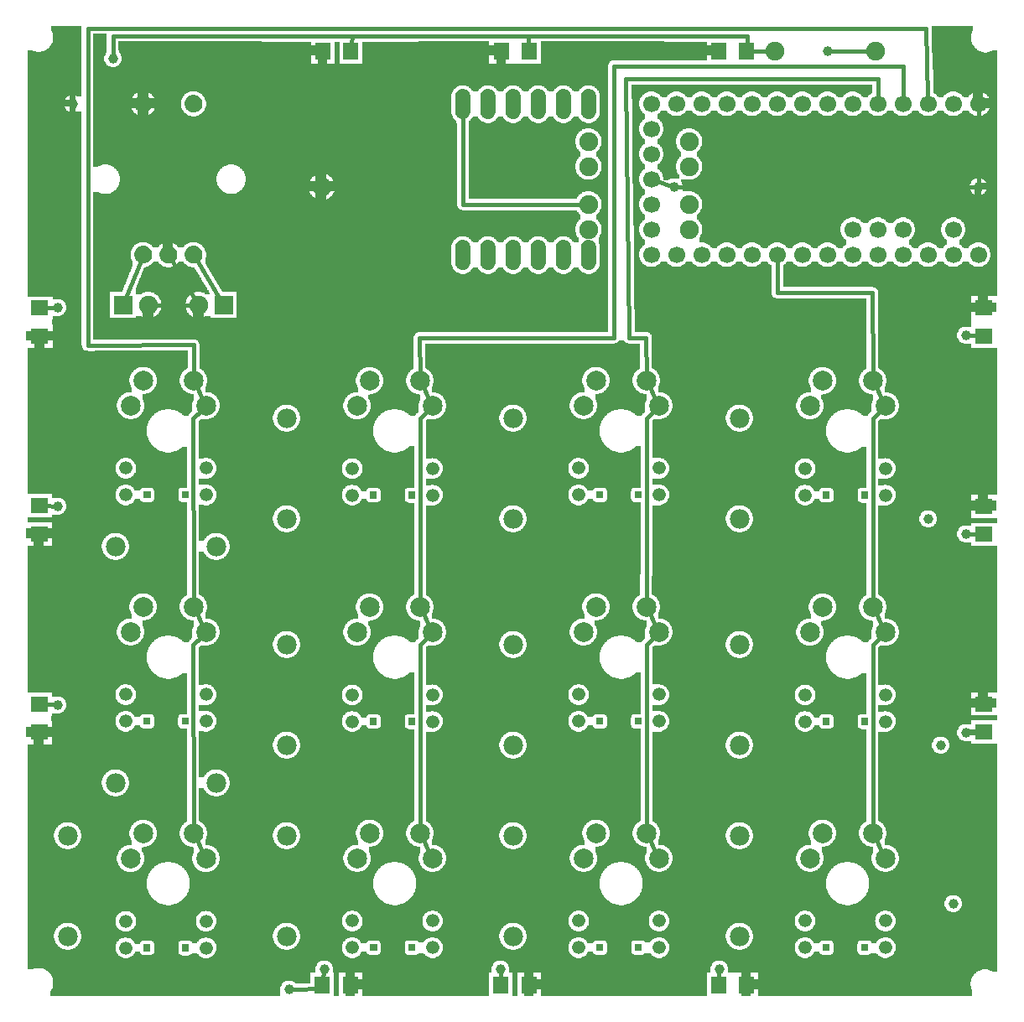
<source format=gtl>
G04 MADE WITH FRITZING*
G04 WWW.FRITZING.ORG*
G04 DOUBLE SIDED*
G04 HOLES PLATED*
G04 CONTOUR ON CENTER OF CONTOUR VECTOR*
%ASAXBY*%
%FSLAX23Y23*%
%MOIN*%
%OFA0B0*%
%SFA1.0B1.0*%
%ADD10C,0.075000*%
%ADD11C,0.039370*%
%ADD12C,0.066889*%
%ADD13C,0.075433*%
%ADD14C,0.078000*%
%ADD15C,0.070000*%
%ADD16C,0.052361*%
%ADD17C,0.078639*%
%ADD18C,0.058759*%
%ADD19R,0.062992X0.070984*%
%ADD20R,0.070984X0.062992*%
%ADD21R,0.075000X0.075000*%
%ADD22C,0.016000*%
%ADD23C,0.024000*%
%ADD24R,0.001000X0.001000*%
%LNCOPPER1*%
G90*
G70*
G54D10*
X193Y3846D03*
G54D11*
X2610Y3257D03*
G54D12*
X2520Y2987D03*
X2620Y2987D03*
X2720Y2987D03*
X2820Y2987D03*
X2920Y2987D03*
X3020Y2987D03*
X3120Y2987D03*
X3220Y2987D03*
X3320Y2987D03*
X3420Y2987D03*
X3520Y2987D03*
X3620Y2987D03*
X3720Y2987D03*
X3820Y2987D03*
X3720Y3087D03*
X3420Y3087D03*
X3520Y3087D03*
X2520Y3587D03*
X2620Y3587D03*
X2720Y3587D03*
X2820Y3587D03*
X2920Y3587D03*
X3020Y3587D03*
X3120Y3587D03*
X3220Y3587D03*
X3320Y3587D03*
X3420Y3587D03*
X3520Y3587D03*
X3620Y3587D03*
X3720Y3587D03*
X3820Y3587D03*
X3320Y3087D03*
X2520Y3387D03*
X2520Y3487D03*
X2520Y3287D03*
X2520Y3087D03*
X2520Y3187D03*
G54D11*
X3220Y3797D03*
X380Y3767D03*
X160Y2777D03*
G54D13*
X1210Y3257D03*
G54D10*
X3010Y3797D03*
X3410Y3797D03*
X2270Y3087D03*
X2670Y3087D03*
X2270Y3437D03*
X2670Y3437D03*
X2270Y3337D03*
X2670Y3337D03*
X2270Y3187D03*
X2670Y3187D03*
G54D14*
X200Y677D03*
X200Y277D03*
X200Y677D03*
X200Y277D03*
X200Y677D03*
X200Y277D03*
X1070Y677D03*
X1070Y277D03*
X1070Y677D03*
X1070Y277D03*
X1070Y677D03*
X1070Y277D03*
X1970Y677D03*
X1970Y277D03*
X1970Y677D03*
X1970Y277D03*
X1970Y677D03*
X1970Y277D03*
X2870Y677D03*
X2870Y277D03*
X2870Y677D03*
X2870Y277D03*
X2870Y677D03*
X2870Y277D03*
X2870Y1437D03*
X2870Y1037D03*
X2870Y1437D03*
X2870Y1037D03*
X2870Y1437D03*
X2870Y1037D03*
X1970Y1437D03*
X1970Y1037D03*
X1970Y1437D03*
X1970Y1037D03*
X1970Y1437D03*
X1970Y1037D03*
X1070Y1437D03*
X1070Y1037D03*
X1070Y1437D03*
X1070Y1037D03*
X1070Y1437D03*
X1070Y1037D03*
X390Y887D03*
X790Y887D03*
X390Y887D03*
X790Y887D03*
X390Y887D03*
X790Y887D03*
X2870Y2337D03*
X2870Y1937D03*
X2870Y2337D03*
X2870Y1937D03*
X2870Y2337D03*
X2870Y1937D03*
X1970Y2337D03*
X1970Y1937D03*
X1970Y2337D03*
X1970Y1937D03*
X1970Y2337D03*
X1970Y1937D03*
X1070Y2337D03*
X1070Y1937D03*
X1070Y2337D03*
X1070Y1937D03*
X1070Y2337D03*
X1070Y1937D03*
X390Y1827D03*
X790Y1827D03*
X390Y1827D03*
X790Y1827D03*
X390Y1827D03*
X790Y1827D03*
G54D10*
X820Y2787D03*
X720Y2787D03*
X820Y2787D03*
X720Y2787D03*
X420Y2787D03*
X520Y2787D03*
X420Y2787D03*
X520Y2787D03*
G54D15*
X500Y2987D03*
X600Y2987D03*
X700Y2987D03*
X500Y3587D03*
X700Y3587D03*
G54D16*
X750Y1238D03*
X431Y1238D03*
X750Y1132D03*
X431Y1132D03*
G54D17*
X450Y1487D03*
X500Y1587D03*
X700Y1587D03*
X750Y1487D03*
G54D16*
X750Y337D03*
X431Y337D03*
X750Y231D03*
X431Y231D03*
G54D17*
X450Y586D03*
X500Y686D03*
X700Y686D03*
X750Y586D03*
G54D16*
X3450Y2137D03*
X3131Y2137D03*
X3450Y2031D03*
X3131Y2031D03*
G54D17*
X3150Y2386D03*
X3200Y2486D03*
X3400Y2486D03*
X3450Y2386D03*
G54D16*
X2550Y2138D03*
X2231Y2138D03*
X2550Y2032D03*
X2231Y2032D03*
G54D17*
X2250Y2387D03*
X2300Y2487D03*
X2500Y2487D03*
X2550Y2387D03*
G54D16*
X1650Y2137D03*
X1331Y2137D03*
X1650Y2031D03*
X1331Y2031D03*
G54D17*
X1350Y2386D03*
X1400Y2486D03*
X1600Y2486D03*
X1650Y2386D03*
G54D16*
X750Y2138D03*
X431Y2138D03*
X750Y2032D03*
X431Y2032D03*
G54D17*
X451Y2387D03*
X500Y2487D03*
X700Y2487D03*
X750Y2387D03*
G54D16*
X3450Y1237D03*
X3131Y1237D03*
X3450Y1131D03*
X3131Y1131D03*
G54D17*
X3150Y1486D03*
X3200Y1586D03*
X3400Y1586D03*
X3450Y1486D03*
G54D16*
X2550Y1238D03*
X2231Y1238D03*
X2550Y1132D03*
X2231Y1132D03*
G54D17*
X2250Y1487D03*
X2300Y1587D03*
X2500Y1587D03*
X2550Y1487D03*
G54D16*
X1650Y1237D03*
X1331Y1237D03*
X1650Y1131D03*
X1331Y1131D03*
G54D17*
X1350Y1486D03*
X1400Y1586D03*
X1600Y1586D03*
X1650Y1486D03*
G54D16*
X1650Y338D03*
X1331Y338D03*
X1650Y232D03*
X1331Y232D03*
G54D17*
X1351Y587D03*
X1401Y687D03*
X1600Y687D03*
X1650Y587D03*
G54D16*
X2550Y338D03*
X2231Y338D03*
X2550Y232D03*
X2231Y232D03*
G54D17*
X2251Y587D03*
X2300Y687D03*
X2500Y687D03*
X2550Y587D03*
G54D16*
X3450Y338D03*
X3131Y338D03*
X3450Y232D03*
X3131Y232D03*
G54D17*
X3150Y587D03*
X3200Y687D03*
X3400Y687D03*
X3450Y587D03*
G54D11*
X3670Y1037D03*
X3720Y407D03*
G54D18*
X1770Y3586D03*
X1870Y3586D03*
X1970Y3586D03*
X2070Y3586D03*
X2170Y3586D03*
X2270Y3587D03*
X1770Y2986D03*
X1870Y2986D03*
X1970Y2986D03*
X2070Y2986D03*
X2170Y2986D03*
X2270Y2987D03*
G54D11*
X3620Y1937D03*
X160Y1987D03*
X160Y1197D03*
X2790Y147D03*
X1920Y147D03*
X1220Y147D03*
X3770Y1087D03*
X3770Y1877D03*
X3770Y2667D03*
X3820Y3257D03*
X220Y3587D03*
X1080Y67D03*
G54D19*
X1214Y3797D03*
X1326Y3797D03*
G54D20*
X87Y1877D03*
X87Y1989D03*
G54D19*
X2787Y3797D03*
X2899Y3797D03*
G54D20*
X3840Y1201D03*
X3840Y1089D03*
X3840Y1987D03*
X3840Y1875D03*
X89Y2663D03*
X89Y2775D03*
G54D19*
X1324Y83D03*
X1212Y83D03*
X1923Y3797D03*
X2035Y3797D03*
G54D21*
X820Y2787D03*
X820Y2787D03*
X420Y2787D03*
X420Y2787D03*
G54D20*
X3840Y2776D03*
X3840Y2664D03*
X87Y1088D03*
X87Y1200D03*
G54D19*
X2899Y82D03*
X2787Y82D03*
X2034Y82D03*
X1922Y82D03*
G54D22*
X3807Y3257D02*
X2624Y3257D01*
D02*
X3820Y3562D02*
X3820Y3270D01*
D02*
X701Y2628D02*
X700Y2511D01*
D02*
X280Y2627D02*
X701Y2628D01*
D02*
X280Y3887D02*
X280Y2627D01*
D02*
X3611Y3887D02*
X280Y3887D01*
D02*
X3619Y3612D02*
X3611Y3887D01*
D02*
X147Y2777D02*
X118Y2776D01*
D02*
X3234Y3797D02*
X3387Y3797D01*
D02*
X2987Y3797D02*
X2925Y3797D01*
D02*
X2502Y2337D02*
X2500Y1611D01*
D02*
X2533Y2370D02*
X2502Y2337D01*
D02*
X1633Y2369D02*
X1600Y2337D01*
D02*
X1600Y2337D02*
X1600Y1610D01*
D02*
X697Y2787D02*
X543Y2787D01*
D02*
X429Y2808D02*
X493Y2968D01*
D02*
X708Y2807D02*
X611Y2969D01*
D02*
X808Y2807D02*
X711Y2969D01*
D02*
X1611Y1565D02*
X1639Y1508D01*
D02*
X711Y1566D02*
X739Y1509D01*
D02*
X1611Y665D02*
X1639Y609D01*
D02*
X711Y665D02*
X739Y608D01*
D02*
X2539Y2409D02*
X2511Y2466D01*
D02*
X3439Y2408D02*
X3411Y2465D01*
D02*
X3439Y1508D02*
X3411Y1565D01*
D02*
X3439Y609D02*
X3411Y666D01*
D02*
X2539Y609D02*
X2511Y666D01*
D02*
X2539Y1509D02*
X2510Y1565D01*
D02*
X699Y1436D02*
X700Y710D01*
D02*
X733Y1470D02*
X699Y1436D01*
D02*
X699Y2337D02*
X700Y1611D01*
D02*
X733Y2370D02*
X699Y2337D01*
D02*
X739Y2409D02*
X711Y2466D01*
D02*
X1639Y2408D02*
X1611Y2465D01*
D02*
X1600Y1436D02*
X1600Y711D01*
D02*
X1633Y1469D02*
X1600Y1436D01*
D02*
X3400Y2337D02*
X3400Y1610D01*
D02*
X3433Y2370D02*
X3400Y2337D01*
D02*
X2502Y1436D02*
X2533Y1469D01*
D02*
X2500Y711D02*
X2502Y1436D01*
D02*
X3400Y1436D02*
X3433Y1469D01*
D02*
X3400Y711D02*
X3400Y1436D01*
D02*
X1599Y2656D02*
X2370Y2657D01*
D02*
X2370Y2657D02*
X2371Y3737D01*
D02*
X2371Y3737D02*
X3521Y3737D01*
D02*
X3521Y3737D02*
X3520Y3612D01*
D02*
X1600Y2510D02*
X1599Y2656D01*
D02*
X2499Y2657D02*
X2431Y2657D01*
D02*
X2431Y2657D02*
X2419Y3686D01*
D02*
X2419Y3686D02*
X3421Y3686D01*
D02*
X3421Y3686D02*
X3420Y3612D01*
D02*
X2500Y2511D02*
X2499Y2657D01*
D02*
X2597Y3261D02*
X2544Y3279D01*
D02*
X1771Y3187D02*
X1770Y3565D01*
D02*
X2247Y3187D02*
X1771Y3187D01*
D02*
X117Y1199D02*
X147Y1198D01*
D02*
X117Y1988D02*
X147Y1987D01*
D02*
X1216Y113D02*
X1218Y134D01*
D02*
X3784Y1877D02*
X3810Y1876D01*
D02*
X3810Y2666D02*
X3784Y2667D01*
D02*
X2789Y134D02*
X2788Y112D01*
D02*
X1920Y134D02*
X1921Y112D01*
D02*
X2900Y3857D02*
X2030Y3857D01*
D02*
X2900Y3827D02*
X2900Y3857D01*
D02*
X2030Y3857D02*
X2032Y3827D01*
D02*
X2030Y3857D02*
X2032Y3827D01*
D02*
X1330Y3857D02*
X2030Y3857D01*
D02*
X1328Y3827D02*
X1330Y3857D01*
D02*
X1330Y3857D02*
X380Y3857D01*
D02*
X1328Y3827D02*
X1330Y3857D01*
D02*
X380Y3857D02*
X380Y3780D01*
G54D23*
D02*
X3789Y1088D02*
X3810Y1088D01*
G54D22*
D02*
X3021Y2836D02*
X3398Y2836D01*
D02*
X3398Y2836D02*
X3400Y2516D01*
D02*
X3020Y2956D02*
X3021Y2836D01*
D02*
X1209Y68D02*
X1099Y67D01*
D02*
X1212Y83D02*
X1209Y68D01*
G36*
X136Y3897D02*
X136Y3877D01*
X138Y3877D01*
X138Y3871D01*
X140Y3871D01*
X140Y3865D01*
X142Y3865D01*
X142Y3837D01*
X140Y3837D01*
X140Y3831D01*
X138Y3831D01*
X138Y3825D01*
X136Y3825D01*
X136Y3823D01*
X134Y3823D01*
X134Y3819D01*
X132Y3819D01*
X132Y3817D01*
X130Y3817D01*
X130Y3815D01*
X128Y3815D01*
X128Y3811D01*
X126Y3811D01*
X126Y3809D01*
X124Y3809D01*
X124Y3807D01*
X120Y3807D01*
X120Y3805D01*
X118Y3805D01*
X118Y3803D01*
X116Y3803D01*
X116Y3801D01*
X112Y3801D01*
X112Y3799D01*
X108Y3799D01*
X108Y3797D01*
X102Y3797D01*
X102Y3795D01*
X94Y3795D01*
X94Y3793D01*
X256Y3793D01*
X256Y3897D01*
X136Y3897D01*
G37*
D02*
G36*
X3634Y3897D02*
X3634Y3861D01*
X3636Y3861D01*
X3636Y3791D01*
X3842Y3791D01*
X3842Y3793D01*
X3832Y3793D01*
X3832Y3795D01*
X3826Y3795D01*
X3826Y3797D01*
X3822Y3797D01*
X3822Y3799D01*
X3818Y3799D01*
X3818Y3801D01*
X3816Y3801D01*
X3816Y3803D01*
X3814Y3803D01*
X3814Y3805D01*
X3810Y3805D01*
X3810Y3807D01*
X3808Y3807D01*
X3808Y3809D01*
X3806Y3809D01*
X3806Y3811D01*
X3804Y3811D01*
X3804Y3815D01*
X3802Y3815D01*
X3802Y3817D01*
X3800Y3817D01*
X3800Y3819D01*
X3798Y3819D01*
X3798Y3823D01*
X3796Y3823D01*
X3796Y3827D01*
X3794Y3827D01*
X3794Y3833D01*
X3792Y3833D01*
X3792Y3843D01*
X3790Y3843D01*
X3790Y3857D01*
X3792Y3857D01*
X3792Y3867D01*
X3794Y3867D01*
X3794Y3873D01*
X3796Y3873D01*
X3796Y3877D01*
X3798Y3877D01*
X3798Y3897D01*
X3634Y3897D01*
G37*
D02*
G36*
X302Y3865D02*
X302Y3733D01*
X370Y3733D01*
X370Y3735D01*
X364Y3735D01*
X364Y3737D01*
X362Y3737D01*
X362Y3739D01*
X358Y3739D01*
X358Y3741D01*
X356Y3741D01*
X356Y3743D01*
X354Y3743D01*
X354Y3745D01*
X352Y3745D01*
X352Y3749D01*
X350Y3749D01*
X350Y3753D01*
X348Y3753D01*
X348Y3757D01*
X346Y3757D01*
X346Y3777D01*
X348Y3777D01*
X348Y3781D01*
X350Y3781D01*
X350Y3785D01*
X352Y3785D01*
X352Y3789D01*
X354Y3789D01*
X354Y3791D01*
X356Y3791D01*
X356Y3865D01*
X302Y3865D01*
G37*
D02*
G36*
X402Y3835D02*
X402Y3799D01*
X404Y3799D01*
X404Y3791D01*
X406Y3791D01*
X406Y3789D01*
X408Y3789D01*
X408Y3785D01*
X410Y3785D01*
X410Y3783D01*
X412Y3783D01*
X412Y3777D01*
X414Y3777D01*
X414Y3757D01*
X412Y3757D01*
X412Y3751D01*
X410Y3751D01*
X410Y3749D01*
X408Y3749D01*
X408Y3747D01*
X1168Y3747D01*
X1168Y3833D01*
X972Y3833D01*
X972Y3835D01*
X402Y3835D01*
G37*
D02*
G36*
X1594Y3835D02*
X1594Y3833D01*
X1372Y3833D01*
X1372Y3747D01*
X1876Y3747D01*
X1876Y3835D01*
X1594Y3835D01*
G37*
D02*
G36*
X2082Y3835D02*
X2082Y3747D01*
X2350Y3747D01*
X2350Y3749D01*
X2352Y3749D01*
X2352Y3751D01*
X2354Y3751D01*
X2354Y3753D01*
X2356Y3753D01*
X2356Y3755D01*
X2358Y3755D01*
X2358Y3757D01*
X2360Y3757D01*
X2360Y3759D01*
X2366Y3759D01*
X2366Y3761D01*
X2740Y3761D01*
X2740Y3833D01*
X2572Y3833D01*
X2572Y3835D01*
X2082Y3835D01*
G37*
D02*
G36*
X1260Y3833D02*
X1260Y3747D01*
X1280Y3747D01*
X1280Y3833D01*
X1260Y3833D01*
G37*
D02*
G36*
X40Y3799D02*
X40Y3793D01*
X74Y3793D01*
X74Y3795D01*
X66Y3795D01*
X66Y3797D01*
X62Y3797D01*
X62Y3799D01*
X40Y3799D01*
G37*
D02*
G36*
X3876Y3799D02*
X3876Y3797D01*
X3872Y3797D01*
X3872Y3795D01*
X3866Y3795D01*
X3866Y3793D01*
X3856Y3793D01*
X3856Y3791D01*
X3896Y3791D01*
X3896Y3799D01*
X3876Y3799D01*
G37*
D02*
G36*
X40Y3793D02*
X40Y3791D01*
X256Y3791D01*
X256Y3793D01*
X40Y3793D01*
G37*
D02*
G36*
X40Y3793D02*
X40Y3791D01*
X256Y3791D01*
X256Y3793D01*
X40Y3793D01*
G37*
D02*
G36*
X40Y3791D02*
X40Y3621D01*
X230Y3621D01*
X230Y3619D01*
X236Y3619D01*
X236Y3617D01*
X256Y3617D01*
X256Y3791D01*
X40Y3791D01*
G37*
D02*
G36*
X3638Y3791D02*
X3638Y3789D01*
X3896Y3789D01*
X3896Y3791D01*
X3638Y3791D01*
G37*
D02*
G36*
X3638Y3791D02*
X3638Y3789D01*
X3896Y3789D01*
X3896Y3791D01*
X3638Y3791D01*
G37*
D02*
G36*
X3638Y3789D02*
X3638Y3723D01*
X3640Y3723D01*
X3640Y3653D01*
X3642Y3653D01*
X3642Y3635D01*
X3830Y3635D01*
X3830Y3633D01*
X3838Y3633D01*
X3838Y3631D01*
X3842Y3631D01*
X3842Y3629D01*
X3846Y3629D01*
X3846Y3627D01*
X3848Y3627D01*
X3848Y3625D01*
X3850Y3625D01*
X3850Y3623D01*
X3854Y3623D01*
X3854Y3621D01*
X3856Y3621D01*
X3856Y3617D01*
X3858Y3617D01*
X3858Y3615D01*
X3860Y3615D01*
X3860Y3613D01*
X3862Y3613D01*
X3862Y3609D01*
X3864Y3609D01*
X3864Y3605D01*
X3866Y3605D01*
X3866Y3597D01*
X3868Y3597D01*
X3868Y3577D01*
X3866Y3577D01*
X3866Y3569D01*
X3864Y3569D01*
X3864Y3565D01*
X3862Y3565D01*
X3862Y3561D01*
X3860Y3561D01*
X3860Y3559D01*
X3858Y3559D01*
X3858Y3557D01*
X3856Y3557D01*
X3856Y3553D01*
X3854Y3553D01*
X3854Y3551D01*
X3850Y3551D01*
X3850Y3549D01*
X3848Y3549D01*
X3848Y3547D01*
X3846Y3547D01*
X3846Y3545D01*
X3842Y3545D01*
X3842Y3543D01*
X3838Y3543D01*
X3838Y3541D01*
X3830Y3541D01*
X3830Y3539D01*
X3896Y3539D01*
X3896Y3789D01*
X3638Y3789D01*
G37*
D02*
G36*
X408Y3747D02*
X408Y3745D01*
X2350Y3745D01*
X2350Y3747D01*
X408Y3747D01*
G37*
D02*
G36*
X408Y3747D02*
X408Y3745D01*
X2350Y3745D01*
X2350Y3747D01*
X408Y3747D01*
G37*
D02*
G36*
X408Y3747D02*
X408Y3745D01*
X2350Y3745D01*
X2350Y3747D01*
X408Y3747D01*
G37*
D02*
G36*
X408Y3747D02*
X408Y3745D01*
X2350Y3745D01*
X2350Y3747D01*
X408Y3747D01*
G37*
D02*
G36*
X406Y3745D02*
X406Y3743D01*
X404Y3743D01*
X404Y3741D01*
X402Y3741D01*
X402Y3739D01*
X398Y3739D01*
X398Y3737D01*
X396Y3737D01*
X396Y3735D01*
X390Y3735D01*
X390Y3733D01*
X2348Y3733D01*
X2348Y3743D01*
X2350Y3743D01*
X2350Y3745D01*
X406Y3745D01*
G37*
D02*
G36*
X302Y3733D02*
X302Y3731D01*
X2348Y3731D01*
X2348Y3733D01*
X302Y3733D01*
G37*
D02*
G36*
X302Y3733D02*
X302Y3731D01*
X2348Y3731D01*
X2348Y3733D01*
X302Y3733D01*
G37*
D02*
G36*
X302Y3731D02*
X302Y3661D01*
X2276Y3661D01*
X2276Y3659D01*
X2284Y3659D01*
X2284Y3657D01*
X2290Y3657D01*
X2290Y3655D01*
X2294Y3655D01*
X2294Y3653D01*
X2296Y3653D01*
X2296Y3651D01*
X2300Y3651D01*
X2300Y3649D01*
X2302Y3649D01*
X2302Y3647D01*
X2304Y3647D01*
X2304Y3645D01*
X2306Y3645D01*
X2306Y3641D01*
X2308Y3641D01*
X2308Y3639D01*
X2310Y3639D01*
X2310Y3635D01*
X2312Y3635D01*
X2312Y3629D01*
X2314Y3629D01*
X2314Y3621D01*
X2316Y3621D01*
X2316Y3549D01*
X2314Y3549D01*
X2314Y3541D01*
X2312Y3541D01*
X2312Y3537D01*
X2310Y3537D01*
X2310Y3533D01*
X2308Y3533D01*
X2308Y3529D01*
X2306Y3529D01*
X2306Y3527D01*
X2304Y3527D01*
X2304Y3525D01*
X2302Y3525D01*
X2302Y3523D01*
X2300Y3523D01*
X2300Y3521D01*
X2298Y3521D01*
X2298Y3519D01*
X2296Y3519D01*
X2296Y3517D01*
X2292Y3517D01*
X2292Y3515D01*
X2288Y3515D01*
X2288Y3513D01*
X2282Y3513D01*
X2282Y3511D01*
X2348Y3511D01*
X2348Y3731D01*
X302Y3731D01*
G37*
D02*
G36*
X2442Y3663D02*
X2442Y3635D01*
X3330Y3635D01*
X3330Y3633D01*
X3338Y3633D01*
X3338Y3631D01*
X3342Y3631D01*
X3342Y3629D01*
X3346Y3629D01*
X3346Y3627D01*
X3348Y3627D01*
X3348Y3625D01*
X3350Y3625D01*
X3350Y3623D01*
X3354Y3623D01*
X3354Y3621D01*
X3356Y3621D01*
X3356Y3617D01*
X3358Y3617D01*
X3358Y3615D01*
X3360Y3615D01*
X3360Y3613D01*
X3380Y3613D01*
X3380Y3615D01*
X3382Y3615D01*
X3382Y3619D01*
X3384Y3619D01*
X3384Y3621D01*
X3386Y3621D01*
X3386Y3623D01*
X3390Y3623D01*
X3390Y3625D01*
X3392Y3625D01*
X3392Y3627D01*
X3394Y3627D01*
X3394Y3629D01*
X3398Y3629D01*
X3398Y3663D01*
X2442Y3663D01*
G37*
D02*
G36*
X302Y3661D02*
X302Y3637D01*
X710Y3637D01*
X710Y3635D01*
X716Y3635D01*
X716Y3633D01*
X722Y3633D01*
X722Y3631D01*
X726Y3631D01*
X726Y3629D01*
X728Y3629D01*
X728Y3627D01*
X730Y3627D01*
X730Y3625D01*
X734Y3625D01*
X734Y3623D01*
X736Y3623D01*
X736Y3621D01*
X738Y3621D01*
X738Y3617D01*
X740Y3617D01*
X740Y3615D01*
X742Y3615D01*
X742Y3613D01*
X744Y3613D01*
X744Y3609D01*
X746Y3609D01*
X746Y3603D01*
X748Y3603D01*
X748Y3597D01*
X750Y3597D01*
X750Y3577D01*
X748Y3577D01*
X748Y3571D01*
X746Y3571D01*
X746Y3565D01*
X744Y3565D01*
X744Y3561D01*
X742Y3561D01*
X742Y3559D01*
X740Y3559D01*
X740Y3555D01*
X738Y3555D01*
X738Y3553D01*
X736Y3553D01*
X736Y3551D01*
X734Y3551D01*
X734Y3549D01*
X730Y3549D01*
X730Y3547D01*
X728Y3547D01*
X728Y3545D01*
X726Y3545D01*
X726Y3543D01*
X722Y3543D01*
X722Y3541D01*
X716Y3541D01*
X716Y3539D01*
X710Y3539D01*
X710Y3537D01*
X1730Y3537D01*
X1730Y3539D01*
X1728Y3539D01*
X1728Y3545D01*
X1726Y3545D01*
X1726Y3627D01*
X1728Y3627D01*
X1728Y3633D01*
X1730Y3633D01*
X1730Y3637D01*
X1732Y3637D01*
X1732Y3641D01*
X1734Y3641D01*
X1734Y3643D01*
X1736Y3643D01*
X1736Y3645D01*
X1738Y3645D01*
X1738Y3647D01*
X1740Y3647D01*
X1740Y3649D01*
X1742Y3649D01*
X1742Y3651D01*
X1744Y3651D01*
X1744Y3653D01*
X1748Y3653D01*
X1748Y3655D01*
X1752Y3655D01*
X1752Y3657D01*
X1756Y3657D01*
X1756Y3659D01*
X1764Y3659D01*
X1764Y3661D01*
X302Y3661D01*
G37*
D02*
G36*
X1776Y3661D02*
X1776Y3659D01*
X1784Y3659D01*
X1784Y3657D01*
X1790Y3657D01*
X1790Y3655D01*
X1794Y3655D01*
X1794Y3653D01*
X1796Y3653D01*
X1796Y3651D01*
X1800Y3651D01*
X1800Y3649D01*
X1802Y3649D01*
X1802Y3647D01*
X1804Y3647D01*
X1804Y3645D01*
X1806Y3645D01*
X1806Y3641D01*
X1808Y3641D01*
X1808Y3639D01*
X1810Y3639D01*
X1810Y3635D01*
X1830Y3635D01*
X1830Y3637D01*
X1832Y3637D01*
X1832Y3641D01*
X1834Y3641D01*
X1834Y3643D01*
X1836Y3643D01*
X1836Y3645D01*
X1838Y3645D01*
X1838Y3647D01*
X1840Y3647D01*
X1840Y3649D01*
X1842Y3649D01*
X1842Y3651D01*
X1844Y3651D01*
X1844Y3653D01*
X1848Y3653D01*
X1848Y3655D01*
X1852Y3655D01*
X1852Y3657D01*
X1856Y3657D01*
X1856Y3659D01*
X1864Y3659D01*
X1864Y3661D01*
X1776Y3661D01*
G37*
D02*
G36*
X1876Y3661D02*
X1876Y3659D01*
X1884Y3659D01*
X1884Y3657D01*
X1890Y3657D01*
X1890Y3655D01*
X1894Y3655D01*
X1894Y3653D01*
X1896Y3653D01*
X1896Y3651D01*
X1900Y3651D01*
X1900Y3649D01*
X1902Y3649D01*
X1902Y3647D01*
X1904Y3647D01*
X1904Y3645D01*
X1906Y3645D01*
X1906Y3641D01*
X1908Y3641D01*
X1908Y3639D01*
X1910Y3639D01*
X1910Y3635D01*
X1930Y3635D01*
X1930Y3637D01*
X1932Y3637D01*
X1932Y3641D01*
X1934Y3641D01*
X1934Y3643D01*
X1936Y3643D01*
X1936Y3645D01*
X1938Y3645D01*
X1938Y3647D01*
X1940Y3647D01*
X1940Y3649D01*
X1942Y3649D01*
X1942Y3651D01*
X1944Y3651D01*
X1944Y3653D01*
X1948Y3653D01*
X1948Y3655D01*
X1952Y3655D01*
X1952Y3657D01*
X1956Y3657D01*
X1956Y3659D01*
X1964Y3659D01*
X1964Y3661D01*
X1876Y3661D01*
G37*
D02*
G36*
X1976Y3661D02*
X1976Y3659D01*
X1984Y3659D01*
X1984Y3657D01*
X1990Y3657D01*
X1990Y3655D01*
X1994Y3655D01*
X1994Y3653D01*
X1996Y3653D01*
X1996Y3651D01*
X2000Y3651D01*
X2000Y3649D01*
X2002Y3649D01*
X2002Y3647D01*
X2004Y3647D01*
X2004Y3645D01*
X2006Y3645D01*
X2006Y3641D01*
X2008Y3641D01*
X2008Y3639D01*
X2010Y3639D01*
X2010Y3635D01*
X2030Y3635D01*
X2030Y3637D01*
X2032Y3637D01*
X2032Y3641D01*
X2034Y3641D01*
X2034Y3643D01*
X2036Y3643D01*
X2036Y3645D01*
X2038Y3645D01*
X2038Y3647D01*
X2040Y3647D01*
X2040Y3649D01*
X2042Y3649D01*
X2042Y3651D01*
X2044Y3651D01*
X2044Y3653D01*
X2048Y3653D01*
X2048Y3655D01*
X2052Y3655D01*
X2052Y3657D01*
X2056Y3657D01*
X2056Y3659D01*
X2064Y3659D01*
X2064Y3661D01*
X1976Y3661D01*
G37*
D02*
G36*
X2076Y3661D02*
X2076Y3659D01*
X2084Y3659D01*
X2084Y3657D01*
X2090Y3657D01*
X2090Y3655D01*
X2094Y3655D01*
X2094Y3653D01*
X2096Y3653D01*
X2096Y3651D01*
X2100Y3651D01*
X2100Y3649D01*
X2102Y3649D01*
X2102Y3647D01*
X2104Y3647D01*
X2104Y3645D01*
X2106Y3645D01*
X2106Y3641D01*
X2108Y3641D01*
X2108Y3639D01*
X2110Y3639D01*
X2110Y3635D01*
X2130Y3635D01*
X2130Y3637D01*
X2132Y3637D01*
X2132Y3641D01*
X2134Y3641D01*
X2134Y3643D01*
X2136Y3643D01*
X2136Y3645D01*
X2138Y3645D01*
X2138Y3647D01*
X2140Y3647D01*
X2140Y3649D01*
X2142Y3649D01*
X2142Y3651D01*
X2144Y3651D01*
X2144Y3653D01*
X2148Y3653D01*
X2148Y3655D01*
X2152Y3655D01*
X2152Y3657D01*
X2156Y3657D01*
X2156Y3659D01*
X2164Y3659D01*
X2164Y3661D01*
X2076Y3661D01*
G37*
D02*
G36*
X2176Y3661D02*
X2176Y3659D01*
X2184Y3659D01*
X2184Y3657D01*
X2190Y3657D01*
X2190Y3655D01*
X2194Y3655D01*
X2194Y3653D01*
X2196Y3653D01*
X2196Y3651D01*
X2200Y3651D01*
X2200Y3649D01*
X2202Y3649D01*
X2202Y3647D01*
X2204Y3647D01*
X2204Y3645D01*
X2206Y3645D01*
X2206Y3641D01*
X2208Y3641D01*
X2208Y3639D01*
X2210Y3639D01*
X2210Y3635D01*
X2230Y3635D01*
X2230Y3637D01*
X2232Y3637D01*
X2232Y3641D01*
X2234Y3641D01*
X2234Y3643D01*
X2236Y3643D01*
X2236Y3645D01*
X2238Y3645D01*
X2238Y3647D01*
X2240Y3647D01*
X2240Y3649D01*
X2242Y3649D01*
X2242Y3651D01*
X2244Y3651D01*
X2244Y3653D01*
X2248Y3653D01*
X2248Y3655D01*
X2252Y3655D01*
X2252Y3657D01*
X2256Y3657D01*
X2256Y3659D01*
X2264Y3659D01*
X2264Y3661D01*
X2176Y3661D01*
G37*
D02*
G36*
X302Y3637D02*
X302Y3537D01*
X490Y3537D01*
X490Y3539D01*
X484Y3539D01*
X484Y3541D01*
X478Y3541D01*
X478Y3543D01*
X476Y3543D01*
X476Y3545D01*
X472Y3545D01*
X472Y3547D01*
X470Y3547D01*
X470Y3549D01*
X466Y3549D01*
X466Y3551D01*
X464Y3551D01*
X464Y3553D01*
X462Y3553D01*
X462Y3557D01*
X460Y3557D01*
X460Y3559D01*
X458Y3559D01*
X458Y3563D01*
X456Y3563D01*
X456Y3565D01*
X454Y3565D01*
X454Y3571D01*
X452Y3571D01*
X452Y3579D01*
X450Y3579D01*
X450Y3595D01*
X452Y3595D01*
X452Y3603D01*
X454Y3603D01*
X454Y3609D01*
X456Y3609D01*
X456Y3611D01*
X458Y3611D01*
X458Y3615D01*
X460Y3615D01*
X460Y3617D01*
X462Y3617D01*
X462Y3621D01*
X464Y3621D01*
X464Y3623D01*
X466Y3623D01*
X466Y3625D01*
X470Y3625D01*
X470Y3627D01*
X472Y3627D01*
X472Y3629D01*
X476Y3629D01*
X476Y3631D01*
X478Y3631D01*
X478Y3633D01*
X484Y3633D01*
X484Y3635D01*
X492Y3635D01*
X492Y3637D01*
X302Y3637D01*
G37*
D02*
G36*
X510Y3637D02*
X510Y3635D01*
X516Y3635D01*
X516Y3633D01*
X522Y3633D01*
X522Y3631D01*
X526Y3631D01*
X526Y3629D01*
X528Y3629D01*
X528Y3627D01*
X530Y3627D01*
X530Y3625D01*
X534Y3625D01*
X534Y3623D01*
X536Y3623D01*
X536Y3621D01*
X538Y3621D01*
X538Y3617D01*
X540Y3617D01*
X540Y3615D01*
X542Y3615D01*
X542Y3613D01*
X544Y3613D01*
X544Y3609D01*
X546Y3609D01*
X546Y3603D01*
X548Y3603D01*
X548Y3597D01*
X550Y3597D01*
X550Y3577D01*
X548Y3577D01*
X548Y3571D01*
X546Y3571D01*
X546Y3565D01*
X544Y3565D01*
X544Y3561D01*
X542Y3561D01*
X542Y3559D01*
X540Y3559D01*
X540Y3555D01*
X538Y3555D01*
X538Y3553D01*
X536Y3553D01*
X536Y3551D01*
X534Y3551D01*
X534Y3549D01*
X530Y3549D01*
X530Y3547D01*
X528Y3547D01*
X528Y3545D01*
X526Y3545D01*
X526Y3543D01*
X522Y3543D01*
X522Y3541D01*
X516Y3541D01*
X516Y3539D01*
X510Y3539D01*
X510Y3537D01*
X690Y3537D01*
X690Y3539D01*
X684Y3539D01*
X684Y3541D01*
X678Y3541D01*
X678Y3543D01*
X676Y3543D01*
X676Y3545D01*
X672Y3545D01*
X672Y3547D01*
X670Y3547D01*
X670Y3549D01*
X666Y3549D01*
X666Y3551D01*
X664Y3551D01*
X664Y3553D01*
X662Y3553D01*
X662Y3557D01*
X660Y3557D01*
X660Y3559D01*
X658Y3559D01*
X658Y3563D01*
X656Y3563D01*
X656Y3565D01*
X654Y3565D01*
X654Y3571D01*
X652Y3571D01*
X652Y3579D01*
X650Y3579D01*
X650Y3595D01*
X652Y3595D01*
X652Y3603D01*
X654Y3603D01*
X654Y3609D01*
X656Y3609D01*
X656Y3611D01*
X658Y3611D01*
X658Y3615D01*
X660Y3615D01*
X660Y3617D01*
X662Y3617D01*
X662Y3621D01*
X664Y3621D01*
X664Y3623D01*
X666Y3623D01*
X666Y3625D01*
X670Y3625D01*
X670Y3627D01*
X672Y3627D01*
X672Y3629D01*
X676Y3629D01*
X676Y3631D01*
X678Y3631D01*
X678Y3633D01*
X684Y3633D01*
X684Y3635D01*
X692Y3635D01*
X692Y3637D01*
X510Y3637D01*
G37*
D02*
G36*
X2442Y3635D02*
X2442Y3605D01*
X2444Y3605D01*
X2444Y3439D01*
X2446Y3439D01*
X2446Y3271D01*
X2448Y3271D01*
X2448Y3103D01*
X2450Y3103D01*
X2450Y2939D01*
X2510Y2939D01*
X2510Y2941D01*
X2502Y2941D01*
X2502Y2943D01*
X2498Y2943D01*
X2498Y2945D01*
X2494Y2945D01*
X2494Y2947D01*
X2492Y2947D01*
X2492Y2949D01*
X2490Y2949D01*
X2490Y2951D01*
X2486Y2951D01*
X2486Y2953D01*
X2484Y2953D01*
X2484Y2957D01*
X2482Y2957D01*
X2482Y2959D01*
X2480Y2959D01*
X2480Y2961D01*
X2478Y2961D01*
X2478Y2965D01*
X2476Y2965D01*
X2476Y2969D01*
X2474Y2969D01*
X2474Y2975D01*
X2472Y2975D01*
X2472Y2999D01*
X2474Y2999D01*
X2474Y3005D01*
X2476Y3005D01*
X2476Y3009D01*
X2478Y3009D01*
X2478Y3013D01*
X2480Y3013D01*
X2480Y3015D01*
X2482Y3015D01*
X2482Y3017D01*
X2484Y3017D01*
X2484Y3021D01*
X2486Y3021D01*
X2486Y3023D01*
X2490Y3023D01*
X2490Y3025D01*
X2492Y3025D01*
X2492Y3027D01*
X2494Y3027D01*
X2494Y3047D01*
X2492Y3047D01*
X2492Y3049D01*
X2490Y3049D01*
X2490Y3051D01*
X2486Y3051D01*
X2486Y3053D01*
X2484Y3053D01*
X2484Y3057D01*
X2482Y3057D01*
X2482Y3059D01*
X2480Y3059D01*
X2480Y3061D01*
X2478Y3061D01*
X2478Y3065D01*
X2476Y3065D01*
X2476Y3069D01*
X2474Y3069D01*
X2474Y3075D01*
X2472Y3075D01*
X2472Y3099D01*
X2474Y3099D01*
X2474Y3105D01*
X2476Y3105D01*
X2476Y3109D01*
X2478Y3109D01*
X2478Y3113D01*
X2480Y3113D01*
X2480Y3115D01*
X2482Y3115D01*
X2482Y3117D01*
X2484Y3117D01*
X2484Y3121D01*
X2486Y3121D01*
X2486Y3123D01*
X2490Y3123D01*
X2490Y3125D01*
X2492Y3125D01*
X2492Y3127D01*
X2494Y3127D01*
X2494Y3147D01*
X2492Y3147D01*
X2492Y3149D01*
X2490Y3149D01*
X2490Y3151D01*
X2486Y3151D01*
X2486Y3153D01*
X2484Y3153D01*
X2484Y3155D01*
X2482Y3155D01*
X2482Y3159D01*
X2480Y3159D01*
X2480Y3161D01*
X2478Y3161D01*
X2478Y3165D01*
X2476Y3165D01*
X2476Y3169D01*
X2474Y3169D01*
X2474Y3175D01*
X2472Y3175D01*
X2472Y3199D01*
X2474Y3199D01*
X2474Y3205D01*
X2476Y3205D01*
X2476Y3209D01*
X2478Y3209D01*
X2478Y3213D01*
X2480Y3213D01*
X2480Y3215D01*
X2482Y3215D01*
X2482Y3219D01*
X2484Y3219D01*
X2484Y3221D01*
X2486Y3221D01*
X2486Y3223D01*
X2490Y3223D01*
X2490Y3225D01*
X2492Y3225D01*
X2492Y3227D01*
X2494Y3227D01*
X2494Y3247D01*
X2492Y3247D01*
X2492Y3249D01*
X2490Y3249D01*
X2490Y3251D01*
X2486Y3251D01*
X2486Y3253D01*
X2484Y3253D01*
X2484Y3255D01*
X2482Y3255D01*
X2482Y3259D01*
X2480Y3259D01*
X2480Y3261D01*
X2478Y3261D01*
X2478Y3265D01*
X2476Y3265D01*
X2476Y3269D01*
X2474Y3269D01*
X2474Y3275D01*
X2472Y3275D01*
X2472Y3299D01*
X2474Y3299D01*
X2474Y3305D01*
X2476Y3305D01*
X2476Y3309D01*
X2478Y3309D01*
X2478Y3313D01*
X2480Y3313D01*
X2480Y3315D01*
X2482Y3315D01*
X2482Y3319D01*
X2484Y3319D01*
X2484Y3321D01*
X2486Y3321D01*
X2486Y3323D01*
X2488Y3323D01*
X2488Y3325D01*
X2492Y3325D01*
X2492Y3327D01*
X2494Y3327D01*
X2494Y3347D01*
X2492Y3347D01*
X2492Y3349D01*
X2490Y3349D01*
X2490Y3351D01*
X2486Y3351D01*
X2486Y3353D01*
X2484Y3353D01*
X2484Y3355D01*
X2482Y3355D01*
X2482Y3359D01*
X2480Y3359D01*
X2480Y3361D01*
X2478Y3361D01*
X2478Y3365D01*
X2476Y3365D01*
X2476Y3369D01*
X2474Y3369D01*
X2474Y3375D01*
X2472Y3375D01*
X2472Y3399D01*
X2474Y3399D01*
X2474Y3405D01*
X2476Y3405D01*
X2476Y3409D01*
X2478Y3409D01*
X2478Y3413D01*
X2480Y3413D01*
X2480Y3415D01*
X2482Y3415D01*
X2482Y3419D01*
X2484Y3419D01*
X2484Y3421D01*
X2486Y3421D01*
X2486Y3423D01*
X2488Y3423D01*
X2488Y3425D01*
X2492Y3425D01*
X2492Y3427D01*
X2494Y3427D01*
X2494Y3447D01*
X2492Y3447D01*
X2492Y3449D01*
X2490Y3449D01*
X2490Y3451D01*
X2486Y3451D01*
X2486Y3453D01*
X2484Y3453D01*
X2484Y3457D01*
X2482Y3457D01*
X2482Y3459D01*
X2480Y3459D01*
X2480Y3461D01*
X2478Y3461D01*
X2478Y3465D01*
X2476Y3465D01*
X2476Y3469D01*
X2474Y3469D01*
X2474Y3475D01*
X2472Y3475D01*
X2472Y3499D01*
X2474Y3499D01*
X2474Y3505D01*
X2476Y3505D01*
X2476Y3509D01*
X2478Y3509D01*
X2478Y3513D01*
X2480Y3513D01*
X2480Y3515D01*
X2482Y3515D01*
X2482Y3517D01*
X2484Y3517D01*
X2484Y3521D01*
X2486Y3521D01*
X2486Y3523D01*
X2490Y3523D01*
X2490Y3525D01*
X2492Y3525D01*
X2492Y3527D01*
X2494Y3527D01*
X2494Y3547D01*
X2492Y3547D01*
X2492Y3549D01*
X2490Y3549D01*
X2490Y3551D01*
X2486Y3551D01*
X2486Y3553D01*
X2484Y3553D01*
X2484Y3557D01*
X2482Y3557D01*
X2482Y3559D01*
X2480Y3559D01*
X2480Y3561D01*
X2478Y3561D01*
X2478Y3565D01*
X2476Y3565D01*
X2476Y3569D01*
X2474Y3569D01*
X2474Y3575D01*
X2472Y3575D01*
X2472Y3599D01*
X2474Y3599D01*
X2474Y3605D01*
X2476Y3605D01*
X2476Y3609D01*
X2478Y3609D01*
X2478Y3613D01*
X2480Y3613D01*
X2480Y3615D01*
X2482Y3615D01*
X2482Y3617D01*
X2484Y3617D01*
X2484Y3621D01*
X2486Y3621D01*
X2486Y3623D01*
X2490Y3623D01*
X2490Y3625D01*
X2492Y3625D01*
X2492Y3627D01*
X2494Y3627D01*
X2494Y3629D01*
X2498Y3629D01*
X2498Y3631D01*
X2502Y3631D01*
X2502Y3633D01*
X2508Y3633D01*
X2508Y3635D01*
X2442Y3635D01*
G37*
D02*
G36*
X2530Y3635D02*
X2530Y3633D01*
X2538Y3633D01*
X2538Y3631D01*
X2542Y3631D01*
X2542Y3629D01*
X2546Y3629D01*
X2546Y3627D01*
X2548Y3627D01*
X2548Y3625D01*
X2550Y3625D01*
X2550Y3623D01*
X2554Y3623D01*
X2554Y3621D01*
X2556Y3621D01*
X2556Y3617D01*
X2558Y3617D01*
X2558Y3615D01*
X2560Y3615D01*
X2560Y3613D01*
X2580Y3613D01*
X2580Y3615D01*
X2582Y3615D01*
X2582Y3617D01*
X2584Y3617D01*
X2584Y3621D01*
X2586Y3621D01*
X2586Y3623D01*
X2590Y3623D01*
X2590Y3625D01*
X2592Y3625D01*
X2592Y3627D01*
X2594Y3627D01*
X2594Y3629D01*
X2598Y3629D01*
X2598Y3631D01*
X2602Y3631D01*
X2602Y3633D01*
X2608Y3633D01*
X2608Y3635D01*
X2530Y3635D01*
G37*
D02*
G36*
X2630Y3635D02*
X2630Y3633D01*
X2638Y3633D01*
X2638Y3631D01*
X2642Y3631D01*
X2642Y3629D01*
X2646Y3629D01*
X2646Y3627D01*
X2648Y3627D01*
X2648Y3625D01*
X2650Y3625D01*
X2650Y3623D01*
X2654Y3623D01*
X2654Y3621D01*
X2656Y3621D01*
X2656Y3617D01*
X2658Y3617D01*
X2658Y3615D01*
X2660Y3615D01*
X2660Y3613D01*
X2680Y3613D01*
X2680Y3615D01*
X2682Y3615D01*
X2682Y3617D01*
X2684Y3617D01*
X2684Y3621D01*
X2686Y3621D01*
X2686Y3623D01*
X2690Y3623D01*
X2690Y3625D01*
X2692Y3625D01*
X2692Y3627D01*
X2694Y3627D01*
X2694Y3629D01*
X2698Y3629D01*
X2698Y3631D01*
X2702Y3631D01*
X2702Y3633D01*
X2708Y3633D01*
X2708Y3635D01*
X2630Y3635D01*
G37*
D02*
G36*
X2730Y3635D02*
X2730Y3633D01*
X2738Y3633D01*
X2738Y3631D01*
X2742Y3631D01*
X2742Y3629D01*
X2746Y3629D01*
X2746Y3627D01*
X2748Y3627D01*
X2748Y3625D01*
X2750Y3625D01*
X2750Y3623D01*
X2754Y3623D01*
X2754Y3621D01*
X2756Y3621D01*
X2756Y3617D01*
X2758Y3617D01*
X2758Y3615D01*
X2760Y3615D01*
X2760Y3613D01*
X2780Y3613D01*
X2780Y3615D01*
X2782Y3615D01*
X2782Y3617D01*
X2784Y3617D01*
X2784Y3621D01*
X2786Y3621D01*
X2786Y3623D01*
X2790Y3623D01*
X2790Y3625D01*
X2792Y3625D01*
X2792Y3627D01*
X2794Y3627D01*
X2794Y3629D01*
X2798Y3629D01*
X2798Y3631D01*
X2802Y3631D01*
X2802Y3633D01*
X2808Y3633D01*
X2808Y3635D01*
X2730Y3635D01*
G37*
D02*
G36*
X2830Y3635D02*
X2830Y3633D01*
X2838Y3633D01*
X2838Y3631D01*
X2842Y3631D01*
X2842Y3629D01*
X2846Y3629D01*
X2846Y3627D01*
X2848Y3627D01*
X2848Y3625D01*
X2850Y3625D01*
X2850Y3623D01*
X2854Y3623D01*
X2854Y3621D01*
X2856Y3621D01*
X2856Y3617D01*
X2858Y3617D01*
X2858Y3615D01*
X2860Y3615D01*
X2860Y3613D01*
X2880Y3613D01*
X2880Y3615D01*
X2882Y3615D01*
X2882Y3619D01*
X2884Y3619D01*
X2884Y3621D01*
X2886Y3621D01*
X2886Y3623D01*
X2890Y3623D01*
X2890Y3625D01*
X2892Y3625D01*
X2892Y3627D01*
X2894Y3627D01*
X2894Y3629D01*
X2898Y3629D01*
X2898Y3631D01*
X2902Y3631D01*
X2902Y3633D01*
X2908Y3633D01*
X2908Y3635D01*
X2830Y3635D01*
G37*
D02*
G36*
X2930Y3635D02*
X2930Y3633D01*
X2938Y3633D01*
X2938Y3631D01*
X2942Y3631D01*
X2942Y3629D01*
X2946Y3629D01*
X2946Y3627D01*
X2948Y3627D01*
X2948Y3625D01*
X2950Y3625D01*
X2950Y3623D01*
X2954Y3623D01*
X2954Y3621D01*
X2956Y3621D01*
X2956Y3617D01*
X2958Y3617D01*
X2958Y3615D01*
X2960Y3615D01*
X2960Y3613D01*
X2980Y3613D01*
X2980Y3615D01*
X2982Y3615D01*
X2982Y3617D01*
X2984Y3617D01*
X2984Y3621D01*
X2986Y3621D01*
X2986Y3623D01*
X2990Y3623D01*
X2990Y3625D01*
X2992Y3625D01*
X2992Y3627D01*
X2994Y3627D01*
X2994Y3629D01*
X2998Y3629D01*
X2998Y3631D01*
X3002Y3631D01*
X3002Y3633D01*
X3008Y3633D01*
X3008Y3635D01*
X2930Y3635D01*
G37*
D02*
G36*
X3030Y3635D02*
X3030Y3633D01*
X3038Y3633D01*
X3038Y3631D01*
X3042Y3631D01*
X3042Y3629D01*
X3046Y3629D01*
X3046Y3627D01*
X3048Y3627D01*
X3048Y3625D01*
X3050Y3625D01*
X3050Y3623D01*
X3054Y3623D01*
X3054Y3621D01*
X3056Y3621D01*
X3056Y3617D01*
X3058Y3617D01*
X3058Y3615D01*
X3060Y3615D01*
X3060Y3613D01*
X3080Y3613D01*
X3080Y3615D01*
X3082Y3615D01*
X3082Y3619D01*
X3084Y3619D01*
X3084Y3621D01*
X3086Y3621D01*
X3086Y3623D01*
X3090Y3623D01*
X3090Y3625D01*
X3092Y3625D01*
X3092Y3627D01*
X3094Y3627D01*
X3094Y3629D01*
X3098Y3629D01*
X3098Y3631D01*
X3102Y3631D01*
X3102Y3633D01*
X3108Y3633D01*
X3108Y3635D01*
X3030Y3635D01*
G37*
D02*
G36*
X3130Y3635D02*
X3130Y3633D01*
X3138Y3633D01*
X3138Y3631D01*
X3142Y3631D01*
X3142Y3629D01*
X3146Y3629D01*
X3146Y3627D01*
X3148Y3627D01*
X3148Y3625D01*
X3150Y3625D01*
X3150Y3623D01*
X3154Y3623D01*
X3154Y3621D01*
X3156Y3621D01*
X3156Y3617D01*
X3158Y3617D01*
X3158Y3615D01*
X3160Y3615D01*
X3160Y3613D01*
X3180Y3613D01*
X3180Y3615D01*
X3182Y3615D01*
X3182Y3617D01*
X3184Y3617D01*
X3184Y3621D01*
X3186Y3621D01*
X3186Y3623D01*
X3190Y3623D01*
X3190Y3625D01*
X3192Y3625D01*
X3192Y3627D01*
X3194Y3627D01*
X3194Y3629D01*
X3198Y3629D01*
X3198Y3631D01*
X3202Y3631D01*
X3202Y3633D01*
X3208Y3633D01*
X3208Y3635D01*
X3130Y3635D01*
G37*
D02*
G36*
X3230Y3635D02*
X3230Y3633D01*
X3238Y3633D01*
X3238Y3631D01*
X3242Y3631D01*
X3242Y3629D01*
X3246Y3629D01*
X3246Y3627D01*
X3248Y3627D01*
X3248Y3625D01*
X3250Y3625D01*
X3250Y3623D01*
X3254Y3623D01*
X3254Y3621D01*
X3256Y3621D01*
X3256Y3617D01*
X3258Y3617D01*
X3258Y3615D01*
X3260Y3615D01*
X3260Y3613D01*
X3280Y3613D01*
X3280Y3615D01*
X3282Y3615D01*
X3282Y3617D01*
X3284Y3617D01*
X3284Y3621D01*
X3286Y3621D01*
X3286Y3623D01*
X3290Y3623D01*
X3290Y3625D01*
X3292Y3625D01*
X3292Y3627D01*
X3294Y3627D01*
X3294Y3629D01*
X3298Y3629D01*
X3298Y3631D01*
X3302Y3631D01*
X3302Y3633D01*
X3308Y3633D01*
X3308Y3635D01*
X3230Y3635D01*
G37*
D02*
G36*
X3642Y3635D02*
X3642Y3629D01*
X3646Y3629D01*
X3646Y3627D01*
X3648Y3627D01*
X3648Y3625D01*
X3650Y3625D01*
X3650Y3623D01*
X3654Y3623D01*
X3654Y3621D01*
X3656Y3621D01*
X3656Y3617D01*
X3658Y3617D01*
X3658Y3615D01*
X3660Y3615D01*
X3660Y3613D01*
X3680Y3613D01*
X3680Y3615D01*
X3682Y3615D01*
X3682Y3619D01*
X3684Y3619D01*
X3684Y3621D01*
X3686Y3621D01*
X3686Y3623D01*
X3690Y3623D01*
X3690Y3625D01*
X3692Y3625D01*
X3692Y3627D01*
X3694Y3627D01*
X3694Y3629D01*
X3698Y3629D01*
X3698Y3631D01*
X3702Y3631D01*
X3702Y3633D01*
X3708Y3633D01*
X3708Y3635D01*
X3642Y3635D01*
G37*
D02*
G36*
X3730Y3635D02*
X3730Y3633D01*
X3738Y3633D01*
X3738Y3631D01*
X3742Y3631D01*
X3742Y3629D01*
X3746Y3629D01*
X3746Y3627D01*
X3748Y3627D01*
X3748Y3625D01*
X3750Y3625D01*
X3750Y3623D01*
X3754Y3623D01*
X3754Y3621D01*
X3756Y3621D01*
X3756Y3617D01*
X3758Y3617D01*
X3758Y3615D01*
X3760Y3615D01*
X3760Y3613D01*
X3780Y3613D01*
X3780Y3615D01*
X3782Y3615D01*
X3782Y3619D01*
X3784Y3619D01*
X3784Y3621D01*
X3786Y3621D01*
X3786Y3623D01*
X3790Y3623D01*
X3790Y3625D01*
X3792Y3625D01*
X3792Y3627D01*
X3794Y3627D01*
X3794Y3629D01*
X3798Y3629D01*
X3798Y3631D01*
X3802Y3631D01*
X3802Y3633D01*
X3808Y3633D01*
X3808Y3635D01*
X3730Y3635D01*
G37*
D02*
G36*
X40Y3621D02*
X40Y3553D01*
X210Y3553D01*
X210Y3555D01*
X204Y3555D01*
X204Y3557D01*
X202Y3557D01*
X202Y3559D01*
X198Y3559D01*
X198Y3561D01*
X196Y3561D01*
X196Y3563D01*
X194Y3563D01*
X194Y3565D01*
X192Y3565D01*
X192Y3569D01*
X190Y3569D01*
X190Y3573D01*
X188Y3573D01*
X188Y3577D01*
X186Y3577D01*
X186Y3597D01*
X188Y3597D01*
X188Y3601D01*
X190Y3601D01*
X190Y3605D01*
X192Y3605D01*
X192Y3609D01*
X194Y3609D01*
X194Y3611D01*
X196Y3611D01*
X196Y3613D01*
X198Y3613D01*
X198Y3615D01*
X202Y3615D01*
X202Y3617D01*
X204Y3617D01*
X204Y3619D01*
X210Y3619D01*
X210Y3621D01*
X40Y3621D01*
G37*
D02*
G36*
X2560Y3561D02*
X2560Y3559D01*
X2558Y3559D01*
X2558Y3557D01*
X2556Y3557D01*
X2556Y3553D01*
X2554Y3553D01*
X2554Y3551D01*
X2550Y3551D01*
X2550Y3549D01*
X2548Y3549D01*
X2548Y3547D01*
X2546Y3547D01*
X2546Y3539D01*
X2608Y3539D01*
X2608Y3541D01*
X2602Y3541D01*
X2602Y3543D01*
X2598Y3543D01*
X2598Y3545D01*
X2594Y3545D01*
X2594Y3547D01*
X2592Y3547D01*
X2592Y3549D01*
X2590Y3549D01*
X2590Y3551D01*
X2586Y3551D01*
X2586Y3553D01*
X2584Y3553D01*
X2584Y3557D01*
X2582Y3557D01*
X2582Y3559D01*
X2580Y3559D01*
X2580Y3561D01*
X2560Y3561D01*
G37*
D02*
G36*
X2660Y3561D02*
X2660Y3559D01*
X2658Y3559D01*
X2658Y3557D01*
X2656Y3557D01*
X2656Y3553D01*
X2654Y3553D01*
X2654Y3551D01*
X2650Y3551D01*
X2650Y3549D01*
X2648Y3549D01*
X2648Y3547D01*
X2646Y3547D01*
X2646Y3545D01*
X2642Y3545D01*
X2642Y3543D01*
X2638Y3543D01*
X2638Y3541D01*
X2630Y3541D01*
X2630Y3539D01*
X2708Y3539D01*
X2708Y3541D01*
X2702Y3541D01*
X2702Y3543D01*
X2698Y3543D01*
X2698Y3545D01*
X2694Y3545D01*
X2694Y3547D01*
X2692Y3547D01*
X2692Y3549D01*
X2690Y3549D01*
X2690Y3551D01*
X2686Y3551D01*
X2686Y3553D01*
X2684Y3553D01*
X2684Y3557D01*
X2682Y3557D01*
X2682Y3559D01*
X2680Y3559D01*
X2680Y3561D01*
X2660Y3561D01*
G37*
D02*
G36*
X2760Y3561D02*
X2760Y3559D01*
X2758Y3559D01*
X2758Y3557D01*
X2756Y3557D01*
X2756Y3553D01*
X2754Y3553D01*
X2754Y3551D01*
X2750Y3551D01*
X2750Y3549D01*
X2748Y3549D01*
X2748Y3547D01*
X2746Y3547D01*
X2746Y3545D01*
X2742Y3545D01*
X2742Y3543D01*
X2738Y3543D01*
X2738Y3541D01*
X2730Y3541D01*
X2730Y3539D01*
X2808Y3539D01*
X2808Y3541D01*
X2802Y3541D01*
X2802Y3543D01*
X2798Y3543D01*
X2798Y3545D01*
X2794Y3545D01*
X2794Y3547D01*
X2792Y3547D01*
X2792Y3549D01*
X2790Y3549D01*
X2790Y3551D01*
X2786Y3551D01*
X2786Y3553D01*
X2784Y3553D01*
X2784Y3557D01*
X2782Y3557D01*
X2782Y3559D01*
X2780Y3559D01*
X2780Y3561D01*
X2760Y3561D01*
G37*
D02*
G36*
X2860Y3561D02*
X2860Y3559D01*
X2858Y3559D01*
X2858Y3557D01*
X2856Y3557D01*
X2856Y3553D01*
X2854Y3553D01*
X2854Y3551D01*
X2850Y3551D01*
X2850Y3549D01*
X2848Y3549D01*
X2848Y3547D01*
X2846Y3547D01*
X2846Y3545D01*
X2842Y3545D01*
X2842Y3543D01*
X2838Y3543D01*
X2838Y3541D01*
X2830Y3541D01*
X2830Y3539D01*
X2908Y3539D01*
X2908Y3541D01*
X2902Y3541D01*
X2902Y3543D01*
X2898Y3543D01*
X2898Y3545D01*
X2894Y3545D01*
X2894Y3547D01*
X2892Y3547D01*
X2892Y3549D01*
X2890Y3549D01*
X2890Y3551D01*
X2886Y3551D01*
X2886Y3553D01*
X2884Y3553D01*
X2884Y3555D01*
X2882Y3555D01*
X2882Y3559D01*
X2880Y3559D01*
X2880Y3561D01*
X2860Y3561D01*
G37*
D02*
G36*
X2960Y3561D02*
X2960Y3559D01*
X2958Y3559D01*
X2958Y3557D01*
X2956Y3557D01*
X2956Y3553D01*
X2954Y3553D01*
X2954Y3551D01*
X2950Y3551D01*
X2950Y3549D01*
X2948Y3549D01*
X2948Y3547D01*
X2946Y3547D01*
X2946Y3545D01*
X2942Y3545D01*
X2942Y3543D01*
X2938Y3543D01*
X2938Y3541D01*
X2930Y3541D01*
X2930Y3539D01*
X3008Y3539D01*
X3008Y3541D01*
X3002Y3541D01*
X3002Y3543D01*
X2998Y3543D01*
X2998Y3545D01*
X2994Y3545D01*
X2994Y3547D01*
X2992Y3547D01*
X2992Y3549D01*
X2990Y3549D01*
X2990Y3551D01*
X2986Y3551D01*
X2986Y3553D01*
X2984Y3553D01*
X2984Y3557D01*
X2982Y3557D01*
X2982Y3559D01*
X2980Y3559D01*
X2980Y3561D01*
X2960Y3561D01*
G37*
D02*
G36*
X3060Y3561D02*
X3060Y3559D01*
X3058Y3559D01*
X3058Y3557D01*
X3056Y3557D01*
X3056Y3553D01*
X3054Y3553D01*
X3054Y3551D01*
X3050Y3551D01*
X3050Y3549D01*
X3048Y3549D01*
X3048Y3547D01*
X3046Y3547D01*
X3046Y3545D01*
X3042Y3545D01*
X3042Y3543D01*
X3038Y3543D01*
X3038Y3541D01*
X3030Y3541D01*
X3030Y3539D01*
X3108Y3539D01*
X3108Y3541D01*
X3102Y3541D01*
X3102Y3543D01*
X3098Y3543D01*
X3098Y3545D01*
X3094Y3545D01*
X3094Y3547D01*
X3092Y3547D01*
X3092Y3549D01*
X3090Y3549D01*
X3090Y3551D01*
X3086Y3551D01*
X3086Y3553D01*
X3084Y3553D01*
X3084Y3555D01*
X3082Y3555D01*
X3082Y3559D01*
X3080Y3559D01*
X3080Y3561D01*
X3060Y3561D01*
G37*
D02*
G36*
X3160Y3561D02*
X3160Y3559D01*
X3158Y3559D01*
X3158Y3557D01*
X3156Y3557D01*
X3156Y3553D01*
X3154Y3553D01*
X3154Y3551D01*
X3150Y3551D01*
X3150Y3549D01*
X3148Y3549D01*
X3148Y3547D01*
X3146Y3547D01*
X3146Y3545D01*
X3142Y3545D01*
X3142Y3543D01*
X3138Y3543D01*
X3138Y3541D01*
X3130Y3541D01*
X3130Y3539D01*
X3208Y3539D01*
X3208Y3541D01*
X3202Y3541D01*
X3202Y3543D01*
X3198Y3543D01*
X3198Y3545D01*
X3194Y3545D01*
X3194Y3547D01*
X3192Y3547D01*
X3192Y3549D01*
X3190Y3549D01*
X3190Y3551D01*
X3186Y3551D01*
X3186Y3553D01*
X3184Y3553D01*
X3184Y3557D01*
X3182Y3557D01*
X3182Y3559D01*
X3180Y3559D01*
X3180Y3561D01*
X3160Y3561D01*
G37*
D02*
G36*
X3260Y3561D02*
X3260Y3559D01*
X3258Y3559D01*
X3258Y3557D01*
X3256Y3557D01*
X3256Y3553D01*
X3254Y3553D01*
X3254Y3551D01*
X3250Y3551D01*
X3250Y3549D01*
X3248Y3549D01*
X3248Y3547D01*
X3246Y3547D01*
X3246Y3545D01*
X3242Y3545D01*
X3242Y3543D01*
X3238Y3543D01*
X3238Y3541D01*
X3230Y3541D01*
X3230Y3539D01*
X3308Y3539D01*
X3308Y3541D01*
X3302Y3541D01*
X3302Y3543D01*
X3298Y3543D01*
X3298Y3545D01*
X3294Y3545D01*
X3294Y3547D01*
X3292Y3547D01*
X3292Y3549D01*
X3290Y3549D01*
X3290Y3551D01*
X3286Y3551D01*
X3286Y3553D01*
X3284Y3553D01*
X3284Y3557D01*
X3282Y3557D01*
X3282Y3559D01*
X3280Y3559D01*
X3280Y3561D01*
X3260Y3561D01*
G37*
D02*
G36*
X3360Y3561D02*
X3360Y3559D01*
X3358Y3559D01*
X3358Y3557D01*
X3356Y3557D01*
X3356Y3553D01*
X3354Y3553D01*
X3354Y3551D01*
X3350Y3551D01*
X3350Y3549D01*
X3348Y3549D01*
X3348Y3547D01*
X3346Y3547D01*
X3346Y3545D01*
X3342Y3545D01*
X3342Y3543D01*
X3338Y3543D01*
X3338Y3541D01*
X3330Y3541D01*
X3330Y3539D01*
X3408Y3539D01*
X3408Y3541D01*
X3402Y3541D01*
X3402Y3543D01*
X3398Y3543D01*
X3398Y3545D01*
X3394Y3545D01*
X3394Y3547D01*
X3392Y3547D01*
X3392Y3549D01*
X3390Y3549D01*
X3390Y3551D01*
X3386Y3551D01*
X3386Y3553D01*
X3384Y3553D01*
X3384Y3555D01*
X3382Y3555D01*
X3382Y3559D01*
X3380Y3559D01*
X3380Y3561D01*
X3360Y3561D01*
G37*
D02*
G36*
X3460Y3561D02*
X3460Y3559D01*
X3458Y3559D01*
X3458Y3557D01*
X3456Y3557D01*
X3456Y3553D01*
X3454Y3553D01*
X3454Y3551D01*
X3450Y3551D01*
X3450Y3549D01*
X3448Y3549D01*
X3448Y3547D01*
X3446Y3547D01*
X3446Y3545D01*
X3442Y3545D01*
X3442Y3543D01*
X3438Y3543D01*
X3438Y3541D01*
X3430Y3541D01*
X3430Y3539D01*
X3508Y3539D01*
X3508Y3541D01*
X3502Y3541D01*
X3502Y3543D01*
X3498Y3543D01*
X3498Y3545D01*
X3494Y3545D01*
X3494Y3547D01*
X3492Y3547D01*
X3492Y3549D01*
X3490Y3549D01*
X3490Y3551D01*
X3486Y3551D01*
X3486Y3553D01*
X3484Y3553D01*
X3484Y3557D01*
X3482Y3557D01*
X3482Y3559D01*
X3480Y3559D01*
X3480Y3561D01*
X3460Y3561D01*
G37*
D02*
G36*
X3560Y3561D02*
X3560Y3559D01*
X3558Y3559D01*
X3558Y3557D01*
X3556Y3557D01*
X3556Y3553D01*
X3554Y3553D01*
X3554Y3551D01*
X3550Y3551D01*
X3550Y3549D01*
X3548Y3549D01*
X3548Y3547D01*
X3546Y3547D01*
X3546Y3545D01*
X3542Y3545D01*
X3542Y3543D01*
X3538Y3543D01*
X3538Y3541D01*
X3530Y3541D01*
X3530Y3539D01*
X3608Y3539D01*
X3608Y3541D01*
X3602Y3541D01*
X3602Y3543D01*
X3598Y3543D01*
X3598Y3545D01*
X3594Y3545D01*
X3594Y3547D01*
X3592Y3547D01*
X3592Y3549D01*
X3590Y3549D01*
X3590Y3551D01*
X3586Y3551D01*
X3586Y3553D01*
X3584Y3553D01*
X3584Y3555D01*
X3582Y3555D01*
X3582Y3559D01*
X3580Y3559D01*
X3580Y3561D01*
X3560Y3561D01*
G37*
D02*
G36*
X3660Y3561D02*
X3660Y3559D01*
X3658Y3559D01*
X3658Y3557D01*
X3656Y3557D01*
X3656Y3553D01*
X3654Y3553D01*
X3654Y3551D01*
X3650Y3551D01*
X3650Y3549D01*
X3648Y3549D01*
X3648Y3547D01*
X3646Y3547D01*
X3646Y3545D01*
X3642Y3545D01*
X3642Y3543D01*
X3638Y3543D01*
X3638Y3541D01*
X3630Y3541D01*
X3630Y3539D01*
X3708Y3539D01*
X3708Y3541D01*
X3702Y3541D01*
X3702Y3543D01*
X3698Y3543D01*
X3698Y3545D01*
X3694Y3545D01*
X3694Y3547D01*
X3692Y3547D01*
X3692Y3549D01*
X3690Y3549D01*
X3690Y3551D01*
X3686Y3551D01*
X3686Y3553D01*
X3684Y3553D01*
X3684Y3555D01*
X3682Y3555D01*
X3682Y3559D01*
X3680Y3559D01*
X3680Y3561D01*
X3660Y3561D01*
G37*
D02*
G36*
X3760Y3561D02*
X3760Y3559D01*
X3758Y3559D01*
X3758Y3557D01*
X3756Y3557D01*
X3756Y3553D01*
X3754Y3553D01*
X3754Y3551D01*
X3750Y3551D01*
X3750Y3549D01*
X3748Y3549D01*
X3748Y3547D01*
X3746Y3547D01*
X3746Y3545D01*
X3742Y3545D01*
X3742Y3543D01*
X3738Y3543D01*
X3738Y3541D01*
X3730Y3541D01*
X3730Y3539D01*
X3808Y3539D01*
X3808Y3541D01*
X3802Y3541D01*
X3802Y3543D01*
X3798Y3543D01*
X3798Y3545D01*
X3794Y3545D01*
X3794Y3547D01*
X3792Y3547D01*
X3792Y3549D01*
X3790Y3549D01*
X3790Y3551D01*
X3786Y3551D01*
X3786Y3553D01*
X3784Y3553D01*
X3784Y3555D01*
X3782Y3555D01*
X3782Y3559D01*
X3780Y3559D01*
X3780Y3561D01*
X3760Y3561D01*
G37*
D02*
G36*
X236Y3557D02*
X236Y3555D01*
X230Y3555D01*
X230Y3553D01*
X256Y3553D01*
X256Y3557D01*
X236Y3557D01*
G37*
D02*
G36*
X40Y3553D02*
X40Y3551D01*
X256Y3551D01*
X256Y3553D01*
X40Y3553D01*
G37*
D02*
G36*
X40Y3553D02*
X40Y3551D01*
X256Y3551D01*
X256Y3553D01*
X40Y3553D01*
G37*
D02*
G36*
X40Y3551D02*
X40Y2821D01*
X140Y2821D01*
X140Y2811D01*
X170Y2811D01*
X170Y2809D01*
X176Y2809D01*
X176Y2807D01*
X178Y2807D01*
X178Y2805D01*
X182Y2805D01*
X182Y2803D01*
X184Y2803D01*
X184Y2801D01*
X186Y2801D01*
X186Y2799D01*
X188Y2799D01*
X188Y2795D01*
X190Y2795D01*
X190Y2793D01*
X192Y2793D01*
X192Y2787D01*
X194Y2787D01*
X194Y2767D01*
X192Y2767D01*
X192Y2761D01*
X190Y2761D01*
X190Y2759D01*
X188Y2759D01*
X188Y2755D01*
X186Y2755D01*
X186Y2753D01*
X184Y2753D01*
X184Y2751D01*
X182Y2751D01*
X182Y2749D01*
X178Y2749D01*
X178Y2747D01*
X176Y2747D01*
X176Y2745D01*
X170Y2745D01*
X170Y2743D01*
X140Y2743D01*
X140Y2729D01*
X138Y2729D01*
X138Y2709D01*
X140Y2709D01*
X140Y2617D01*
X40Y2617D01*
X40Y2603D01*
X280Y2603D01*
X280Y2605D01*
X270Y2605D01*
X270Y2607D01*
X266Y2607D01*
X266Y2609D01*
X264Y2609D01*
X264Y2611D01*
X262Y2611D01*
X262Y2613D01*
X260Y2613D01*
X260Y2617D01*
X258Y2617D01*
X258Y2625D01*
X256Y2625D01*
X256Y3551D01*
X40Y3551D01*
G37*
D02*
G36*
X2546Y3539D02*
X2546Y3537D01*
X3896Y3537D01*
X3896Y3539D01*
X2546Y3539D01*
G37*
D02*
G36*
X2546Y3539D02*
X2546Y3537D01*
X3896Y3537D01*
X3896Y3539D01*
X2546Y3539D01*
G37*
D02*
G36*
X2546Y3539D02*
X2546Y3537D01*
X3896Y3537D01*
X3896Y3539D01*
X2546Y3539D01*
G37*
D02*
G36*
X2546Y3539D02*
X2546Y3537D01*
X3896Y3537D01*
X3896Y3539D01*
X2546Y3539D01*
G37*
D02*
G36*
X2546Y3539D02*
X2546Y3537D01*
X3896Y3537D01*
X3896Y3539D01*
X2546Y3539D01*
G37*
D02*
G36*
X2546Y3539D02*
X2546Y3537D01*
X3896Y3537D01*
X3896Y3539D01*
X2546Y3539D01*
G37*
D02*
G36*
X2546Y3539D02*
X2546Y3537D01*
X3896Y3537D01*
X3896Y3539D01*
X2546Y3539D01*
G37*
D02*
G36*
X2546Y3539D02*
X2546Y3537D01*
X3896Y3537D01*
X3896Y3539D01*
X2546Y3539D01*
G37*
D02*
G36*
X2546Y3539D02*
X2546Y3537D01*
X3896Y3537D01*
X3896Y3539D01*
X2546Y3539D01*
G37*
D02*
G36*
X2546Y3539D02*
X2546Y3537D01*
X3896Y3537D01*
X3896Y3539D01*
X2546Y3539D01*
G37*
D02*
G36*
X2546Y3539D02*
X2546Y3537D01*
X3896Y3537D01*
X3896Y3539D01*
X2546Y3539D01*
G37*
D02*
G36*
X2546Y3539D02*
X2546Y3537D01*
X3896Y3537D01*
X3896Y3539D01*
X2546Y3539D01*
G37*
D02*
G36*
X2546Y3539D02*
X2546Y3537D01*
X3896Y3537D01*
X3896Y3539D01*
X2546Y3539D01*
G37*
D02*
G36*
X2546Y3539D02*
X2546Y3537D01*
X3896Y3537D01*
X3896Y3539D01*
X2546Y3539D01*
G37*
D02*
G36*
X302Y3537D02*
X302Y3535D01*
X1730Y3535D01*
X1730Y3537D01*
X302Y3537D01*
G37*
D02*
G36*
X302Y3537D02*
X302Y3535D01*
X1730Y3535D01*
X1730Y3537D01*
X302Y3537D01*
G37*
D02*
G36*
X302Y3537D02*
X302Y3535D01*
X1730Y3535D01*
X1730Y3537D01*
X302Y3537D01*
G37*
D02*
G36*
X1810Y3537D02*
X1810Y3533D01*
X1808Y3533D01*
X1808Y3529D01*
X1806Y3529D01*
X1806Y3527D01*
X1804Y3527D01*
X1804Y3525D01*
X1802Y3525D01*
X1802Y3523D01*
X1800Y3523D01*
X1800Y3521D01*
X1798Y3521D01*
X1798Y3519D01*
X1796Y3519D01*
X1796Y3517D01*
X1794Y3517D01*
X1794Y3511D01*
X1860Y3511D01*
X1860Y3513D01*
X1854Y3513D01*
X1854Y3515D01*
X1850Y3515D01*
X1850Y3517D01*
X1846Y3517D01*
X1846Y3519D01*
X1844Y3519D01*
X1844Y3521D01*
X1840Y3521D01*
X1840Y3523D01*
X1838Y3523D01*
X1838Y3525D01*
X1836Y3525D01*
X1836Y3529D01*
X1834Y3529D01*
X1834Y3531D01*
X1832Y3531D01*
X1832Y3535D01*
X1830Y3535D01*
X1830Y3537D01*
X1810Y3537D01*
G37*
D02*
G36*
X1910Y3537D02*
X1910Y3533D01*
X1908Y3533D01*
X1908Y3529D01*
X1906Y3529D01*
X1906Y3527D01*
X1904Y3527D01*
X1904Y3525D01*
X1902Y3525D01*
X1902Y3523D01*
X1900Y3523D01*
X1900Y3521D01*
X1898Y3521D01*
X1898Y3519D01*
X1896Y3519D01*
X1896Y3517D01*
X1892Y3517D01*
X1892Y3515D01*
X1888Y3515D01*
X1888Y3513D01*
X1882Y3513D01*
X1882Y3511D01*
X1960Y3511D01*
X1960Y3513D01*
X1954Y3513D01*
X1954Y3515D01*
X1950Y3515D01*
X1950Y3517D01*
X1946Y3517D01*
X1946Y3519D01*
X1944Y3519D01*
X1944Y3521D01*
X1940Y3521D01*
X1940Y3523D01*
X1938Y3523D01*
X1938Y3525D01*
X1936Y3525D01*
X1936Y3529D01*
X1934Y3529D01*
X1934Y3531D01*
X1932Y3531D01*
X1932Y3535D01*
X1930Y3535D01*
X1930Y3537D01*
X1910Y3537D01*
G37*
D02*
G36*
X2010Y3537D02*
X2010Y3533D01*
X2008Y3533D01*
X2008Y3529D01*
X2006Y3529D01*
X2006Y3527D01*
X2004Y3527D01*
X2004Y3525D01*
X2002Y3525D01*
X2002Y3523D01*
X2000Y3523D01*
X2000Y3521D01*
X1998Y3521D01*
X1998Y3519D01*
X1996Y3519D01*
X1996Y3517D01*
X1992Y3517D01*
X1992Y3515D01*
X1988Y3515D01*
X1988Y3513D01*
X1982Y3513D01*
X1982Y3511D01*
X2060Y3511D01*
X2060Y3513D01*
X2054Y3513D01*
X2054Y3515D01*
X2050Y3515D01*
X2050Y3517D01*
X2046Y3517D01*
X2046Y3519D01*
X2044Y3519D01*
X2044Y3521D01*
X2040Y3521D01*
X2040Y3523D01*
X2038Y3523D01*
X2038Y3525D01*
X2036Y3525D01*
X2036Y3529D01*
X2034Y3529D01*
X2034Y3531D01*
X2032Y3531D01*
X2032Y3535D01*
X2030Y3535D01*
X2030Y3537D01*
X2010Y3537D01*
G37*
D02*
G36*
X2110Y3537D02*
X2110Y3533D01*
X2108Y3533D01*
X2108Y3529D01*
X2106Y3529D01*
X2106Y3527D01*
X2104Y3527D01*
X2104Y3525D01*
X2102Y3525D01*
X2102Y3523D01*
X2100Y3523D01*
X2100Y3521D01*
X2098Y3521D01*
X2098Y3519D01*
X2096Y3519D01*
X2096Y3517D01*
X2092Y3517D01*
X2092Y3515D01*
X2088Y3515D01*
X2088Y3513D01*
X2082Y3513D01*
X2082Y3511D01*
X2160Y3511D01*
X2160Y3513D01*
X2154Y3513D01*
X2154Y3515D01*
X2150Y3515D01*
X2150Y3517D01*
X2146Y3517D01*
X2146Y3519D01*
X2144Y3519D01*
X2144Y3521D01*
X2140Y3521D01*
X2140Y3523D01*
X2138Y3523D01*
X2138Y3525D01*
X2136Y3525D01*
X2136Y3529D01*
X2134Y3529D01*
X2134Y3531D01*
X2132Y3531D01*
X2132Y3535D01*
X2130Y3535D01*
X2130Y3537D01*
X2110Y3537D01*
G37*
D02*
G36*
X2210Y3537D02*
X2210Y3533D01*
X2208Y3533D01*
X2208Y3529D01*
X2206Y3529D01*
X2206Y3527D01*
X2204Y3527D01*
X2204Y3525D01*
X2202Y3525D01*
X2202Y3523D01*
X2200Y3523D01*
X2200Y3521D01*
X2198Y3521D01*
X2198Y3519D01*
X2196Y3519D01*
X2196Y3517D01*
X2192Y3517D01*
X2192Y3515D01*
X2188Y3515D01*
X2188Y3513D01*
X2182Y3513D01*
X2182Y3511D01*
X2260Y3511D01*
X2260Y3513D01*
X2254Y3513D01*
X2254Y3515D01*
X2250Y3515D01*
X2250Y3517D01*
X2246Y3517D01*
X2246Y3519D01*
X2244Y3519D01*
X2244Y3521D01*
X2240Y3521D01*
X2240Y3523D01*
X2238Y3523D01*
X2238Y3525D01*
X2236Y3525D01*
X2236Y3529D01*
X2234Y3529D01*
X2234Y3531D01*
X2232Y3531D01*
X2232Y3535D01*
X2230Y3535D01*
X2230Y3537D01*
X2210Y3537D01*
G37*
D02*
G36*
X2546Y3537D02*
X2546Y3527D01*
X2548Y3527D01*
X2548Y3525D01*
X2550Y3525D01*
X2550Y3523D01*
X2554Y3523D01*
X2554Y3521D01*
X2556Y3521D01*
X2556Y3517D01*
X2558Y3517D01*
X2558Y3515D01*
X2560Y3515D01*
X2560Y3513D01*
X2562Y3513D01*
X2562Y3509D01*
X2564Y3509D01*
X2564Y3505D01*
X2566Y3505D01*
X2566Y3497D01*
X2568Y3497D01*
X2568Y3489D01*
X2682Y3489D01*
X2682Y3487D01*
X2688Y3487D01*
X2688Y3485D01*
X2692Y3485D01*
X2692Y3483D01*
X2696Y3483D01*
X2696Y3481D01*
X2700Y3481D01*
X2700Y3479D01*
X2702Y3479D01*
X2702Y3477D01*
X2704Y3477D01*
X2704Y3475D01*
X2708Y3475D01*
X2708Y3471D01*
X2710Y3471D01*
X2710Y3469D01*
X2712Y3469D01*
X2712Y3467D01*
X2714Y3467D01*
X2714Y3463D01*
X2716Y3463D01*
X2716Y3459D01*
X2718Y3459D01*
X2718Y3455D01*
X2720Y3455D01*
X2720Y3449D01*
X2722Y3449D01*
X2722Y3425D01*
X2720Y3425D01*
X2720Y3419D01*
X2718Y3419D01*
X2718Y3415D01*
X2716Y3415D01*
X2716Y3411D01*
X2714Y3411D01*
X2714Y3407D01*
X2712Y3407D01*
X2712Y3405D01*
X2710Y3405D01*
X2710Y3403D01*
X2708Y3403D01*
X2708Y3399D01*
X2704Y3399D01*
X2704Y3397D01*
X2702Y3397D01*
X2702Y3377D01*
X2704Y3377D01*
X2704Y3375D01*
X2708Y3375D01*
X2708Y3371D01*
X2710Y3371D01*
X2710Y3369D01*
X2712Y3369D01*
X2712Y3367D01*
X2714Y3367D01*
X2714Y3363D01*
X2716Y3363D01*
X2716Y3359D01*
X2718Y3359D01*
X2718Y3355D01*
X2720Y3355D01*
X2720Y3349D01*
X2722Y3349D01*
X2722Y3325D01*
X2720Y3325D01*
X2720Y3319D01*
X2718Y3319D01*
X2718Y3315D01*
X2716Y3315D01*
X2716Y3311D01*
X2714Y3311D01*
X2714Y3307D01*
X2712Y3307D01*
X2712Y3305D01*
X2710Y3305D01*
X2710Y3303D01*
X2708Y3303D01*
X2708Y3299D01*
X2704Y3299D01*
X2704Y3297D01*
X2702Y3297D01*
X2702Y3295D01*
X2700Y3295D01*
X2700Y3293D01*
X2696Y3293D01*
X2696Y3291D01*
X3830Y3291D01*
X3830Y3289D01*
X3836Y3289D01*
X3836Y3287D01*
X3838Y3287D01*
X3838Y3285D01*
X3842Y3285D01*
X3842Y3283D01*
X3844Y3283D01*
X3844Y3281D01*
X3846Y3281D01*
X3846Y3279D01*
X3848Y3279D01*
X3848Y3275D01*
X3850Y3275D01*
X3850Y3273D01*
X3852Y3273D01*
X3852Y3267D01*
X3854Y3267D01*
X3854Y3247D01*
X3852Y3247D01*
X3852Y3241D01*
X3850Y3241D01*
X3850Y3239D01*
X3848Y3239D01*
X3848Y3235D01*
X3846Y3235D01*
X3846Y3233D01*
X3844Y3233D01*
X3844Y3231D01*
X3842Y3231D01*
X3842Y3229D01*
X3838Y3229D01*
X3838Y3227D01*
X3836Y3227D01*
X3836Y3225D01*
X3830Y3225D01*
X3830Y3223D01*
X3896Y3223D01*
X3896Y3537D01*
X2546Y3537D01*
G37*
D02*
G36*
X302Y3535D02*
X302Y3345D01*
X862Y3345D01*
X862Y3343D01*
X870Y3343D01*
X870Y3341D01*
X874Y3341D01*
X874Y3339D01*
X878Y3339D01*
X878Y3337D01*
X882Y3337D01*
X882Y3335D01*
X884Y3335D01*
X884Y3333D01*
X886Y3333D01*
X886Y3331D01*
X890Y3331D01*
X890Y3329D01*
X892Y3329D01*
X892Y3327D01*
X894Y3327D01*
X894Y3323D01*
X896Y3323D01*
X896Y3321D01*
X898Y3321D01*
X898Y3319D01*
X900Y3319D01*
X900Y3315D01*
X902Y3315D01*
X902Y3311D01*
X904Y3311D01*
X904Y3309D01*
X1222Y3309D01*
X1222Y3307D01*
X1230Y3307D01*
X1230Y3305D01*
X1234Y3305D01*
X1234Y3303D01*
X1238Y3303D01*
X1238Y3301D01*
X1240Y3301D01*
X1240Y3299D01*
X1242Y3299D01*
X1242Y3297D01*
X1246Y3297D01*
X1246Y3295D01*
X1248Y3295D01*
X1248Y3293D01*
X1250Y3293D01*
X1250Y3289D01*
X1252Y3289D01*
X1252Y3287D01*
X1254Y3287D01*
X1254Y3285D01*
X1256Y3285D01*
X1256Y3281D01*
X1258Y3281D01*
X1258Y3277D01*
X1260Y3277D01*
X1260Y3271D01*
X1262Y3271D01*
X1262Y3243D01*
X1260Y3243D01*
X1260Y3237D01*
X1258Y3237D01*
X1258Y3233D01*
X1256Y3233D01*
X1256Y3229D01*
X1254Y3229D01*
X1254Y3227D01*
X1252Y3227D01*
X1252Y3225D01*
X1250Y3225D01*
X1250Y3221D01*
X1248Y3221D01*
X1248Y3219D01*
X1246Y3219D01*
X1246Y3217D01*
X1242Y3217D01*
X1242Y3215D01*
X1240Y3215D01*
X1240Y3213D01*
X1238Y3213D01*
X1238Y3211D01*
X1234Y3211D01*
X1234Y3209D01*
X1230Y3209D01*
X1230Y3207D01*
X1222Y3207D01*
X1222Y3205D01*
X1748Y3205D01*
X1748Y3509D01*
X1746Y3509D01*
X1746Y3519D01*
X1744Y3519D01*
X1744Y3521D01*
X1740Y3521D01*
X1740Y3523D01*
X1738Y3523D01*
X1738Y3525D01*
X1736Y3525D01*
X1736Y3529D01*
X1734Y3529D01*
X1734Y3531D01*
X1732Y3531D01*
X1732Y3535D01*
X302Y3535D01*
G37*
D02*
G36*
X1794Y3511D02*
X1794Y3509D01*
X2348Y3509D01*
X2348Y3511D01*
X1794Y3511D01*
G37*
D02*
G36*
X1794Y3511D02*
X1794Y3509D01*
X2348Y3509D01*
X2348Y3511D01*
X1794Y3511D01*
G37*
D02*
G36*
X1794Y3511D02*
X1794Y3509D01*
X2348Y3509D01*
X2348Y3511D01*
X1794Y3511D01*
G37*
D02*
G36*
X1794Y3511D02*
X1794Y3509D01*
X2348Y3509D01*
X2348Y3511D01*
X1794Y3511D01*
G37*
D02*
G36*
X1794Y3511D02*
X1794Y3509D01*
X2348Y3509D01*
X2348Y3511D01*
X1794Y3511D01*
G37*
D02*
G36*
X1794Y3511D02*
X1794Y3509D01*
X2348Y3509D01*
X2348Y3511D01*
X1794Y3511D01*
G37*
D02*
G36*
X1794Y3509D02*
X1794Y3489D01*
X2282Y3489D01*
X2282Y3487D01*
X2288Y3487D01*
X2288Y3485D01*
X2292Y3485D01*
X2292Y3483D01*
X2296Y3483D01*
X2296Y3481D01*
X2300Y3481D01*
X2300Y3479D01*
X2302Y3479D01*
X2302Y3477D01*
X2304Y3477D01*
X2304Y3475D01*
X2308Y3475D01*
X2308Y3471D01*
X2310Y3471D01*
X2310Y3469D01*
X2312Y3469D01*
X2312Y3467D01*
X2314Y3467D01*
X2314Y3463D01*
X2316Y3463D01*
X2316Y3459D01*
X2318Y3459D01*
X2318Y3455D01*
X2320Y3455D01*
X2320Y3449D01*
X2322Y3449D01*
X2322Y3425D01*
X2320Y3425D01*
X2320Y3419D01*
X2318Y3419D01*
X2318Y3415D01*
X2316Y3415D01*
X2316Y3411D01*
X2314Y3411D01*
X2314Y3407D01*
X2312Y3407D01*
X2312Y3405D01*
X2310Y3405D01*
X2310Y3403D01*
X2308Y3403D01*
X2308Y3399D01*
X2304Y3399D01*
X2304Y3397D01*
X2302Y3397D01*
X2302Y3377D01*
X2304Y3377D01*
X2304Y3375D01*
X2308Y3375D01*
X2308Y3371D01*
X2310Y3371D01*
X2310Y3369D01*
X2312Y3369D01*
X2312Y3367D01*
X2314Y3367D01*
X2314Y3363D01*
X2316Y3363D01*
X2316Y3359D01*
X2318Y3359D01*
X2318Y3355D01*
X2320Y3355D01*
X2320Y3349D01*
X2322Y3349D01*
X2322Y3325D01*
X2320Y3325D01*
X2320Y3319D01*
X2318Y3319D01*
X2318Y3315D01*
X2316Y3315D01*
X2316Y3311D01*
X2314Y3311D01*
X2314Y3307D01*
X2312Y3307D01*
X2312Y3305D01*
X2310Y3305D01*
X2310Y3303D01*
X2308Y3303D01*
X2308Y3299D01*
X2304Y3299D01*
X2304Y3297D01*
X2302Y3297D01*
X2302Y3295D01*
X2300Y3295D01*
X2300Y3293D01*
X2296Y3293D01*
X2296Y3291D01*
X2292Y3291D01*
X2292Y3289D01*
X2288Y3289D01*
X2288Y3287D01*
X2282Y3287D01*
X2282Y3285D01*
X2348Y3285D01*
X2348Y3509D01*
X1794Y3509D01*
G37*
D02*
G36*
X1794Y3489D02*
X1794Y3285D01*
X2258Y3285D01*
X2258Y3287D01*
X2252Y3287D01*
X2252Y3289D01*
X2248Y3289D01*
X2248Y3291D01*
X2244Y3291D01*
X2244Y3293D01*
X2240Y3293D01*
X2240Y3295D01*
X2238Y3295D01*
X2238Y3297D01*
X2236Y3297D01*
X2236Y3299D01*
X2232Y3299D01*
X2232Y3303D01*
X2230Y3303D01*
X2230Y3305D01*
X2228Y3305D01*
X2228Y3307D01*
X2226Y3307D01*
X2226Y3311D01*
X2224Y3311D01*
X2224Y3313D01*
X2222Y3313D01*
X2222Y3319D01*
X2220Y3319D01*
X2220Y3325D01*
X2218Y3325D01*
X2218Y3349D01*
X2220Y3349D01*
X2220Y3355D01*
X2222Y3355D01*
X2222Y3361D01*
X2224Y3361D01*
X2224Y3363D01*
X2226Y3363D01*
X2226Y3367D01*
X2228Y3367D01*
X2228Y3369D01*
X2230Y3369D01*
X2230Y3371D01*
X2232Y3371D01*
X2232Y3375D01*
X2236Y3375D01*
X2236Y3377D01*
X2238Y3377D01*
X2238Y3397D01*
X2236Y3397D01*
X2236Y3399D01*
X2232Y3399D01*
X2232Y3403D01*
X2230Y3403D01*
X2230Y3405D01*
X2228Y3405D01*
X2228Y3407D01*
X2226Y3407D01*
X2226Y3411D01*
X2224Y3411D01*
X2224Y3413D01*
X2222Y3413D01*
X2222Y3419D01*
X2220Y3419D01*
X2220Y3425D01*
X2218Y3425D01*
X2218Y3449D01*
X2220Y3449D01*
X2220Y3455D01*
X2222Y3455D01*
X2222Y3461D01*
X2224Y3461D01*
X2224Y3463D01*
X2226Y3463D01*
X2226Y3467D01*
X2228Y3467D01*
X2228Y3469D01*
X2230Y3469D01*
X2230Y3471D01*
X2232Y3471D01*
X2232Y3475D01*
X2236Y3475D01*
X2236Y3477D01*
X2238Y3477D01*
X2238Y3479D01*
X2240Y3479D01*
X2240Y3481D01*
X2244Y3481D01*
X2244Y3483D01*
X2246Y3483D01*
X2246Y3485D01*
X2252Y3485D01*
X2252Y3487D01*
X2258Y3487D01*
X2258Y3489D01*
X1794Y3489D01*
G37*
D02*
G36*
X2568Y3489D02*
X2568Y3477D01*
X2566Y3477D01*
X2566Y3469D01*
X2564Y3469D01*
X2564Y3465D01*
X2562Y3465D01*
X2562Y3461D01*
X2560Y3461D01*
X2560Y3459D01*
X2558Y3459D01*
X2558Y3457D01*
X2556Y3457D01*
X2556Y3453D01*
X2554Y3453D01*
X2554Y3451D01*
X2550Y3451D01*
X2550Y3449D01*
X2548Y3449D01*
X2548Y3447D01*
X2546Y3447D01*
X2546Y3427D01*
X2548Y3427D01*
X2548Y3425D01*
X2550Y3425D01*
X2550Y3423D01*
X2554Y3423D01*
X2554Y3421D01*
X2556Y3421D01*
X2556Y3417D01*
X2558Y3417D01*
X2558Y3415D01*
X2560Y3415D01*
X2560Y3413D01*
X2562Y3413D01*
X2562Y3409D01*
X2564Y3409D01*
X2564Y3405D01*
X2566Y3405D01*
X2566Y3397D01*
X2568Y3397D01*
X2568Y3377D01*
X2566Y3377D01*
X2566Y3369D01*
X2564Y3369D01*
X2564Y3365D01*
X2562Y3365D01*
X2562Y3361D01*
X2560Y3361D01*
X2560Y3359D01*
X2558Y3359D01*
X2558Y3357D01*
X2556Y3357D01*
X2556Y3353D01*
X2554Y3353D01*
X2554Y3351D01*
X2550Y3351D01*
X2550Y3349D01*
X2548Y3349D01*
X2548Y3347D01*
X2546Y3347D01*
X2546Y3327D01*
X2548Y3327D01*
X2548Y3325D01*
X2550Y3325D01*
X2550Y3323D01*
X2554Y3323D01*
X2554Y3321D01*
X2556Y3321D01*
X2556Y3317D01*
X2558Y3317D01*
X2558Y3315D01*
X2560Y3315D01*
X2560Y3313D01*
X2562Y3313D01*
X2562Y3309D01*
X2564Y3309D01*
X2564Y3305D01*
X2566Y3305D01*
X2566Y3297D01*
X2568Y3297D01*
X2568Y3283D01*
X2588Y3283D01*
X2588Y3285D01*
X2592Y3285D01*
X2592Y3287D01*
X2594Y3287D01*
X2594Y3289D01*
X2600Y3289D01*
X2600Y3291D01*
X2630Y3291D01*
X2630Y3305D01*
X2628Y3305D01*
X2628Y3307D01*
X2626Y3307D01*
X2626Y3311D01*
X2624Y3311D01*
X2624Y3313D01*
X2622Y3313D01*
X2622Y3319D01*
X2620Y3319D01*
X2620Y3325D01*
X2618Y3325D01*
X2618Y3349D01*
X2620Y3349D01*
X2620Y3355D01*
X2622Y3355D01*
X2622Y3361D01*
X2624Y3361D01*
X2624Y3363D01*
X2626Y3363D01*
X2626Y3367D01*
X2628Y3367D01*
X2628Y3369D01*
X2630Y3369D01*
X2630Y3371D01*
X2632Y3371D01*
X2632Y3375D01*
X2636Y3375D01*
X2636Y3377D01*
X2638Y3377D01*
X2638Y3397D01*
X2636Y3397D01*
X2636Y3399D01*
X2632Y3399D01*
X2632Y3403D01*
X2630Y3403D01*
X2630Y3405D01*
X2628Y3405D01*
X2628Y3407D01*
X2626Y3407D01*
X2626Y3411D01*
X2624Y3411D01*
X2624Y3413D01*
X2622Y3413D01*
X2622Y3419D01*
X2620Y3419D01*
X2620Y3425D01*
X2618Y3425D01*
X2618Y3449D01*
X2620Y3449D01*
X2620Y3455D01*
X2622Y3455D01*
X2622Y3461D01*
X2624Y3461D01*
X2624Y3463D01*
X2626Y3463D01*
X2626Y3467D01*
X2628Y3467D01*
X2628Y3469D01*
X2630Y3469D01*
X2630Y3471D01*
X2632Y3471D01*
X2632Y3475D01*
X2636Y3475D01*
X2636Y3477D01*
X2638Y3477D01*
X2638Y3479D01*
X2640Y3479D01*
X2640Y3481D01*
X2644Y3481D01*
X2644Y3483D01*
X2646Y3483D01*
X2646Y3485D01*
X2652Y3485D01*
X2652Y3487D01*
X2658Y3487D01*
X2658Y3489D01*
X2568Y3489D01*
G37*
D02*
G36*
X302Y3345D02*
X302Y3337D01*
X322Y3337D01*
X322Y3339D01*
X326Y3339D01*
X326Y3341D01*
X330Y3341D01*
X330Y3343D01*
X338Y3343D01*
X338Y3345D01*
X302Y3345D01*
G37*
D02*
G36*
X362Y3345D02*
X362Y3343D01*
X370Y3343D01*
X370Y3341D01*
X374Y3341D01*
X374Y3339D01*
X378Y3339D01*
X378Y3337D01*
X382Y3337D01*
X382Y3335D01*
X384Y3335D01*
X384Y3333D01*
X386Y3333D01*
X386Y3331D01*
X390Y3331D01*
X390Y3329D01*
X392Y3329D01*
X392Y3327D01*
X394Y3327D01*
X394Y3323D01*
X396Y3323D01*
X396Y3321D01*
X398Y3321D01*
X398Y3319D01*
X400Y3319D01*
X400Y3315D01*
X402Y3315D01*
X402Y3311D01*
X404Y3311D01*
X404Y3307D01*
X406Y3307D01*
X406Y3299D01*
X408Y3299D01*
X408Y3275D01*
X406Y3275D01*
X406Y3267D01*
X404Y3267D01*
X404Y3263D01*
X402Y3263D01*
X402Y3259D01*
X400Y3259D01*
X400Y3255D01*
X398Y3255D01*
X398Y3253D01*
X396Y3253D01*
X396Y3251D01*
X394Y3251D01*
X394Y3247D01*
X392Y3247D01*
X392Y3245D01*
X390Y3245D01*
X390Y3243D01*
X386Y3243D01*
X386Y3241D01*
X384Y3241D01*
X384Y3239D01*
X382Y3239D01*
X382Y3237D01*
X378Y3237D01*
X378Y3235D01*
X374Y3235D01*
X374Y3233D01*
X370Y3233D01*
X370Y3231D01*
X362Y3231D01*
X362Y3229D01*
X838Y3229D01*
X838Y3231D01*
X832Y3231D01*
X832Y3233D01*
X826Y3233D01*
X826Y3235D01*
X822Y3235D01*
X822Y3237D01*
X818Y3237D01*
X818Y3239D01*
X816Y3239D01*
X816Y3241D01*
X814Y3241D01*
X814Y3243D01*
X812Y3243D01*
X812Y3245D01*
X808Y3245D01*
X808Y3249D01*
X806Y3249D01*
X806Y3251D01*
X804Y3251D01*
X804Y3253D01*
X802Y3253D01*
X802Y3255D01*
X800Y3255D01*
X800Y3259D01*
X798Y3259D01*
X798Y3263D01*
X796Y3263D01*
X796Y3269D01*
X794Y3269D01*
X794Y3275D01*
X792Y3275D01*
X792Y3299D01*
X794Y3299D01*
X794Y3305D01*
X796Y3305D01*
X796Y3311D01*
X798Y3311D01*
X798Y3315D01*
X800Y3315D01*
X800Y3319D01*
X802Y3319D01*
X802Y3321D01*
X804Y3321D01*
X804Y3323D01*
X806Y3323D01*
X806Y3325D01*
X808Y3325D01*
X808Y3329D01*
X812Y3329D01*
X812Y3331D01*
X814Y3331D01*
X814Y3333D01*
X816Y3333D01*
X816Y3335D01*
X818Y3335D01*
X818Y3337D01*
X822Y3337D01*
X822Y3339D01*
X826Y3339D01*
X826Y3341D01*
X830Y3341D01*
X830Y3343D01*
X838Y3343D01*
X838Y3345D01*
X362Y3345D01*
G37*
D02*
G36*
X904Y3309D02*
X904Y3307D01*
X906Y3307D01*
X906Y3299D01*
X908Y3299D01*
X908Y3275D01*
X906Y3275D01*
X906Y3267D01*
X904Y3267D01*
X904Y3263D01*
X902Y3263D01*
X902Y3259D01*
X900Y3259D01*
X900Y3255D01*
X898Y3255D01*
X898Y3253D01*
X896Y3253D01*
X896Y3251D01*
X894Y3251D01*
X894Y3247D01*
X892Y3247D01*
X892Y3245D01*
X890Y3245D01*
X890Y3243D01*
X886Y3243D01*
X886Y3241D01*
X884Y3241D01*
X884Y3239D01*
X882Y3239D01*
X882Y3237D01*
X878Y3237D01*
X878Y3235D01*
X874Y3235D01*
X874Y3233D01*
X870Y3233D01*
X870Y3231D01*
X862Y3231D01*
X862Y3229D01*
X1166Y3229D01*
X1166Y3231D01*
X1164Y3231D01*
X1164Y3233D01*
X1162Y3233D01*
X1162Y3239D01*
X1160Y3239D01*
X1160Y3245D01*
X1158Y3245D01*
X1158Y3269D01*
X1160Y3269D01*
X1160Y3275D01*
X1162Y3275D01*
X1162Y3281D01*
X1164Y3281D01*
X1164Y3283D01*
X1166Y3283D01*
X1166Y3287D01*
X1168Y3287D01*
X1168Y3289D01*
X1170Y3289D01*
X1170Y3293D01*
X1172Y3293D01*
X1172Y3295D01*
X1174Y3295D01*
X1174Y3297D01*
X1178Y3297D01*
X1178Y3299D01*
X1180Y3299D01*
X1180Y3301D01*
X1184Y3301D01*
X1184Y3303D01*
X1186Y3303D01*
X1186Y3305D01*
X1190Y3305D01*
X1190Y3307D01*
X1198Y3307D01*
X1198Y3309D01*
X904Y3309D01*
G37*
D02*
G36*
X2692Y3291D02*
X2692Y3289D01*
X2688Y3289D01*
X2688Y3287D01*
X2682Y3287D01*
X2682Y3285D01*
X3802Y3285D01*
X3802Y3287D01*
X3804Y3287D01*
X3804Y3289D01*
X3810Y3289D01*
X3810Y3291D01*
X2692Y3291D01*
G37*
D02*
G36*
X2638Y3287D02*
X2638Y3285D01*
X2658Y3285D01*
X2658Y3287D01*
X2638Y3287D01*
G37*
D02*
G36*
X1794Y3285D02*
X1794Y3283D01*
X2348Y3283D01*
X2348Y3285D01*
X1794Y3285D01*
G37*
D02*
G36*
X1794Y3285D02*
X1794Y3283D01*
X2348Y3283D01*
X2348Y3285D01*
X1794Y3285D01*
G37*
D02*
G36*
X2638Y3285D02*
X2638Y3283D01*
X3798Y3283D01*
X3798Y3285D01*
X2638Y3285D01*
G37*
D02*
G36*
X2638Y3285D02*
X2638Y3283D01*
X3798Y3283D01*
X3798Y3285D01*
X2638Y3285D01*
G37*
D02*
G36*
X1794Y3283D02*
X1794Y3239D01*
X2282Y3239D01*
X2282Y3237D01*
X2288Y3237D01*
X2288Y3235D01*
X2292Y3235D01*
X2292Y3233D01*
X2296Y3233D01*
X2296Y3231D01*
X2300Y3231D01*
X2300Y3229D01*
X2302Y3229D01*
X2302Y3227D01*
X2304Y3227D01*
X2304Y3225D01*
X2308Y3225D01*
X2308Y3221D01*
X2310Y3221D01*
X2310Y3219D01*
X2312Y3219D01*
X2312Y3217D01*
X2314Y3217D01*
X2314Y3213D01*
X2316Y3213D01*
X2316Y3209D01*
X2318Y3209D01*
X2318Y3205D01*
X2320Y3205D01*
X2320Y3199D01*
X2322Y3199D01*
X2322Y3175D01*
X2320Y3175D01*
X2320Y3169D01*
X2318Y3169D01*
X2318Y3165D01*
X2316Y3165D01*
X2316Y3161D01*
X2314Y3161D01*
X2314Y3157D01*
X2312Y3157D01*
X2312Y3155D01*
X2310Y3155D01*
X2310Y3153D01*
X2308Y3153D01*
X2308Y3149D01*
X2304Y3149D01*
X2304Y3147D01*
X2302Y3147D01*
X2302Y3127D01*
X2304Y3127D01*
X2304Y3125D01*
X2308Y3125D01*
X2308Y3121D01*
X2310Y3121D01*
X2310Y3119D01*
X2312Y3119D01*
X2312Y3117D01*
X2314Y3117D01*
X2314Y3113D01*
X2316Y3113D01*
X2316Y3109D01*
X2318Y3109D01*
X2318Y3105D01*
X2320Y3105D01*
X2320Y3099D01*
X2322Y3099D01*
X2322Y3075D01*
X2320Y3075D01*
X2320Y3069D01*
X2318Y3069D01*
X2318Y3065D01*
X2316Y3065D01*
X2316Y3061D01*
X2314Y3061D01*
X2314Y3057D01*
X2312Y3057D01*
X2312Y3055D01*
X2310Y3055D01*
X2310Y3035D01*
X2312Y3035D01*
X2312Y3029D01*
X2314Y3029D01*
X2314Y3021D01*
X2316Y3021D01*
X2316Y2949D01*
X2314Y2949D01*
X2314Y2941D01*
X2312Y2941D01*
X2312Y2937D01*
X2310Y2937D01*
X2310Y2933D01*
X2308Y2933D01*
X2308Y2929D01*
X2306Y2929D01*
X2306Y2927D01*
X2304Y2927D01*
X2304Y2925D01*
X2302Y2925D01*
X2302Y2923D01*
X2300Y2923D01*
X2300Y2921D01*
X2298Y2921D01*
X2298Y2919D01*
X2296Y2919D01*
X2296Y2917D01*
X2292Y2917D01*
X2292Y2915D01*
X2288Y2915D01*
X2288Y2913D01*
X2282Y2913D01*
X2282Y2911D01*
X2348Y2911D01*
X2348Y3283D01*
X1794Y3283D01*
G37*
D02*
G36*
X2638Y3283D02*
X2638Y3275D01*
X2640Y3275D01*
X2640Y3273D01*
X2642Y3273D01*
X2642Y3267D01*
X2644Y3267D01*
X2644Y3239D01*
X2682Y3239D01*
X2682Y3237D01*
X2688Y3237D01*
X2688Y3235D01*
X2692Y3235D01*
X2692Y3233D01*
X2696Y3233D01*
X2696Y3231D01*
X2700Y3231D01*
X2700Y3229D01*
X2702Y3229D01*
X2702Y3227D01*
X2704Y3227D01*
X2704Y3225D01*
X2708Y3225D01*
X2708Y3223D01*
X3810Y3223D01*
X3810Y3225D01*
X3804Y3225D01*
X3804Y3227D01*
X3802Y3227D01*
X3802Y3229D01*
X3798Y3229D01*
X3798Y3231D01*
X3796Y3231D01*
X3796Y3233D01*
X3794Y3233D01*
X3794Y3235D01*
X3792Y3235D01*
X3792Y3239D01*
X3790Y3239D01*
X3790Y3243D01*
X3788Y3243D01*
X3788Y3247D01*
X3786Y3247D01*
X3786Y3267D01*
X3788Y3267D01*
X3788Y3271D01*
X3790Y3271D01*
X3790Y3275D01*
X3792Y3275D01*
X3792Y3279D01*
X3794Y3279D01*
X3794Y3281D01*
X3796Y3281D01*
X3796Y3283D01*
X2638Y3283D01*
G37*
D02*
G36*
X1794Y3239D02*
X1794Y3209D01*
X2222Y3209D01*
X2222Y3211D01*
X2224Y3211D01*
X2224Y3213D01*
X2226Y3213D01*
X2226Y3217D01*
X2228Y3217D01*
X2228Y3219D01*
X2230Y3219D01*
X2230Y3221D01*
X2232Y3221D01*
X2232Y3225D01*
X2236Y3225D01*
X2236Y3227D01*
X2238Y3227D01*
X2238Y3229D01*
X2240Y3229D01*
X2240Y3231D01*
X2244Y3231D01*
X2244Y3233D01*
X2246Y3233D01*
X2246Y3235D01*
X2252Y3235D01*
X2252Y3237D01*
X2258Y3237D01*
X2258Y3239D01*
X1794Y3239D01*
G37*
D02*
G36*
X302Y3237D02*
X302Y3229D01*
X338Y3229D01*
X338Y3231D01*
X332Y3231D01*
X332Y3233D01*
X326Y3233D01*
X326Y3235D01*
X322Y3235D01*
X322Y3237D01*
X302Y3237D01*
G37*
D02*
G36*
X302Y3229D02*
X302Y3227D01*
X1166Y3227D01*
X1166Y3229D01*
X302Y3229D01*
G37*
D02*
G36*
X302Y3229D02*
X302Y3227D01*
X1166Y3227D01*
X1166Y3229D01*
X302Y3229D01*
G37*
D02*
G36*
X302Y3229D02*
X302Y3227D01*
X1166Y3227D01*
X1166Y3229D01*
X302Y3229D01*
G37*
D02*
G36*
X302Y3227D02*
X302Y3205D01*
X1198Y3205D01*
X1198Y3207D01*
X1190Y3207D01*
X1190Y3209D01*
X1186Y3209D01*
X1186Y3211D01*
X1184Y3211D01*
X1184Y3213D01*
X1180Y3213D01*
X1180Y3215D01*
X1178Y3215D01*
X1178Y3217D01*
X1174Y3217D01*
X1174Y3219D01*
X1172Y3219D01*
X1172Y3221D01*
X1170Y3221D01*
X1170Y3225D01*
X1168Y3225D01*
X1168Y3227D01*
X302Y3227D01*
G37*
D02*
G36*
X2708Y3223D02*
X2708Y3221D01*
X3896Y3221D01*
X3896Y3223D01*
X2708Y3223D01*
G37*
D02*
G36*
X2708Y3223D02*
X2708Y3221D01*
X3896Y3221D01*
X3896Y3223D01*
X2708Y3223D01*
G37*
D02*
G36*
X2710Y3221D02*
X2710Y3219D01*
X2712Y3219D01*
X2712Y3217D01*
X2714Y3217D01*
X2714Y3213D01*
X2716Y3213D01*
X2716Y3209D01*
X2718Y3209D01*
X2718Y3205D01*
X2720Y3205D01*
X2720Y3199D01*
X2722Y3199D01*
X2722Y3175D01*
X2720Y3175D01*
X2720Y3169D01*
X2718Y3169D01*
X2718Y3165D01*
X2716Y3165D01*
X2716Y3161D01*
X2714Y3161D01*
X2714Y3157D01*
X2712Y3157D01*
X2712Y3155D01*
X2710Y3155D01*
X2710Y3153D01*
X2708Y3153D01*
X2708Y3149D01*
X2704Y3149D01*
X2704Y3147D01*
X2702Y3147D01*
X2702Y3135D01*
X3730Y3135D01*
X3730Y3133D01*
X3736Y3133D01*
X3736Y3131D01*
X3742Y3131D01*
X3742Y3129D01*
X3744Y3129D01*
X3744Y3127D01*
X3748Y3127D01*
X3748Y3125D01*
X3750Y3125D01*
X3750Y3123D01*
X3752Y3123D01*
X3752Y3121D01*
X3754Y3121D01*
X3754Y3119D01*
X3756Y3119D01*
X3756Y3117D01*
X3758Y3117D01*
X3758Y3115D01*
X3760Y3115D01*
X3760Y3111D01*
X3762Y3111D01*
X3762Y3109D01*
X3764Y3109D01*
X3764Y3103D01*
X3766Y3103D01*
X3766Y3097D01*
X3768Y3097D01*
X3768Y3075D01*
X3766Y3075D01*
X3766Y3069D01*
X3764Y3069D01*
X3764Y3065D01*
X3762Y3065D01*
X3762Y3061D01*
X3760Y3061D01*
X3760Y3059D01*
X3758Y3059D01*
X3758Y3055D01*
X3756Y3055D01*
X3756Y3053D01*
X3754Y3053D01*
X3754Y3051D01*
X3752Y3051D01*
X3752Y3049D01*
X3748Y3049D01*
X3748Y3047D01*
X3746Y3047D01*
X3746Y3035D01*
X3830Y3035D01*
X3830Y3033D01*
X3838Y3033D01*
X3838Y3031D01*
X3842Y3031D01*
X3842Y3029D01*
X3846Y3029D01*
X3846Y3027D01*
X3848Y3027D01*
X3848Y3025D01*
X3850Y3025D01*
X3850Y3023D01*
X3854Y3023D01*
X3854Y3021D01*
X3856Y3021D01*
X3856Y3017D01*
X3858Y3017D01*
X3858Y3015D01*
X3860Y3015D01*
X3860Y3013D01*
X3862Y3013D01*
X3862Y3009D01*
X3864Y3009D01*
X3864Y3005D01*
X3866Y3005D01*
X3866Y2997D01*
X3868Y2997D01*
X3868Y2977D01*
X3866Y2977D01*
X3866Y2969D01*
X3864Y2969D01*
X3864Y2965D01*
X3862Y2965D01*
X3862Y2961D01*
X3860Y2961D01*
X3860Y2959D01*
X3858Y2959D01*
X3858Y2957D01*
X3856Y2957D01*
X3856Y2953D01*
X3854Y2953D01*
X3854Y2951D01*
X3850Y2951D01*
X3850Y2949D01*
X3848Y2949D01*
X3848Y2947D01*
X3846Y2947D01*
X3846Y2945D01*
X3842Y2945D01*
X3842Y2943D01*
X3838Y2943D01*
X3838Y2941D01*
X3830Y2941D01*
X3830Y2939D01*
X3896Y2939D01*
X3896Y3221D01*
X2710Y3221D01*
G37*
D02*
G36*
X302Y3205D02*
X302Y3203D01*
X1748Y3203D01*
X1748Y3205D01*
X302Y3205D01*
G37*
D02*
G36*
X302Y3205D02*
X302Y3203D01*
X1748Y3203D01*
X1748Y3205D01*
X302Y3205D01*
G37*
D02*
G36*
X302Y3203D02*
X302Y3061D01*
X2176Y3061D01*
X2176Y3059D01*
X2184Y3059D01*
X2184Y3057D01*
X2190Y3057D01*
X2190Y3055D01*
X2194Y3055D01*
X2194Y3053D01*
X2196Y3053D01*
X2196Y3051D01*
X2200Y3051D01*
X2200Y3049D01*
X2202Y3049D01*
X2202Y3047D01*
X2204Y3047D01*
X2204Y3045D01*
X2206Y3045D01*
X2206Y3041D01*
X2208Y3041D01*
X2208Y3039D01*
X2210Y3039D01*
X2210Y3035D01*
X2230Y3035D01*
X2230Y3055D01*
X2228Y3055D01*
X2228Y3057D01*
X2226Y3057D01*
X2226Y3061D01*
X2224Y3061D01*
X2224Y3063D01*
X2222Y3063D01*
X2222Y3069D01*
X2220Y3069D01*
X2220Y3075D01*
X2218Y3075D01*
X2218Y3099D01*
X2220Y3099D01*
X2220Y3105D01*
X2222Y3105D01*
X2222Y3111D01*
X2224Y3111D01*
X2224Y3113D01*
X2226Y3113D01*
X2226Y3117D01*
X2228Y3117D01*
X2228Y3119D01*
X2230Y3119D01*
X2230Y3121D01*
X2232Y3121D01*
X2232Y3125D01*
X2236Y3125D01*
X2236Y3127D01*
X2238Y3127D01*
X2238Y3147D01*
X2236Y3147D01*
X2236Y3149D01*
X2232Y3149D01*
X2232Y3153D01*
X2230Y3153D01*
X2230Y3155D01*
X2228Y3155D01*
X2228Y3157D01*
X2226Y3157D01*
X2226Y3161D01*
X2224Y3161D01*
X2224Y3163D01*
X1768Y3163D01*
X1768Y3165D01*
X1762Y3165D01*
X1762Y3167D01*
X1758Y3167D01*
X1758Y3169D01*
X1756Y3169D01*
X1756Y3171D01*
X1754Y3171D01*
X1754Y3173D01*
X1752Y3173D01*
X1752Y3175D01*
X1750Y3175D01*
X1750Y3181D01*
X1748Y3181D01*
X1748Y3203D01*
X302Y3203D01*
G37*
D02*
G36*
X2702Y3135D02*
X2702Y3127D01*
X2704Y3127D01*
X2704Y3125D01*
X2708Y3125D01*
X2708Y3121D01*
X2710Y3121D01*
X2710Y3119D01*
X2712Y3119D01*
X2712Y3117D01*
X2714Y3117D01*
X2714Y3113D01*
X2716Y3113D01*
X2716Y3109D01*
X2718Y3109D01*
X2718Y3105D01*
X2720Y3105D01*
X2720Y3099D01*
X2722Y3099D01*
X2722Y3075D01*
X2720Y3075D01*
X2720Y3069D01*
X2718Y3069D01*
X2718Y3065D01*
X2716Y3065D01*
X2716Y3061D01*
X2714Y3061D01*
X2714Y3057D01*
X2712Y3057D01*
X2712Y3055D01*
X2710Y3055D01*
X2710Y3035D01*
X3230Y3035D01*
X3230Y3033D01*
X3238Y3033D01*
X3238Y3031D01*
X3242Y3031D01*
X3242Y3029D01*
X3246Y3029D01*
X3246Y3027D01*
X3248Y3027D01*
X3248Y3025D01*
X3250Y3025D01*
X3250Y3023D01*
X3254Y3023D01*
X3254Y3021D01*
X3256Y3021D01*
X3256Y3017D01*
X3258Y3017D01*
X3258Y3015D01*
X3260Y3015D01*
X3260Y3013D01*
X3280Y3013D01*
X3280Y3015D01*
X3282Y3015D01*
X3282Y3019D01*
X3284Y3019D01*
X3284Y3021D01*
X3286Y3021D01*
X3286Y3023D01*
X3290Y3023D01*
X3290Y3025D01*
X3292Y3025D01*
X3292Y3027D01*
X3294Y3027D01*
X3294Y3047D01*
X3290Y3047D01*
X3290Y3049D01*
X3288Y3049D01*
X3288Y3051D01*
X3286Y3051D01*
X3286Y3053D01*
X3284Y3053D01*
X3284Y3055D01*
X3282Y3055D01*
X3282Y3057D01*
X3280Y3057D01*
X3280Y3061D01*
X3278Y3061D01*
X3278Y3065D01*
X3276Y3065D01*
X3276Y3069D01*
X3274Y3069D01*
X3274Y3075D01*
X3272Y3075D01*
X3272Y3099D01*
X3274Y3099D01*
X3274Y3105D01*
X3276Y3105D01*
X3276Y3109D01*
X3278Y3109D01*
X3278Y3113D01*
X3280Y3113D01*
X3280Y3115D01*
X3282Y3115D01*
X3282Y3117D01*
X3284Y3117D01*
X3284Y3121D01*
X3286Y3121D01*
X3286Y3123D01*
X3290Y3123D01*
X3290Y3125D01*
X3292Y3125D01*
X3292Y3127D01*
X3296Y3127D01*
X3296Y3129D01*
X3298Y3129D01*
X3298Y3131D01*
X3304Y3131D01*
X3304Y3133D01*
X3310Y3133D01*
X3310Y3135D01*
X2702Y3135D01*
G37*
D02*
G36*
X3330Y3135D02*
X3330Y3133D01*
X3336Y3133D01*
X3336Y3131D01*
X3340Y3131D01*
X3340Y3129D01*
X3344Y3129D01*
X3344Y3127D01*
X3348Y3127D01*
X3348Y3125D01*
X3350Y3125D01*
X3350Y3123D01*
X3352Y3123D01*
X3352Y3121D01*
X3354Y3121D01*
X3354Y3119D01*
X3356Y3119D01*
X3356Y3117D01*
X3358Y3117D01*
X3358Y3115D01*
X3360Y3115D01*
X3360Y3113D01*
X3380Y3113D01*
X3380Y3115D01*
X3382Y3115D01*
X3382Y3117D01*
X3384Y3117D01*
X3384Y3121D01*
X3386Y3121D01*
X3386Y3123D01*
X3390Y3123D01*
X3390Y3125D01*
X3392Y3125D01*
X3392Y3127D01*
X3396Y3127D01*
X3396Y3129D01*
X3398Y3129D01*
X3398Y3131D01*
X3404Y3131D01*
X3404Y3133D01*
X3410Y3133D01*
X3410Y3135D01*
X3330Y3135D01*
G37*
D02*
G36*
X3430Y3135D02*
X3430Y3133D01*
X3436Y3133D01*
X3436Y3131D01*
X3440Y3131D01*
X3440Y3129D01*
X3444Y3129D01*
X3444Y3127D01*
X3448Y3127D01*
X3448Y3125D01*
X3450Y3125D01*
X3450Y3123D01*
X3452Y3123D01*
X3452Y3121D01*
X3454Y3121D01*
X3454Y3119D01*
X3456Y3119D01*
X3456Y3117D01*
X3458Y3117D01*
X3458Y3115D01*
X3460Y3115D01*
X3460Y3113D01*
X3480Y3113D01*
X3480Y3115D01*
X3482Y3115D01*
X3482Y3117D01*
X3484Y3117D01*
X3484Y3121D01*
X3488Y3121D01*
X3488Y3123D01*
X3490Y3123D01*
X3490Y3125D01*
X3492Y3125D01*
X3492Y3127D01*
X3496Y3127D01*
X3496Y3129D01*
X3498Y3129D01*
X3498Y3131D01*
X3504Y3131D01*
X3504Y3133D01*
X3510Y3133D01*
X3510Y3135D01*
X3430Y3135D01*
G37*
D02*
G36*
X3530Y3135D02*
X3530Y3133D01*
X3536Y3133D01*
X3536Y3131D01*
X3542Y3131D01*
X3542Y3129D01*
X3544Y3129D01*
X3544Y3127D01*
X3548Y3127D01*
X3548Y3125D01*
X3550Y3125D01*
X3550Y3123D01*
X3552Y3123D01*
X3552Y3121D01*
X3554Y3121D01*
X3554Y3119D01*
X3556Y3119D01*
X3556Y3117D01*
X3558Y3117D01*
X3558Y3115D01*
X3560Y3115D01*
X3560Y3111D01*
X3562Y3111D01*
X3562Y3109D01*
X3564Y3109D01*
X3564Y3103D01*
X3566Y3103D01*
X3566Y3097D01*
X3568Y3097D01*
X3568Y3075D01*
X3566Y3075D01*
X3566Y3069D01*
X3564Y3069D01*
X3564Y3065D01*
X3562Y3065D01*
X3562Y3061D01*
X3560Y3061D01*
X3560Y3059D01*
X3558Y3059D01*
X3558Y3055D01*
X3556Y3055D01*
X3556Y3053D01*
X3554Y3053D01*
X3554Y3051D01*
X3552Y3051D01*
X3552Y3049D01*
X3548Y3049D01*
X3548Y3047D01*
X3546Y3047D01*
X3546Y3035D01*
X3630Y3035D01*
X3630Y3033D01*
X3638Y3033D01*
X3638Y3031D01*
X3642Y3031D01*
X3642Y3029D01*
X3646Y3029D01*
X3646Y3027D01*
X3648Y3027D01*
X3648Y3025D01*
X3650Y3025D01*
X3650Y3023D01*
X3654Y3023D01*
X3654Y3021D01*
X3656Y3021D01*
X3656Y3017D01*
X3658Y3017D01*
X3658Y3015D01*
X3660Y3015D01*
X3660Y3013D01*
X3680Y3013D01*
X3680Y3015D01*
X3682Y3015D01*
X3682Y3019D01*
X3684Y3019D01*
X3684Y3021D01*
X3686Y3021D01*
X3686Y3023D01*
X3688Y3023D01*
X3688Y3025D01*
X3692Y3025D01*
X3692Y3027D01*
X3694Y3027D01*
X3694Y3047D01*
X3692Y3047D01*
X3692Y3049D01*
X3688Y3049D01*
X3688Y3051D01*
X3686Y3051D01*
X3686Y3053D01*
X3684Y3053D01*
X3684Y3055D01*
X3682Y3055D01*
X3682Y3059D01*
X3680Y3059D01*
X3680Y3061D01*
X3678Y3061D01*
X3678Y3065D01*
X3676Y3065D01*
X3676Y3069D01*
X3674Y3069D01*
X3674Y3075D01*
X3672Y3075D01*
X3672Y3097D01*
X3674Y3097D01*
X3674Y3105D01*
X3676Y3105D01*
X3676Y3109D01*
X3678Y3109D01*
X3678Y3113D01*
X3680Y3113D01*
X3680Y3115D01*
X3682Y3115D01*
X3682Y3117D01*
X3684Y3117D01*
X3684Y3121D01*
X3688Y3121D01*
X3688Y3123D01*
X3690Y3123D01*
X3690Y3125D01*
X3692Y3125D01*
X3692Y3127D01*
X3696Y3127D01*
X3696Y3129D01*
X3698Y3129D01*
X3698Y3131D01*
X3704Y3131D01*
X3704Y3133D01*
X3710Y3133D01*
X3710Y3135D01*
X3530Y3135D01*
G37*
D02*
G36*
X302Y3061D02*
X302Y3037D01*
X710Y3037D01*
X710Y3035D01*
X716Y3035D01*
X716Y3033D01*
X722Y3033D01*
X722Y3031D01*
X726Y3031D01*
X726Y3029D01*
X728Y3029D01*
X728Y3027D01*
X730Y3027D01*
X730Y3025D01*
X734Y3025D01*
X734Y3023D01*
X736Y3023D01*
X736Y3021D01*
X738Y3021D01*
X738Y3017D01*
X740Y3017D01*
X740Y3015D01*
X742Y3015D01*
X742Y3013D01*
X744Y3013D01*
X744Y3009D01*
X746Y3009D01*
X746Y3003D01*
X748Y3003D01*
X748Y2997D01*
X750Y2997D01*
X750Y2977D01*
X748Y2977D01*
X748Y2951D01*
X750Y2951D01*
X750Y2947D01*
X752Y2947D01*
X752Y2943D01*
X754Y2943D01*
X754Y2941D01*
X756Y2941D01*
X756Y2937D01*
X758Y2937D01*
X758Y2933D01*
X760Y2933D01*
X760Y2931D01*
X762Y2931D01*
X762Y2927D01*
X764Y2927D01*
X764Y2923D01*
X766Y2923D01*
X766Y2921D01*
X768Y2921D01*
X768Y2917D01*
X770Y2917D01*
X770Y2913D01*
X772Y2913D01*
X772Y2911D01*
X1760Y2911D01*
X1760Y2913D01*
X1754Y2913D01*
X1754Y2915D01*
X1750Y2915D01*
X1750Y2917D01*
X1746Y2917D01*
X1746Y2919D01*
X1744Y2919D01*
X1744Y2921D01*
X1740Y2921D01*
X1740Y2923D01*
X1738Y2923D01*
X1738Y2925D01*
X1736Y2925D01*
X1736Y2929D01*
X1734Y2929D01*
X1734Y2931D01*
X1732Y2931D01*
X1732Y2935D01*
X1730Y2935D01*
X1730Y2939D01*
X1728Y2939D01*
X1728Y2945D01*
X1726Y2945D01*
X1726Y3027D01*
X1728Y3027D01*
X1728Y3033D01*
X1730Y3033D01*
X1730Y3037D01*
X1732Y3037D01*
X1732Y3041D01*
X1734Y3041D01*
X1734Y3043D01*
X1736Y3043D01*
X1736Y3045D01*
X1738Y3045D01*
X1738Y3047D01*
X1740Y3047D01*
X1740Y3049D01*
X1742Y3049D01*
X1742Y3051D01*
X1744Y3051D01*
X1744Y3053D01*
X1748Y3053D01*
X1748Y3055D01*
X1752Y3055D01*
X1752Y3057D01*
X1756Y3057D01*
X1756Y3059D01*
X1764Y3059D01*
X1764Y3061D01*
X302Y3061D01*
G37*
D02*
G36*
X1776Y3061D02*
X1776Y3059D01*
X1784Y3059D01*
X1784Y3057D01*
X1790Y3057D01*
X1790Y3055D01*
X1794Y3055D01*
X1794Y3053D01*
X1796Y3053D01*
X1796Y3051D01*
X1800Y3051D01*
X1800Y3049D01*
X1802Y3049D01*
X1802Y3047D01*
X1804Y3047D01*
X1804Y3045D01*
X1806Y3045D01*
X1806Y3041D01*
X1808Y3041D01*
X1808Y3039D01*
X1810Y3039D01*
X1810Y3035D01*
X1830Y3035D01*
X1830Y3037D01*
X1832Y3037D01*
X1832Y3041D01*
X1834Y3041D01*
X1834Y3043D01*
X1836Y3043D01*
X1836Y3045D01*
X1838Y3045D01*
X1838Y3047D01*
X1840Y3047D01*
X1840Y3049D01*
X1842Y3049D01*
X1842Y3051D01*
X1844Y3051D01*
X1844Y3053D01*
X1848Y3053D01*
X1848Y3055D01*
X1852Y3055D01*
X1852Y3057D01*
X1856Y3057D01*
X1856Y3059D01*
X1864Y3059D01*
X1864Y3061D01*
X1776Y3061D01*
G37*
D02*
G36*
X1876Y3061D02*
X1876Y3059D01*
X1884Y3059D01*
X1884Y3057D01*
X1890Y3057D01*
X1890Y3055D01*
X1894Y3055D01*
X1894Y3053D01*
X1896Y3053D01*
X1896Y3051D01*
X1900Y3051D01*
X1900Y3049D01*
X1902Y3049D01*
X1902Y3047D01*
X1904Y3047D01*
X1904Y3045D01*
X1906Y3045D01*
X1906Y3041D01*
X1908Y3041D01*
X1908Y3039D01*
X1910Y3039D01*
X1910Y3035D01*
X1930Y3035D01*
X1930Y3037D01*
X1932Y3037D01*
X1932Y3041D01*
X1934Y3041D01*
X1934Y3043D01*
X1936Y3043D01*
X1936Y3045D01*
X1938Y3045D01*
X1938Y3047D01*
X1940Y3047D01*
X1940Y3049D01*
X1942Y3049D01*
X1942Y3051D01*
X1944Y3051D01*
X1944Y3053D01*
X1948Y3053D01*
X1948Y3055D01*
X1952Y3055D01*
X1952Y3057D01*
X1956Y3057D01*
X1956Y3059D01*
X1964Y3059D01*
X1964Y3061D01*
X1876Y3061D01*
G37*
D02*
G36*
X1976Y3061D02*
X1976Y3059D01*
X1984Y3059D01*
X1984Y3057D01*
X1990Y3057D01*
X1990Y3055D01*
X1994Y3055D01*
X1994Y3053D01*
X1996Y3053D01*
X1996Y3051D01*
X2000Y3051D01*
X2000Y3049D01*
X2002Y3049D01*
X2002Y3047D01*
X2004Y3047D01*
X2004Y3045D01*
X2006Y3045D01*
X2006Y3041D01*
X2008Y3041D01*
X2008Y3039D01*
X2010Y3039D01*
X2010Y3035D01*
X2030Y3035D01*
X2030Y3037D01*
X2032Y3037D01*
X2032Y3041D01*
X2034Y3041D01*
X2034Y3043D01*
X2036Y3043D01*
X2036Y3045D01*
X2038Y3045D01*
X2038Y3047D01*
X2040Y3047D01*
X2040Y3049D01*
X2042Y3049D01*
X2042Y3051D01*
X2044Y3051D01*
X2044Y3053D01*
X2048Y3053D01*
X2048Y3055D01*
X2052Y3055D01*
X2052Y3057D01*
X2056Y3057D01*
X2056Y3059D01*
X2064Y3059D01*
X2064Y3061D01*
X1976Y3061D01*
G37*
D02*
G36*
X2076Y3061D02*
X2076Y3059D01*
X2084Y3059D01*
X2084Y3057D01*
X2090Y3057D01*
X2090Y3055D01*
X2094Y3055D01*
X2094Y3053D01*
X2096Y3053D01*
X2096Y3051D01*
X2100Y3051D01*
X2100Y3049D01*
X2102Y3049D01*
X2102Y3047D01*
X2104Y3047D01*
X2104Y3045D01*
X2106Y3045D01*
X2106Y3041D01*
X2108Y3041D01*
X2108Y3039D01*
X2110Y3039D01*
X2110Y3035D01*
X2130Y3035D01*
X2130Y3037D01*
X2132Y3037D01*
X2132Y3041D01*
X2134Y3041D01*
X2134Y3043D01*
X2136Y3043D01*
X2136Y3045D01*
X2138Y3045D01*
X2138Y3047D01*
X2140Y3047D01*
X2140Y3049D01*
X2142Y3049D01*
X2142Y3051D01*
X2144Y3051D01*
X2144Y3053D01*
X2148Y3053D01*
X2148Y3055D01*
X2152Y3055D01*
X2152Y3057D01*
X2156Y3057D01*
X2156Y3059D01*
X2164Y3059D01*
X2164Y3061D01*
X2076Y3061D01*
G37*
D02*
G36*
X302Y3037D02*
X302Y2735D01*
X368Y2735D01*
X368Y2839D01*
X416Y2839D01*
X416Y2841D01*
X418Y2841D01*
X418Y2845D01*
X420Y2845D01*
X420Y2851D01*
X422Y2851D01*
X422Y2855D01*
X424Y2855D01*
X424Y2861D01*
X426Y2861D01*
X426Y2865D01*
X428Y2865D01*
X428Y2871D01*
X430Y2871D01*
X430Y2875D01*
X432Y2875D01*
X432Y2881D01*
X434Y2881D01*
X434Y2885D01*
X436Y2885D01*
X436Y2891D01*
X438Y2891D01*
X438Y2895D01*
X440Y2895D01*
X440Y2901D01*
X442Y2901D01*
X442Y2905D01*
X444Y2905D01*
X444Y2911D01*
X446Y2911D01*
X446Y2915D01*
X448Y2915D01*
X448Y2921D01*
X450Y2921D01*
X450Y2927D01*
X452Y2927D01*
X452Y2931D01*
X454Y2931D01*
X454Y2937D01*
X456Y2937D01*
X456Y2941D01*
X458Y2941D01*
X458Y2963D01*
X456Y2963D01*
X456Y2965D01*
X454Y2965D01*
X454Y2971D01*
X452Y2971D01*
X452Y2979D01*
X450Y2979D01*
X450Y2995D01*
X452Y2995D01*
X452Y3003D01*
X454Y3003D01*
X454Y3009D01*
X456Y3009D01*
X456Y3011D01*
X458Y3011D01*
X458Y3015D01*
X460Y3015D01*
X460Y3017D01*
X462Y3017D01*
X462Y3021D01*
X464Y3021D01*
X464Y3023D01*
X466Y3023D01*
X466Y3025D01*
X470Y3025D01*
X470Y3027D01*
X472Y3027D01*
X472Y3029D01*
X476Y3029D01*
X476Y3031D01*
X478Y3031D01*
X478Y3033D01*
X484Y3033D01*
X484Y3035D01*
X490Y3035D01*
X490Y3037D01*
X302Y3037D01*
G37*
D02*
G36*
X510Y3037D02*
X510Y3035D01*
X516Y3035D01*
X516Y3033D01*
X522Y3033D01*
X522Y3031D01*
X526Y3031D01*
X526Y3029D01*
X528Y3029D01*
X528Y3027D01*
X530Y3027D01*
X530Y3025D01*
X534Y3025D01*
X534Y3023D01*
X536Y3023D01*
X536Y3021D01*
X538Y3021D01*
X538Y3017D01*
X540Y3017D01*
X540Y3015D01*
X560Y3015D01*
X560Y3017D01*
X562Y3017D01*
X562Y3021D01*
X564Y3021D01*
X564Y3023D01*
X566Y3023D01*
X566Y3025D01*
X570Y3025D01*
X570Y3027D01*
X572Y3027D01*
X572Y3029D01*
X576Y3029D01*
X576Y3031D01*
X578Y3031D01*
X578Y3033D01*
X584Y3033D01*
X584Y3035D01*
X590Y3035D01*
X590Y3037D01*
X510Y3037D01*
G37*
D02*
G36*
X610Y3037D02*
X610Y3035D01*
X616Y3035D01*
X616Y3033D01*
X622Y3033D01*
X622Y3031D01*
X626Y3031D01*
X626Y3029D01*
X628Y3029D01*
X628Y3027D01*
X630Y3027D01*
X630Y3025D01*
X634Y3025D01*
X634Y3023D01*
X636Y3023D01*
X636Y3021D01*
X638Y3021D01*
X638Y3017D01*
X640Y3017D01*
X640Y3015D01*
X660Y3015D01*
X660Y3017D01*
X662Y3017D01*
X662Y3021D01*
X664Y3021D01*
X664Y3023D01*
X666Y3023D01*
X666Y3025D01*
X670Y3025D01*
X670Y3027D01*
X672Y3027D01*
X672Y3029D01*
X676Y3029D01*
X676Y3031D01*
X678Y3031D01*
X678Y3033D01*
X684Y3033D01*
X684Y3035D01*
X690Y3035D01*
X690Y3037D01*
X610Y3037D01*
G37*
D02*
G36*
X2730Y3035D02*
X2730Y3033D01*
X2738Y3033D01*
X2738Y3031D01*
X2742Y3031D01*
X2742Y3029D01*
X2746Y3029D01*
X2746Y3027D01*
X2748Y3027D01*
X2748Y3025D01*
X2750Y3025D01*
X2750Y3023D01*
X2754Y3023D01*
X2754Y3021D01*
X2756Y3021D01*
X2756Y3017D01*
X2758Y3017D01*
X2758Y3015D01*
X2760Y3015D01*
X2760Y3013D01*
X2780Y3013D01*
X2780Y3015D01*
X2782Y3015D01*
X2782Y3019D01*
X2784Y3019D01*
X2784Y3021D01*
X2786Y3021D01*
X2786Y3023D01*
X2790Y3023D01*
X2790Y3025D01*
X2792Y3025D01*
X2792Y3027D01*
X2794Y3027D01*
X2794Y3029D01*
X2798Y3029D01*
X2798Y3031D01*
X2802Y3031D01*
X2802Y3033D01*
X2808Y3033D01*
X2808Y3035D01*
X2730Y3035D01*
G37*
D02*
G36*
X2830Y3035D02*
X2830Y3033D01*
X2838Y3033D01*
X2838Y3031D01*
X2842Y3031D01*
X2842Y3029D01*
X2846Y3029D01*
X2846Y3027D01*
X2848Y3027D01*
X2848Y3025D01*
X2850Y3025D01*
X2850Y3023D01*
X2854Y3023D01*
X2854Y3021D01*
X2856Y3021D01*
X2856Y3017D01*
X2858Y3017D01*
X2858Y3015D01*
X2860Y3015D01*
X2860Y3013D01*
X2880Y3013D01*
X2880Y3015D01*
X2882Y3015D01*
X2882Y3019D01*
X2884Y3019D01*
X2884Y3021D01*
X2886Y3021D01*
X2886Y3023D01*
X2888Y3023D01*
X2888Y3025D01*
X2892Y3025D01*
X2892Y3027D01*
X2894Y3027D01*
X2894Y3029D01*
X2898Y3029D01*
X2898Y3031D01*
X2902Y3031D01*
X2902Y3033D01*
X2908Y3033D01*
X2908Y3035D01*
X2830Y3035D01*
G37*
D02*
G36*
X2930Y3035D02*
X2930Y3033D01*
X2938Y3033D01*
X2938Y3031D01*
X2942Y3031D01*
X2942Y3029D01*
X2946Y3029D01*
X2946Y3027D01*
X2948Y3027D01*
X2948Y3025D01*
X2950Y3025D01*
X2950Y3023D01*
X2954Y3023D01*
X2954Y3021D01*
X2956Y3021D01*
X2956Y3017D01*
X2958Y3017D01*
X2958Y3015D01*
X2960Y3015D01*
X2960Y3013D01*
X2980Y3013D01*
X2980Y3015D01*
X2982Y3015D01*
X2982Y3017D01*
X2984Y3017D01*
X2984Y3021D01*
X2986Y3021D01*
X2986Y3023D01*
X2990Y3023D01*
X2990Y3025D01*
X2992Y3025D01*
X2992Y3027D01*
X2994Y3027D01*
X2994Y3029D01*
X2998Y3029D01*
X2998Y3031D01*
X3002Y3031D01*
X3002Y3033D01*
X3008Y3033D01*
X3008Y3035D01*
X2930Y3035D01*
G37*
D02*
G36*
X3030Y3035D02*
X3030Y3033D01*
X3038Y3033D01*
X3038Y3031D01*
X3042Y3031D01*
X3042Y3029D01*
X3046Y3029D01*
X3046Y3027D01*
X3048Y3027D01*
X3048Y3025D01*
X3050Y3025D01*
X3050Y3023D01*
X3054Y3023D01*
X3054Y3021D01*
X3056Y3021D01*
X3056Y3017D01*
X3058Y3017D01*
X3058Y3015D01*
X3060Y3015D01*
X3060Y3013D01*
X3080Y3013D01*
X3080Y3015D01*
X3082Y3015D01*
X3082Y3019D01*
X3084Y3019D01*
X3084Y3021D01*
X3086Y3021D01*
X3086Y3023D01*
X3088Y3023D01*
X3088Y3025D01*
X3092Y3025D01*
X3092Y3027D01*
X3094Y3027D01*
X3094Y3029D01*
X3098Y3029D01*
X3098Y3031D01*
X3102Y3031D01*
X3102Y3033D01*
X3108Y3033D01*
X3108Y3035D01*
X3030Y3035D01*
G37*
D02*
G36*
X3130Y3035D02*
X3130Y3033D01*
X3138Y3033D01*
X3138Y3031D01*
X3142Y3031D01*
X3142Y3029D01*
X3146Y3029D01*
X3146Y3027D01*
X3148Y3027D01*
X3148Y3025D01*
X3150Y3025D01*
X3150Y3023D01*
X3154Y3023D01*
X3154Y3021D01*
X3156Y3021D01*
X3156Y3017D01*
X3158Y3017D01*
X3158Y3015D01*
X3160Y3015D01*
X3160Y3013D01*
X3180Y3013D01*
X3180Y3015D01*
X3182Y3015D01*
X3182Y3019D01*
X3184Y3019D01*
X3184Y3021D01*
X3186Y3021D01*
X3186Y3023D01*
X3190Y3023D01*
X3190Y3025D01*
X3192Y3025D01*
X3192Y3027D01*
X3194Y3027D01*
X3194Y3029D01*
X3198Y3029D01*
X3198Y3031D01*
X3202Y3031D01*
X3202Y3033D01*
X3208Y3033D01*
X3208Y3035D01*
X3130Y3035D01*
G37*
D02*
G36*
X3546Y3035D02*
X3546Y3027D01*
X3548Y3027D01*
X3548Y3025D01*
X3550Y3025D01*
X3550Y3023D01*
X3554Y3023D01*
X3554Y3021D01*
X3556Y3021D01*
X3556Y3017D01*
X3558Y3017D01*
X3558Y3015D01*
X3560Y3015D01*
X3560Y3013D01*
X3580Y3013D01*
X3580Y3015D01*
X3582Y3015D01*
X3582Y3019D01*
X3584Y3019D01*
X3584Y3021D01*
X3586Y3021D01*
X3586Y3023D01*
X3588Y3023D01*
X3588Y3025D01*
X3592Y3025D01*
X3592Y3027D01*
X3594Y3027D01*
X3594Y3029D01*
X3598Y3029D01*
X3598Y3031D01*
X3602Y3031D01*
X3602Y3033D01*
X3608Y3033D01*
X3608Y3035D01*
X3546Y3035D01*
G37*
D02*
G36*
X3746Y3035D02*
X3746Y3027D01*
X3748Y3027D01*
X3748Y3025D01*
X3750Y3025D01*
X3750Y3023D01*
X3754Y3023D01*
X3754Y3021D01*
X3756Y3021D01*
X3756Y3017D01*
X3758Y3017D01*
X3758Y3015D01*
X3760Y3015D01*
X3760Y3013D01*
X3780Y3013D01*
X3780Y3015D01*
X3782Y3015D01*
X3782Y3019D01*
X3784Y3019D01*
X3784Y3021D01*
X3786Y3021D01*
X3786Y3023D01*
X3788Y3023D01*
X3788Y3025D01*
X3792Y3025D01*
X3792Y3027D01*
X3794Y3027D01*
X3794Y3029D01*
X3798Y3029D01*
X3798Y3031D01*
X3802Y3031D01*
X3802Y3033D01*
X3808Y3033D01*
X3808Y3035D01*
X3746Y3035D01*
G37*
D02*
G36*
X2560Y2961D02*
X2560Y2959D01*
X2558Y2959D01*
X2558Y2957D01*
X2556Y2957D01*
X2556Y2953D01*
X2554Y2953D01*
X2554Y2951D01*
X2550Y2951D01*
X2550Y2949D01*
X2548Y2949D01*
X2548Y2947D01*
X2546Y2947D01*
X2546Y2945D01*
X2542Y2945D01*
X2542Y2943D01*
X2538Y2943D01*
X2538Y2941D01*
X2530Y2941D01*
X2530Y2939D01*
X2610Y2939D01*
X2610Y2941D01*
X2602Y2941D01*
X2602Y2943D01*
X2598Y2943D01*
X2598Y2945D01*
X2594Y2945D01*
X2594Y2947D01*
X2592Y2947D01*
X2592Y2949D01*
X2590Y2949D01*
X2590Y2951D01*
X2586Y2951D01*
X2586Y2953D01*
X2584Y2953D01*
X2584Y2957D01*
X2582Y2957D01*
X2582Y2959D01*
X2580Y2959D01*
X2580Y2961D01*
X2560Y2961D01*
G37*
D02*
G36*
X2660Y2961D02*
X2660Y2959D01*
X2658Y2959D01*
X2658Y2957D01*
X2656Y2957D01*
X2656Y2953D01*
X2654Y2953D01*
X2654Y2951D01*
X2650Y2951D01*
X2650Y2949D01*
X2648Y2949D01*
X2648Y2947D01*
X2646Y2947D01*
X2646Y2945D01*
X2642Y2945D01*
X2642Y2943D01*
X2638Y2943D01*
X2638Y2941D01*
X2630Y2941D01*
X2630Y2939D01*
X2710Y2939D01*
X2710Y2941D01*
X2702Y2941D01*
X2702Y2943D01*
X2698Y2943D01*
X2698Y2945D01*
X2694Y2945D01*
X2694Y2947D01*
X2692Y2947D01*
X2692Y2949D01*
X2690Y2949D01*
X2690Y2951D01*
X2686Y2951D01*
X2686Y2953D01*
X2684Y2953D01*
X2684Y2957D01*
X2682Y2957D01*
X2682Y2959D01*
X2680Y2959D01*
X2680Y2961D01*
X2660Y2961D01*
G37*
D02*
G36*
X2760Y2961D02*
X2760Y2959D01*
X2758Y2959D01*
X2758Y2957D01*
X2756Y2957D01*
X2756Y2953D01*
X2754Y2953D01*
X2754Y2951D01*
X2750Y2951D01*
X2750Y2949D01*
X2748Y2949D01*
X2748Y2947D01*
X2746Y2947D01*
X2746Y2945D01*
X2742Y2945D01*
X2742Y2943D01*
X2738Y2943D01*
X2738Y2941D01*
X2730Y2941D01*
X2730Y2939D01*
X2810Y2939D01*
X2810Y2941D01*
X2802Y2941D01*
X2802Y2943D01*
X2798Y2943D01*
X2798Y2945D01*
X2794Y2945D01*
X2794Y2947D01*
X2792Y2947D01*
X2792Y2949D01*
X2790Y2949D01*
X2790Y2951D01*
X2786Y2951D01*
X2786Y2953D01*
X2784Y2953D01*
X2784Y2957D01*
X2782Y2957D01*
X2782Y2959D01*
X2780Y2959D01*
X2780Y2961D01*
X2760Y2961D01*
G37*
D02*
G36*
X2860Y2961D02*
X2860Y2959D01*
X2858Y2959D01*
X2858Y2957D01*
X2856Y2957D01*
X2856Y2953D01*
X2854Y2953D01*
X2854Y2951D01*
X2850Y2951D01*
X2850Y2949D01*
X2848Y2949D01*
X2848Y2947D01*
X2846Y2947D01*
X2846Y2945D01*
X2842Y2945D01*
X2842Y2943D01*
X2838Y2943D01*
X2838Y2941D01*
X2830Y2941D01*
X2830Y2939D01*
X2910Y2939D01*
X2910Y2941D01*
X2902Y2941D01*
X2902Y2943D01*
X2898Y2943D01*
X2898Y2945D01*
X2894Y2945D01*
X2894Y2947D01*
X2892Y2947D01*
X2892Y2949D01*
X2890Y2949D01*
X2890Y2951D01*
X2886Y2951D01*
X2886Y2953D01*
X2884Y2953D01*
X2884Y2955D01*
X2882Y2955D01*
X2882Y2959D01*
X2880Y2959D01*
X2880Y2961D01*
X2860Y2961D01*
G37*
D02*
G36*
X2960Y2961D02*
X2960Y2959D01*
X2958Y2959D01*
X2958Y2957D01*
X2956Y2957D01*
X2956Y2953D01*
X2954Y2953D01*
X2954Y2951D01*
X2950Y2951D01*
X2950Y2949D01*
X2948Y2949D01*
X2948Y2947D01*
X2946Y2947D01*
X2946Y2945D01*
X2942Y2945D01*
X2942Y2943D01*
X2938Y2943D01*
X2938Y2941D01*
X2930Y2941D01*
X2930Y2939D01*
X2998Y2939D01*
X2998Y2945D01*
X2994Y2945D01*
X2994Y2947D01*
X2992Y2947D01*
X2992Y2949D01*
X2990Y2949D01*
X2990Y2951D01*
X2986Y2951D01*
X2986Y2953D01*
X2984Y2953D01*
X2984Y2957D01*
X2982Y2957D01*
X2982Y2959D01*
X2980Y2959D01*
X2980Y2961D01*
X2960Y2961D01*
G37*
D02*
G36*
X3060Y2961D02*
X3060Y2959D01*
X3058Y2959D01*
X3058Y2957D01*
X3056Y2957D01*
X3056Y2953D01*
X3054Y2953D01*
X3054Y2951D01*
X3050Y2951D01*
X3050Y2949D01*
X3048Y2949D01*
X3048Y2947D01*
X3046Y2947D01*
X3046Y2945D01*
X3044Y2945D01*
X3044Y2939D01*
X3110Y2939D01*
X3110Y2941D01*
X3102Y2941D01*
X3102Y2943D01*
X3098Y2943D01*
X3098Y2945D01*
X3094Y2945D01*
X3094Y2947D01*
X3092Y2947D01*
X3092Y2949D01*
X3090Y2949D01*
X3090Y2951D01*
X3086Y2951D01*
X3086Y2953D01*
X3084Y2953D01*
X3084Y2955D01*
X3082Y2955D01*
X3082Y2959D01*
X3080Y2959D01*
X3080Y2961D01*
X3060Y2961D01*
G37*
D02*
G36*
X3160Y2961D02*
X3160Y2959D01*
X3158Y2959D01*
X3158Y2957D01*
X3156Y2957D01*
X3156Y2953D01*
X3154Y2953D01*
X3154Y2951D01*
X3150Y2951D01*
X3150Y2949D01*
X3148Y2949D01*
X3148Y2947D01*
X3146Y2947D01*
X3146Y2945D01*
X3142Y2945D01*
X3142Y2943D01*
X3138Y2943D01*
X3138Y2941D01*
X3130Y2941D01*
X3130Y2939D01*
X3210Y2939D01*
X3210Y2941D01*
X3202Y2941D01*
X3202Y2943D01*
X3198Y2943D01*
X3198Y2945D01*
X3194Y2945D01*
X3194Y2947D01*
X3192Y2947D01*
X3192Y2949D01*
X3190Y2949D01*
X3190Y2951D01*
X3186Y2951D01*
X3186Y2953D01*
X3184Y2953D01*
X3184Y2957D01*
X3182Y2957D01*
X3182Y2959D01*
X3180Y2959D01*
X3180Y2961D01*
X3160Y2961D01*
G37*
D02*
G36*
X3260Y2961D02*
X3260Y2959D01*
X3258Y2959D01*
X3258Y2957D01*
X3256Y2957D01*
X3256Y2953D01*
X3254Y2953D01*
X3254Y2951D01*
X3250Y2951D01*
X3250Y2949D01*
X3248Y2949D01*
X3248Y2947D01*
X3246Y2947D01*
X3246Y2945D01*
X3242Y2945D01*
X3242Y2943D01*
X3238Y2943D01*
X3238Y2941D01*
X3230Y2941D01*
X3230Y2939D01*
X3310Y2939D01*
X3310Y2941D01*
X3302Y2941D01*
X3302Y2943D01*
X3298Y2943D01*
X3298Y2945D01*
X3294Y2945D01*
X3294Y2947D01*
X3292Y2947D01*
X3292Y2949D01*
X3290Y2949D01*
X3290Y2951D01*
X3286Y2951D01*
X3286Y2953D01*
X3284Y2953D01*
X3284Y2957D01*
X3282Y2957D01*
X3282Y2959D01*
X3280Y2959D01*
X3280Y2961D01*
X3260Y2961D01*
G37*
D02*
G36*
X3360Y2961D02*
X3360Y2959D01*
X3358Y2959D01*
X3358Y2957D01*
X3356Y2957D01*
X3356Y2953D01*
X3354Y2953D01*
X3354Y2951D01*
X3350Y2951D01*
X3350Y2949D01*
X3348Y2949D01*
X3348Y2947D01*
X3346Y2947D01*
X3346Y2945D01*
X3342Y2945D01*
X3342Y2943D01*
X3338Y2943D01*
X3338Y2941D01*
X3330Y2941D01*
X3330Y2939D01*
X3410Y2939D01*
X3410Y2941D01*
X3402Y2941D01*
X3402Y2943D01*
X3398Y2943D01*
X3398Y2945D01*
X3394Y2945D01*
X3394Y2947D01*
X3392Y2947D01*
X3392Y2949D01*
X3390Y2949D01*
X3390Y2951D01*
X3386Y2951D01*
X3386Y2953D01*
X3384Y2953D01*
X3384Y2955D01*
X3382Y2955D01*
X3382Y2959D01*
X3380Y2959D01*
X3380Y2961D01*
X3360Y2961D01*
G37*
D02*
G36*
X3460Y2961D02*
X3460Y2959D01*
X3458Y2959D01*
X3458Y2957D01*
X3456Y2957D01*
X3456Y2953D01*
X3454Y2953D01*
X3454Y2951D01*
X3450Y2951D01*
X3450Y2949D01*
X3448Y2949D01*
X3448Y2947D01*
X3446Y2947D01*
X3446Y2945D01*
X3442Y2945D01*
X3442Y2943D01*
X3438Y2943D01*
X3438Y2941D01*
X3430Y2941D01*
X3430Y2939D01*
X3510Y2939D01*
X3510Y2941D01*
X3502Y2941D01*
X3502Y2943D01*
X3498Y2943D01*
X3498Y2945D01*
X3494Y2945D01*
X3494Y2947D01*
X3492Y2947D01*
X3492Y2949D01*
X3490Y2949D01*
X3490Y2951D01*
X3486Y2951D01*
X3486Y2953D01*
X3484Y2953D01*
X3484Y2957D01*
X3482Y2957D01*
X3482Y2959D01*
X3480Y2959D01*
X3480Y2961D01*
X3460Y2961D01*
G37*
D02*
G36*
X3560Y2961D02*
X3560Y2959D01*
X3558Y2959D01*
X3558Y2957D01*
X3556Y2957D01*
X3556Y2953D01*
X3554Y2953D01*
X3554Y2951D01*
X3550Y2951D01*
X3550Y2949D01*
X3548Y2949D01*
X3548Y2947D01*
X3546Y2947D01*
X3546Y2945D01*
X3542Y2945D01*
X3542Y2943D01*
X3538Y2943D01*
X3538Y2941D01*
X3530Y2941D01*
X3530Y2939D01*
X3610Y2939D01*
X3610Y2941D01*
X3602Y2941D01*
X3602Y2943D01*
X3598Y2943D01*
X3598Y2945D01*
X3594Y2945D01*
X3594Y2947D01*
X3592Y2947D01*
X3592Y2949D01*
X3590Y2949D01*
X3590Y2951D01*
X3586Y2951D01*
X3586Y2953D01*
X3584Y2953D01*
X3584Y2955D01*
X3582Y2955D01*
X3582Y2959D01*
X3580Y2959D01*
X3580Y2961D01*
X3560Y2961D01*
G37*
D02*
G36*
X3660Y2961D02*
X3660Y2959D01*
X3658Y2959D01*
X3658Y2957D01*
X3656Y2957D01*
X3656Y2953D01*
X3654Y2953D01*
X3654Y2951D01*
X3650Y2951D01*
X3650Y2949D01*
X3648Y2949D01*
X3648Y2947D01*
X3646Y2947D01*
X3646Y2945D01*
X3642Y2945D01*
X3642Y2943D01*
X3638Y2943D01*
X3638Y2941D01*
X3630Y2941D01*
X3630Y2939D01*
X3710Y2939D01*
X3710Y2941D01*
X3702Y2941D01*
X3702Y2943D01*
X3698Y2943D01*
X3698Y2945D01*
X3694Y2945D01*
X3694Y2947D01*
X3692Y2947D01*
X3692Y2949D01*
X3690Y2949D01*
X3690Y2951D01*
X3686Y2951D01*
X3686Y2953D01*
X3684Y2953D01*
X3684Y2955D01*
X3682Y2955D01*
X3682Y2959D01*
X3680Y2959D01*
X3680Y2961D01*
X3660Y2961D01*
G37*
D02*
G36*
X3760Y2961D02*
X3760Y2959D01*
X3758Y2959D01*
X3758Y2957D01*
X3756Y2957D01*
X3756Y2953D01*
X3754Y2953D01*
X3754Y2951D01*
X3750Y2951D01*
X3750Y2949D01*
X3748Y2949D01*
X3748Y2947D01*
X3746Y2947D01*
X3746Y2945D01*
X3742Y2945D01*
X3742Y2943D01*
X3738Y2943D01*
X3738Y2941D01*
X3730Y2941D01*
X3730Y2939D01*
X3810Y2939D01*
X3810Y2941D01*
X3802Y2941D01*
X3802Y2943D01*
X3798Y2943D01*
X3798Y2945D01*
X3794Y2945D01*
X3794Y2947D01*
X3792Y2947D01*
X3792Y2949D01*
X3790Y2949D01*
X3790Y2951D01*
X3786Y2951D01*
X3786Y2953D01*
X3784Y2953D01*
X3784Y2955D01*
X3782Y2955D01*
X3782Y2959D01*
X3780Y2959D01*
X3780Y2961D01*
X3760Y2961D01*
G37*
D02*
G36*
X540Y2959D02*
X540Y2957D01*
X538Y2957D01*
X538Y2953D01*
X536Y2953D01*
X536Y2951D01*
X534Y2951D01*
X534Y2949D01*
X530Y2949D01*
X530Y2947D01*
X528Y2947D01*
X528Y2945D01*
X526Y2945D01*
X526Y2943D01*
X522Y2943D01*
X522Y2941D01*
X516Y2941D01*
X516Y2939D01*
X510Y2939D01*
X510Y2937D01*
X590Y2937D01*
X590Y2939D01*
X584Y2939D01*
X584Y2941D01*
X578Y2941D01*
X578Y2943D01*
X576Y2943D01*
X576Y2945D01*
X572Y2945D01*
X572Y2947D01*
X570Y2947D01*
X570Y2949D01*
X566Y2949D01*
X566Y2951D01*
X564Y2951D01*
X564Y2953D01*
X562Y2953D01*
X562Y2957D01*
X560Y2957D01*
X560Y2959D01*
X540Y2959D01*
G37*
D02*
G36*
X640Y2959D02*
X640Y2957D01*
X638Y2957D01*
X638Y2953D01*
X636Y2953D01*
X636Y2951D01*
X634Y2951D01*
X634Y2949D01*
X630Y2949D01*
X630Y2947D01*
X628Y2947D01*
X628Y2945D01*
X626Y2945D01*
X626Y2943D01*
X622Y2943D01*
X622Y2941D01*
X616Y2941D01*
X616Y2939D01*
X610Y2939D01*
X610Y2937D01*
X690Y2937D01*
X690Y2939D01*
X684Y2939D01*
X684Y2941D01*
X678Y2941D01*
X678Y2943D01*
X676Y2943D01*
X676Y2945D01*
X672Y2945D01*
X672Y2947D01*
X670Y2947D01*
X670Y2949D01*
X666Y2949D01*
X666Y2951D01*
X664Y2951D01*
X664Y2953D01*
X662Y2953D01*
X662Y2957D01*
X660Y2957D01*
X660Y2959D01*
X640Y2959D01*
G37*
D02*
G36*
X2450Y2939D02*
X2450Y2937D01*
X2998Y2937D01*
X2998Y2939D01*
X2450Y2939D01*
G37*
D02*
G36*
X2450Y2939D02*
X2450Y2937D01*
X2998Y2937D01*
X2998Y2939D01*
X2450Y2939D01*
G37*
D02*
G36*
X2450Y2939D02*
X2450Y2937D01*
X2998Y2937D01*
X2998Y2939D01*
X2450Y2939D01*
G37*
D02*
G36*
X2450Y2939D02*
X2450Y2937D01*
X2998Y2937D01*
X2998Y2939D01*
X2450Y2939D01*
G37*
D02*
G36*
X2450Y2939D02*
X2450Y2937D01*
X2998Y2937D01*
X2998Y2939D01*
X2450Y2939D01*
G37*
D02*
G36*
X2450Y2939D02*
X2450Y2937D01*
X2998Y2937D01*
X2998Y2939D01*
X2450Y2939D01*
G37*
D02*
G36*
X3044Y2939D02*
X3044Y2937D01*
X3896Y2937D01*
X3896Y2939D01*
X3044Y2939D01*
G37*
D02*
G36*
X3044Y2939D02*
X3044Y2937D01*
X3896Y2937D01*
X3896Y2939D01*
X3044Y2939D01*
G37*
D02*
G36*
X3044Y2939D02*
X3044Y2937D01*
X3896Y2937D01*
X3896Y2939D01*
X3044Y2939D01*
G37*
D02*
G36*
X3044Y2939D02*
X3044Y2937D01*
X3896Y2937D01*
X3896Y2939D01*
X3044Y2939D01*
G37*
D02*
G36*
X3044Y2939D02*
X3044Y2937D01*
X3896Y2937D01*
X3896Y2939D01*
X3044Y2939D01*
G37*
D02*
G36*
X3044Y2939D02*
X3044Y2937D01*
X3896Y2937D01*
X3896Y2939D01*
X3044Y2939D01*
G37*
D02*
G36*
X3044Y2939D02*
X3044Y2937D01*
X3896Y2937D01*
X3896Y2939D01*
X3044Y2939D01*
G37*
D02*
G36*
X3044Y2939D02*
X3044Y2937D01*
X3896Y2937D01*
X3896Y2939D01*
X3044Y2939D01*
G37*
D02*
G36*
X3044Y2939D02*
X3044Y2937D01*
X3896Y2937D01*
X3896Y2939D01*
X3044Y2939D01*
G37*
D02*
G36*
X504Y2937D02*
X504Y2935D01*
X704Y2935D01*
X704Y2937D01*
X504Y2937D01*
G37*
D02*
G36*
X504Y2937D02*
X504Y2935D01*
X704Y2935D01*
X704Y2937D01*
X504Y2937D01*
G37*
D02*
G36*
X1810Y2937D02*
X1810Y2933D01*
X1808Y2933D01*
X1808Y2929D01*
X1806Y2929D01*
X1806Y2927D01*
X1804Y2927D01*
X1804Y2925D01*
X1802Y2925D01*
X1802Y2923D01*
X1800Y2923D01*
X1800Y2921D01*
X1798Y2921D01*
X1798Y2919D01*
X1796Y2919D01*
X1796Y2917D01*
X1792Y2917D01*
X1792Y2915D01*
X1788Y2915D01*
X1788Y2913D01*
X1782Y2913D01*
X1782Y2911D01*
X1860Y2911D01*
X1860Y2913D01*
X1854Y2913D01*
X1854Y2915D01*
X1850Y2915D01*
X1850Y2917D01*
X1846Y2917D01*
X1846Y2919D01*
X1844Y2919D01*
X1844Y2921D01*
X1840Y2921D01*
X1840Y2923D01*
X1838Y2923D01*
X1838Y2925D01*
X1836Y2925D01*
X1836Y2929D01*
X1834Y2929D01*
X1834Y2931D01*
X1832Y2931D01*
X1832Y2935D01*
X1830Y2935D01*
X1830Y2937D01*
X1810Y2937D01*
G37*
D02*
G36*
X1910Y2937D02*
X1910Y2933D01*
X1908Y2933D01*
X1908Y2929D01*
X1906Y2929D01*
X1906Y2927D01*
X1904Y2927D01*
X1904Y2925D01*
X1902Y2925D01*
X1902Y2923D01*
X1900Y2923D01*
X1900Y2921D01*
X1898Y2921D01*
X1898Y2919D01*
X1896Y2919D01*
X1896Y2917D01*
X1892Y2917D01*
X1892Y2915D01*
X1888Y2915D01*
X1888Y2913D01*
X1882Y2913D01*
X1882Y2911D01*
X1960Y2911D01*
X1960Y2913D01*
X1954Y2913D01*
X1954Y2915D01*
X1950Y2915D01*
X1950Y2917D01*
X1946Y2917D01*
X1946Y2919D01*
X1944Y2919D01*
X1944Y2921D01*
X1940Y2921D01*
X1940Y2923D01*
X1938Y2923D01*
X1938Y2925D01*
X1936Y2925D01*
X1936Y2929D01*
X1934Y2929D01*
X1934Y2931D01*
X1932Y2931D01*
X1932Y2935D01*
X1930Y2935D01*
X1930Y2937D01*
X1910Y2937D01*
G37*
D02*
G36*
X2010Y2937D02*
X2010Y2933D01*
X2008Y2933D01*
X2008Y2929D01*
X2006Y2929D01*
X2006Y2927D01*
X2004Y2927D01*
X2004Y2925D01*
X2002Y2925D01*
X2002Y2923D01*
X2000Y2923D01*
X2000Y2921D01*
X1998Y2921D01*
X1998Y2919D01*
X1996Y2919D01*
X1996Y2917D01*
X1992Y2917D01*
X1992Y2915D01*
X1988Y2915D01*
X1988Y2913D01*
X1982Y2913D01*
X1982Y2911D01*
X2060Y2911D01*
X2060Y2913D01*
X2054Y2913D01*
X2054Y2915D01*
X2050Y2915D01*
X2050Y2917D01*
X2046Y2917D01*
X2046Y2919D01*
X2044Y2919D01*
X2044Y2921D01*
X2040Y2921D01*
X2040Y2923D01*
X2038Y2923D01*
X2038Y2925D01*
X2036Y2925D01*
X2036Y2929D01*
X2034Y2929D01*
X2034Y2931D01*
X2032Y2931D01*
X2032Y2935D01*
X2030Y2935D01*
X2030Y2937D01*
X2010Y2937D01*
G37*
D02*
G36*
X2110Y2937D02*
X2110Y2933D01*
X2108Y2933D01*
X2108Y2929D01*
X2106Y2929D01*
X2106Y2927D01*
X2104Y2927D01*
X2104Y2925D01*
X2102Y2925D01*
X2102Y2923D01*
X2100Y2923D01*
X2100Y2921D01*
X2098Y2921D01*
X2098Y2919D01*
X2096Y2919D01*
X2096Y2917D01*
X2092Y2917D01*
X2092Y2915D01*
X2088Y2915D01*
X2088Y2913D01*
X2082Y2913D01*
X2082Y2911D01*
X2160Y2911D01*
X2160Y2913D01*
X2154Y2913D01*
X2154Y2915D01*
X2150Y2915D01*
X2150Y2917D01*
X2146Y2917D01*
X2146Y2919D01*
X2144Y2919D01*
X2144Y2921D01*
X2140Y2921D01*
X2140Y2923D01*
X2138Y2923D01*
X2138Y2925D01*
X2136Y2925D01*
X2136Y2929D01*
X2134Y2929D01*
X2134Y2931D01*
X2132Y2931D01*
X2132Y2935D01*
X2130Y2935D01*
X2130Y2937D01*
X2110Y2937D01*
G37*
D02*
G36*
X2210Y2937D02*
X2210Y2933D01*
X2208Y2933D01*
X2208Y2929D01*
X2206Y2929D01*
X2206Y2927D01*
X2204Y2927D01*
X2204Y2925D01*
X2202Y2925D01*
X2202Y2923D01*
X2200Y2923D01*
X2200Y2921D01*
X2198Y2921D01*
X2198Y2919D01*
X2196Y2919D01*
X2196Y2917D01*
X2192Y2917D01*
X2192Y2915D01*
X2188Y2915D01*
X2188Y2913D01*
X2182Y2913D01*
X2182Y2911D01*
X2260Y2911D01*
X2260Y2913D01*
X2254Y2913D01*
X2254Y2915D01*
X2250Y2915D01*
X2250Y2917D01*
X2246Y2917D01*
X2246Y2919D01*
X2244Y2919D01*
X2244Y2921D01*
X2240Y2921D01*
X2240Y2923D01*
X2238Y2923D01*
X2238Y2925D01*
X2236Y2925D01*
X2236Y2929D01*
X2234Y2929D01*
X2234Y2931D01*
X2232Y2931D01*
X2232Y2935D01*
X2230Y2935D01*
X2230Y2937D01*
X2210Y2937D01*
G37*
D02*
G36*
X2452Y2937D02*
X2452Y2769D01*
X2454Y2769D01*
X2454Y2679D01*
X2508Y2679D01*
X2508Y2677D01*
X2512Y2677D01*
X2512Y2675D01*
X2514Y2675D01*
X2514Y2673D01*
X2516Y2673D01*
X2516Y2671D01*
X2518Y2671D01*
X2518Y2669D01*
X2520Y2669D01*
X2520Y2665D01*
X2522Y2665D01*
X2522Y2541D01*
X3208Y2541D01*
X3208Y2539D01*
X3216Y2539D01*
X3216Y2537D01*
X3222Y2537D01*
X3222Y2535D01*
X3226Y2535D01*
X3226Y2533D01*
X3230Y2533D01*
X3230Y2531D01*
X3232Y2531D01*
X3232Y2529D01*
X3234Y2529D01*
X3234Y2527D01*
X3238Y2527D01*
X3238Y2525D01*
X3240Y2525D01*
X3240Y2521D01*
X3242Y2521D01*
X3242Y2519D01*
X3244Y2519D01*
X3244Y2517D01*
X3246Y2517D01*
X3246Y2513D01*
X3248Y2513D01*
X3248Y2509D01*
X3250Y2509D01*
X3250Y2505D01*
X3252Y2505D01*
X3252Y2499D01*
X3254Y2499D01*
X3254Y2473D01*
X3252Y2473D01*
X3252Y2467D01*
X3250Y2467D01*
X3250Y2463D01*
X3248Y2463D01*
X3248Y2459D01*
X3246Y2459D01*
X3246Y2455D01*
X3244Y2455D01*
X3244Y2453D01*
X3242Y2453D01*
X3242Y2451D01*
X3240Y2451D01*
X3240Y2449D01*
X3238Y2449D01*
X3238Y2447D01*
X3236Y2447D01*
X3236Y2445D01*
X3234Y2445D01*
X3234Y2443D01*
X3232Y2443D01*
X3232Y2441D01*
X3228Y2441D01*
X3228Y2439D01*
X3224Y2439D01*
X3224Y2437D01*
X3220Y2437D01*
X3220Y2435D01*
X3214Y2435D01*
X3214Y2433D01*
X3202Y2433D01*
X3202Y2431D01*
X3196Y2431D01*
X3196Y2413D01*
X3198Y2413D01*
X3198Y2411D01*
X3200Y2411D01*
X3200Y2407D01*
X3202Y2407D01*
X3202Y2399D01*
X3204Y2399D01*
X3204Y2373D01*
X3312Y2373D01*
X3312Y2371D01*
X3322Y2371D01*
X3322Y2369D01*
X3328Y2369D01*
X3328Y2367D01*
X3334Y2367D01*
X3334Y2365D01*
X3338Y2365D01*
X3338Y2363D01*
X3342Y2363D01*
X3342Y2361D01*
X3346Y2361D01*
X3346Y2359D01*
X3348Y2359D01*
X3348Y2357D01*
X3350Y2357D01*
X3350Y2355D01*
X3354Y2355D01*
X3354Y2353D01*
X3356Y2353D01*
X3356Y2351D01*
X3358Y2351D01*
X3358Y2349D01*
X3360Y2349D01*
X3360Y2347D01*
X3380Y2347D01*
X3380Y2349D01*
X3382Y2349D01*
X3382Y2353D01*
X3384Y2353D01*
X3384Y2355D01*
X3386Y2355D01*
X3386Y2357D01*
X3388Y2357D01*
X3388Y2359D01*
X3390Y2359D01*
X3390Y2361D01*
X3392Y2361D01*
X3392Y2363D01*
X3394Y2363D01*
X3394Y2365D01*
X3396Y2365D01*
X3396Y2397D01*
X3398Y2397D01*
X3398Y2405D01*
X3400Y2405D01*
X3400Y2409D01*
X3402Y2409D01*
X3402Y2431D01*
X3398Y2431D01*
X3398Y2433D01*
X3386Y2433D01*
X3386Y2435D01*
X3380Y2435D01*
X3380Y2437D01*
X3376Y2437D01*
X3376Y2439D01*
X3372Y2439D01*
X3372Y2441D01*
X3368Y2441D01*
X3368Y2443D01*
X3366Y2443D01*
X3366Y2445D01*
X3364Y2445D01*
X3364Y2447D01*
X3362Y2447D01*
X3362Y2449D01*
X3360Y2449D01*
X3360Y2451D01*
X3358Y2451D01*
X3358Y2453D01*
X3356Y2453D01*
X3356Y2457D01*
X3354Y2457D01*
X3354Y2459D01*
X3352Y2459D01*
X3352Y2463D01*
X3350Y2463D01*
X3350Y2467D01*
X3348Y2467D01*
X3348Y2475D01*
X3346Y2475D01*
X3346Y2497D01*
X3348Y2497D01*
X3348Y2505D01*
X3350Y2505D01*
X3350Y2509D01*
X3352Y2509D01*
X3352Y2513D01*
X3354Y2513D01*
X3354Y2517D01*
X3356Y2517D01*
X3356Y2519D01*
X3358Y2519D01*
X3358Y2521D01*
X3360Y2521D01*
X3360Y2523D01*
X3362Y2523D01*
X3362Y2525D01*
X3364Y2525D01*
X3364Y2527D01*
X3366Y2527D01*
X3366Y2529D01*
X3368Y2529D01*
X3368Y2531D01*
X3372Y2531D01*
X3372Y2533D01*
X3374Y2533D01*
X3374Y2535D01*
X3376Y2535D01*
X3376Y2813D01*
X3014Y2813D01*
X3014Y2815D01*
X3010Y2815D01*
X3010Y2817D01*
X3006Y2817D01*
X3006Y2819D01*
X3004Y2819D01*
X3004Y2821D01*
X3002Y2821D01*
X3002Y2823D01*
X3000Y2823D01*
X3000Y2827D01*
X2998Y2827D01*
X2998Y2937D01*
X2452Y2937D01*
G37*
D02*
G36*
X3044Y2937D02*
X3044Y2859D01*
X3402Y2859D01*
X3402Y2857D01*
X3408Y2857D01*
X3408Y2855D01*
X3412Y2855D01*
X3412Y2853D01*
X3414Y2853D01*
X3414Y2851D01*
X3416Y2851D01*
X3416Y2849D01*
X3418Y2849D01*
X3418Y2845D01*
X3420Y2845D01*
X3420Y2815D01*
X3422Y2815D01*
X3422Y2535D01*
X3426Y2535D01*
X3426Y2533D01*
X3428Y2533D01*
X3428Y2531D01*
X3432Y2531D01*
X3432Y2529D01*
X3434Y2529D01*
X3434Y2527D01*
X3436Y2527D01*
X3436Y2525D01*
X3438Y2525D01*
X3438Y2523D01*
X3440Y2523D01*
X3440Y2521D01*
X3442Y2521D01*
X3442Y2519D01*
X3444Y2519D01*
X3444Y2517D01*
X3446Y2517D01*
X3446Y2513D01*
X3448Y2513D01*
X3448Y2509D01*
X3450Y2509D01*
X3450Y2505D01*
X3452Y2505D01*
X3452Y2497D01*
X3454Y2497D01*
X3454Y2475D01*
X3452Y2475D01*
X3452Y2467D01*
X3450Y2467D01*
X3450Y2463D01*
X3448Y2463D01*
X3448Y2441D01*
X3458Y2441D01*
X3458Y2439D01*
X3466Y2439D01*
X3466Y2437D01*
X3472Y2437D01*
X3472Y2435D01*
X3476Y2435D01*
X3476Y2433D01*
X3480Y2433D01*
X3480Y2431D01*
X3482Y2431D01*
X3482Y2429D01*
X3484Y2429D01*
X3484Y2427D01*
X3486Y2427D01*
X3486Y2425D01*
X3490Y2425D01*
X3490Y2421D01*
X3492Y2421D01*
X3492Y2419D01*
X3494Y2419D01*
X3494Y2417D01*
X3496Y2417D01*
X3496Y2413D01*
X3498Y2413D01*
X3498Y2409D01*
X3500Y2409D01*
X3500Y2405D01*
X3502Y2405D01*
X3502Y2397D01*
X3504Y2397D01*
X3504Y2375D01*
X3502Y2375D01*
X3502Y2369D01*
X3500Y2369D01*
X3500Y2363D01*
X3498Y2363D01*
X3498Y2359D01*
X3496Y2359D01*
X3496Y2357D01*
X3494Y2357D01*
X3494Y2353D01*
X3492Y2353D01*
X3492Y2351D01*
X3490Y2351D01*
X3490Y2349D01*
X3488Y2349D01*
X3488Y2347D01*
X3486Y2347D01*
X3486Y2345D01*
X3484Y2345D01*
X3484Y2343D01*
X3480Y2343D01*
X3480Y2341D01*
X3478Y2341D01*
X3478Y2339D01*
X3474Y2339D01*
X3474Y2337D01*
X3470Y2337D01*
X3470Y2335D01*
X3464Y2335D01*
X3464Y2333D01*
X3428Y2333D01*
X3428Y2331D01*
X3426Y2331D01*
X3426Y2329D01*
X3424Y2329D01*
X3424Y2327D01*
X3422Y2327D01*
X3422Y2179D01*
X3452Y2179D01*
X3452Y2177D01*
X3462Y2177D01*
X3462Y2175D01*
X3468Y2175D01*
X3468Y2173D01*
X3472Y2173D01*
X3472Y2171D01*
X3474Y2171D01*
X3474Y2169D01*
X3476Y2169D01*
X3476Y2167D01*
X3480Y2167D01*
X3480Y2163D01*
X3482Y2163D01*
X3482Y2161D01*
X3484Y2161D01*
X3484Y2159D01*
X3486Y2159D01*
X3486Y2155D01*
X3488Y2155D01*
X3488Y2149D01*
X3490Y2149D01*
X3490Y2139D01*
X3492Y2139D01*
X3492Y2135D01*
X3490Y2135D01*
X3490Y2125D01*
X3488Y2125D01*
X3488Y2119D01*
X3486Y2119D01*
X3486Y2115D01*
X3484Y2115D01*
X3484Y2113D01*
X3482Y2113D01*
X3482Y2111D01*
X3480Y2111D01*
X3480Y2107D01*
X3476Y2107D01*
X3476Y2105D01*
X3474Y2105D01*
X3474Y2103D01*
X3472Y2103D01*
X3472Y2101D01*
X3468Y2101D01*
X3468Y2099D01*
X3462Y2099D01*
X3462Y2097D01*
X3452Y2097D01*
X3452Y2095D01*
X3896Y2095D01*
X3896Y2617D01*
X3790Y2617D01*
X3790Y2633D01*
X3760Y2633D01*
X3760Y2635D01*
X3754Y2635D01*
X3754Y2637D01*
X3752Y2637D01*
X3752Y2639D01*
X3748Y2639D01*
X3748Y2641D01*
X3746Y2641D01*
X3746Y2643D01*
X3744Y2643D01*
X3744Y2645D01*
X3742Y2645D01*
X3742Y2649D01*
X3740Y2649D01*
X3740Y2653D01*
X3738Y2653D01*
X3738Y2657D01*
X3736Y2657D01*
X3736Y2677D01*
X3738Y2677D01*
X3738Y2681D01*
X3740Y2681D01*
X3740Y2685D01*
X3742Y2685D01*
X3742Y2689D01*
X3744Y2689D01*
X3744Y2691D01*
X3746Y2691D01*
X3746Y2693D01*
X3748Y2693D01*
X3748Y2695D01*
X3752Y2695D01*
X3752Y2697D01*
X3754Y2697D01*
X3754Y2699D01*
X3760Y2699D01*
X3760Y2701D01*
X3790Y2701D01*
X3790Y2823D01*
X3896Y2823D01*
X3896Y2937D01*
X3044Y2937D01*
G37*
D02*
G36*
X504Y2935D02*
X504Y2933D01*
X502Y2933D01*
X502Y2927D01*
X500Y2927D01*
X500Y2923D01*
X498Y2923D01*
X498Y2917D01*
X496Y2917D01*
X496Y2913D01*
X494Y2913D01*
X494Y2907D01*
X492Y2907D01*
X492Y2903D01*
X490Y2903D01*
X490Y2897D01*
X488Y2897D01*
X488Y2893D01*
X486Y2893D01*
X486Y2887D01*
X484Y2887D01*
X484Y2883D01*
X482Y2883D01*
X482Y2877D01*
X480Y2877D01*
X480Y2873D01*
X478Y2873D01*
X478Y2867D01*
X476Y2867D01*
X476Y2863D01*
X474Y2863D01*
X474Y2857D01*
X472Y2857D01*
X472Y2839D01*
X732Y2839D01*
X732Y2837D01*
X738Y2837D01*
X738Y2835D01*
X744Y2835D01*
X744Y2833D01*
X746Y2833D01*
X746Y2831D01*
X766Y2831D01*
X766Y2835D01*
X764Y2835D01*
X764Y2837D01*
X762Y2837D01*
X762Y2841D01*
X760Y2841D01*
X760Y2845D01*
X758Y2845D01*
X758Y2847D01*
X756Y2847D01*
X756Y2851D01*
X754Y2851D01*
X754Y2855D01*
X752Y2855D01*
X752Y2857D01*
X750Y2857D01*
X750Y2861D01*
X748Y2861D01*
X748Y2865D01*
X746Y2865D01*
X746Y2867D01*
X744Y2867D01*
X744Y2871D01*
X742Y2871D01*
X742Y2875D01*
X740Y2875D01*
X740Y2877D01*
X738Y2877D01*
X738Y2881D01*
X736Y2881D01*
X736Y2885D01*
X734Y2885D01*
X734Y2887D01*
X732Y2887D01*
X732Y2891D01*
X730Y2891D01*
X730Y2895D01*
X728Y2895D01*
X728Y2897D01*
X726Y2897D01*
X726Y2901D01*
X724Y2901D01*
X724Y2905D01*
X722Y2905D01*
X722Y2907D01*
X720Y2907D01*
X720Y2911D01*
X718Y2911D01*
X718Y2915D01*
X716Y2915D01*
X716Y2917D01*
X714Y2917D01*
X714Y2921D01*
X712Y2921D01*
X712Y2925D01*
X710Y2925D01*
X710Y2927D01*
X708Y2927D01*
X708Y2931D01*
X706Y2931D01*
X706Y2935D01*
X504Y2935D01*
G37*
D02*
G36*
X774Y2911D02*
X774Y2909D01*
X2348Y2909D01*
X2348Y2911D01*
X774Y2911D01*
G37*
D02*
G36*
X774Y2911D02*
X774Y2909D01*
X2348Y2909D01*
X2348Y2911D01*
X774Y2911D01*
G37*
D02*
G36*
X774Y2911D02*
X774Y2909D01*
X2348Y2909D01*
X2348Y2911D01*
X774Y2911D01*
G37*
D02*
G36*
X774Y2911D02*
X774Y2909D01*
X2348Y2909D01*
X2348Y2911D01*
X774Y2911D01*
G37*
D02*
G36*
X774Y2911D02*
X774Y2909D01*
X2348Y2909D01*
X2348Y2911D01*
X774Y2911D01*
G37*
D02*
G36*
X774Y2911D02*
X774Y2909D01*
X2348Y2909D01*
X2348Y2911D01*
X774Y2911D01*
G37*
D02*
G36*
X774Y2911D02*
X774Y2909D01*
X2348Y2909D01*
X2348Y2911D01*
X774Y2911D01*
G37*
D02*
G36*
X774Y2909D02*
X774Y2907D01*
X776Y2907D01*
X776Y2903D01*
X778Y2903D01*
X778Y2901D01*
X780Y2901D01*
X780Y2897D01*
X782Y2897D01*
X782Y2893D01*
X784Y2893D01*
X784Y2891D01*
X786Y2891D01*
X786Y2887D01*
X788Y2887D01*
X788Y2883D01*
X790Y2883D01*
X790Y2881D01*
X792Y2881D01*
X792Y2877D01*
X794Y2877D01*
X794Y2873D01*
X796Y2873D01*
X796Y2871D01*
X798Y2871D01*
X798Y2867D01*
X800Y2867D01*
X800Y2863D01*
X802Y2863D01*
X802Y2861D01*
X804Y2861D01*
X804Y2857D01*
X806Y2857D01*
X806Y2853D01*
X808Y2853D01*
X808Y2851D01*
X810Y2851D01*
X810Y2847D01*
X812Y2847D01*
X812Y2843D01*
X814Y2843D01*
X814Y2841D01*
X816Y2841D01*
X816Y2839D01*
X872Y2839D01*
X872Y2735D01*
X2348Y2735D01*
X2348Y2909D01*
X774Y2909D01*
G37*
D02*
G36*
X472Y2839D02*
X472Y2831D01*
X494Y2831D01*
X494Y2833D01*
X498Y2833D01*
X498Y2835D01*
X502Y2835D01*
X502Y2837D01*
X508Y2837D01*
X508Y2839D01*
X472Y2839D01*
G37*
D02*
G36*
X532Y2839D02*
X532Y2837D01*
X538Y2837D01*
X538Y2835D01*
X544Y2835D01*
X544Y2833D01*
X546Y2833D01*
X546Y2831D01*
X550Y2831D01*
X550Y2829D01*
X552Y2829D01*
X552Y2827D01*
X556Y2827D01*
X556Y2825D01*
X558Y2825D01*
X558Y2823D01*
X560Y2823D01*
X560Y2819D01*
X562Y2819D01*
X562Y2817D01*
X564Y2817D01*
X564Y2813D01*
X566Y2813D01*
X566Y2811D01*
X568Y2811D01*
X568Y2807D01*
X570Y2807D01*
X570Y2799D01*
X572Y2799D01*
X572Y2775D01*
X570Y2775D01*
X570Y2767D01*
X568Y2767D01*
X568Y2763D01*
X566Y2763D01*
X566Y2761D01*
X564Y2761D01*
X564Y2757D01*
X562Y2757D01*
X562Y2755D01*
X560Y2755D01*
X560Y2751D01*
X558Y2751D01*
X558Y2749D01*
X556Y2749D01*
X556Y2747D01*
X552Y2747D01*
X552Y2745D01*
X550Y2745D01*
X550Y2743D01*
X546Y2743D01*
X546Y2741D01*
X544Y2741D01*
X544Y2739D01*
X538Y2739D01*
X538Y2737D01*
X532Y2737D01*
X532Y2735D01*
X708Y2735D01*
X708Y2737D01*
X702Y2737D01*
X702Y2739D01*
X698Y2739D01*
X698Y2741D01*
X694Y2741D01*
X694Y2743D01*
X690Y2743D01*
X690Y2745D01*
X688Y2745D01*
X688Y2747D01*
X686Y2747D01*
X686Y2749D01*
X684Y2749D01*
X684Y2751D01*
X682Y2751D01*
X682Y2753D01*
X680Y2753D01*
X680Y2755D01*
X678Y2755D01*
X678Y2757D01*
X676Y2757D01*
X676Y2761D01*
X674Y2761D01*
X674Y2765D01*
X672Y2765D01*
X672Y2769D01*
X670Y2769D01*
X670Y2777D01*
X668Y2777D01*
X668Y2797D01*
X670Y2797D01*
X670Y2805D01*
X672Y2805D01*
X672Y2809D01*
X674Y2809D01*
X674Y2813D01*
X676Y2813D01*
X676Y2817D01*
X678Y2817D01*
X678Y2819D01*
X680Y2819D01*
X680Y2821D01*
X682Y2821D01*
X682Y2823D01*
X684Y2823D01*
X684Y2825D01*
X686Y2825D01*
X686Y2827D01*
X688Y2827D01*
X688Y2829D01*
X690Y2829D01*
X690Y2831D01*
X694Y2831D01*
X694Y2833D01*
X698Y2833D01*
X698Y2835D01*
X702Y2835D01*
X702Y2837D01*
X708Y2837D01*
X708Y2839D01*
X532Y2839D01*
G37*
D02*
G36*
X472Y2743D02*
X472Y2735D01*
X508Y2735D01*
X508Y2737D01*
X502Y2737D01*
X502Y2739D01*
X498Y2739D01*
X498Y2741D01*
X494Y2741D01*
X494Y2743D01*
X472Y2743D01*
G37*
D02*
G36*
X746Y2743D02*
X746Y2741D01*
X744Y2741D01*
X744Y2739D01*
X738Y2739D01*
X738Y2737D01*
X732Y2737D01*
X732Y2735D01*
X768Y2735D01*
X768Y2743D01*
X746Y2743D01*
G37*
D02*
G36*
X302Y2735D02*
X302Y2733D01*
X2348Y2733D01*
X2348Y2735D01*
X302Y2735D01*
G37*
D02*
G36*
X302Y2735D02*
X302Y2733D01*
X2348Y2733D01*
X2348Y2735D01*
X302Y2735D01*
G37*
D02*
G36*
X302Y2735D02*
X302Y2733D01*
X2348Y2733D01*
X2348Y2735D01*
X302Y2735D01*
G37*
D02*
G36*
X302Y2735D02*
X302Y2733D01*
X2348Y2733D01*
X2348Y2735D01*
X302Y2735D01*
G37*
D02*
G36*
X302Y2735D02*
X302Y2733D01*
X2348Y2733D01*
X2348Y2735D01*
X302Y2735D01*
G37*
D02*
G36*
X302Y2733D02*
X302Y2651D01*
X706Y2651D01*
X706Y2649D01*
X712Y2649D01*
X712Y2647D01*
X714Y2647D01*
X714Y2645D01*
X718Y2645D01*
X718Y2641D01*
X720Y2641D01*
X720Y2639D01*
X722Y2639D01*
X722Y2633D01*
X724Y2633D01*
X724Y2541D01*
X1408Y2541D01*
X1408Y2539D01*
X1416Y2539D01*
X1416Y2537D01*
X1422Y2537D01*
X1422Y2535D01*
X1426Y2535D01*
X1426Y2533D01*
X1430Y2533D01*
X1430Y2531D01*
X1432Y2531D01*
X1432Y2529D01*
X1434Y2529D01*
X1434Y2527D01*
X1438Y2527D01*
X1438Y2525D01*
X1440Y2525D01*
X1440Y2521D01*
X1442Y2521D01*
X1442Y2519D01*
X1444Y2519D01*
X1444Y2517D01*
X1446Y2517D01*
X1446Y2513D01*
X1448Y2513D01*
X1448Y2509D01*
X1450Y2509D01*
X1450Y2505D01*
X1452Y2505D01*
X1452Y2499D01*
X1454Y2499D01*
X1454Y2473D01*
X1452Y2473D01*
X1452Y2467D01*
X1450Y2467D01*
X1450Y2463D01*
X1448Y2463D01*
X1448Y2459D01*
X1446Y2459D01*
X1446Y2455D01*
X1444Y2455D01*
X1444Y2453D01*
X1442Y2453D01*
X1442Y2451D01*
X1440Y2451D01*
X1440Y2449D01*
X1438Y2449D01*
X1438Y2447D01*
X1436Y2447D01*
X1436Y2445D01*
X1434Y2445D01*
X1434Y2443D01*
X1432Y2443D01*
X1432Y2441D01*
X1428Y2441D01*
X1428Y2439D01*
X1424Y2439D01*
X1424Y2437D01*
X1420Y2437D01*
X1420Y2435D01*
X1414Y2435D01*
X1414Y2433D01*
X1402Y2433D01*
X1402Y2431D01*
X1396Y2431D01*
X1396Y2413D01*
X1398Y2413D01*
X1398Y2411D01*
X1400Y2411D01*
X1400Y2407D01*
X1402Y2407D01*
X1402Y2399D01*
X1404Y2399D01*
X1404Y2373D01*
X1512Y2373D01*
X1512Y2371D01*
X1522Y2371D01*
X1522Y2369D01*
X1528Y2369D01*
X1528Y2367D01*
X1534Y2367D01*
X1534Y2365D01*
X1538Y2365D01*
X1538Y2363D01*
X1542Y2363D01*
X1542Y2361D01*
X1546Y2361D01*
X1546Y2359D01*
X1548Y2359D01*
X1548Y2357D01*
X1550Y2357D01*
X1550Y2355D01*
X1554Y2355D01*
X1554Y2353D01*
X1556Y2353D01*
X1556Y2351D01*
X1558Y2351D01*
X1558Y2349D01*
X1560Y2349D01*
X1560Y2347D01*
X1580Y2347D01*
X1580Y2349D01*
X1582Y2349D01*
X1582Y2351D01*
X1584Y2351D01*
X1584Y2353D01*
X1586Y2353D01*
X1586Y2355D01*
X1588Y2355D01*
X1588Y2357D01*
X1590Y2357D01*
X1590Y2359D01*
X1592Y2359D01*
X1592Y2361D01*
X1594Y2361D01*
X1594Y2363D01*
X1596Y2363D01*
X1596Y2397D01*
X1598Y2397D01*
X1598Y2405D01*
X1600Y2405D01*
X1600Y2409D01*
X1602Y2409D01*
X1602Y2431D01*
X1598Y2431D01*
X1598Y2433D01*
X1586Y2433D01*
X1586Y2435D01*
X1580Y2435D01*
X1580Y2437D01*
X1576Y2437D01*
X1576Y2439D01*
X1572Y2439D01*
X1572Y2441D01*
X1568Y2441D01*
X1568Y2443D01*
X1566Y2443D01*
X1566Y2445D01*
X1564Y2445D01*
X1564Y2447D01*
X1562Y2447D01*
X1562Y2449D01*
X1560Y2449D01*
X1560Y2451D01*
X1558Y2451D01*
X1558Y2453D01*
X1556Y2453D01*
X1556Y2457D01*
X1554Y2457D01*
X1554Y2459D01*
X1552Y2459D01*
X1552Y2463D01*
X1550Y2463D01*
X1550Y2467D01*
X1548Y2467D01*
X1548Y2475D01*
X1546Y2475D01*
X1546Y2497D01*
X1548Y2497D01*
X1548Y2505D01*
X1550Y2505D01*
X1550Y2509D01*
X1552Y2509D01*
X1552Y2513D01*
X1554Y2513D01*
X1554Y2517D01*
X1556Y2517D01*
X1556Y2519D01*
X1558Y2519D01*
X1558Y2521D01*
X1560Y2521D01*
X1560Y2523D01*
X1562Y2523D01*
X1562Y2525D01*
X1564Y2525D01*
X1564Y2527D01*
X1566Y2527D01*
X1566Y2529D01*
X1568Y2529D01*
X1568Y2531D01*
X1572Y2531D01*
X1572Y2533D01*
X1574Y2533D01*
X1574Y2535D01*
X1576Y2535D01*
X1576Y2663D01*
X1578Y2663D01*
X1578Y2667D01*
X1580Y2667D01*
X1580Y2671D01*
X1582Y2671D01*
X1582Y2673D01*
X1584Y2673D01*
X1584Y2675D01*
X1588Y2675D01*
X1588Y2677D01*
X1592Y2677D01*
X1592Y2679D01*
X2348Y2679D01*
X2348Y2733D01*
X302Y2733D01*
G37*
D02*
G36*
X2390Y2647D02*
X2390Y2643D01*
X2388Y2643D01*
X2388Y2641D01*
X2386Y2641D01*
X2386Y2639D01*
X2384Y2639D01*
X2384Y2637D01*
X2380Y2637D01*
X2380Y2635D01*
X2374Y2635D01*
X2374Y2633D01*
X1622Y2633D01*
X1622Y2541D01*
X2312Y2541D01*
X2312Y2539D01*
X2318Y2539D01*
X2318Y2537D01*
X2324Y2537D01*
X2324Y2535D01*
X2326Y2535D01*
X2326Y2533D01*
X2330Y2533D01*
X2330Y2531D01*
X2332Y2531D01*
X2332Y2529D01*
X2336Y2529D01*
X2336Y2527D01*
X2338Y2527D01*
X2338Y2525D01*
X2340Y2525D01*
X2340Y2523D01*
X2342Y2523D01*
X2342Y2519D01*
X2344Y2519D01*
X2344Y2517D01*
X2346Y2517D01*
X2346Y2513D01*
X2348Y2513D01*
X2348Y2511D01*
X2350Y2511D01*
X2350Y2505D01*
X2352Y2505D01*
X2352Y2499D01*
X2354Y2499D01*
X2354Y2475D01*
X2352Y2475D01*
X2352Y2469D01*
X2350Y2469D01*
X2350Y2463D01*
X2348Y2463D01*
X2348Y2461D01*
X2346Y2461D01*
X2346Y2457D01*
X2344Y2457D01*
X2344Y2455D01*
X2342Y2455D01*
X2342Y2451D01*
X2340Y2451D01*
X2340Y2449D01*
X2338Y2449D01*
X2338Y2447D01*
X2336Y2447D01*
X2336Y2445D01*
X2332Y2445D01*
X2332Y2443D01*
X2330Y2443D01*
X2330Y2441D01*
X2326Y2441D01*
X2326Y2439D01*
X2324Y2439D01*
X2324Y2437D01*
X2318Y2437D01*
X2318Y2435D01*
X2312Y2435D01*
X2312Y2433D01*
X2298Y2433D01*
X2298Y2411D01*
X2300Y2411D01*
X2300Y2407D01*
X2302Y2407D01*
X2302Y2399D01*
X2304Y2399D01*
X2304Y2375D01*
X2302Y2375D01*
X2302Y2373D01*
X2412Y2373D01*
X2412Y2371D01*
X2422Y2371D01*
X2422Y2369D01*
X2428Y2369D01*
X2428Y2367D01*
X2434Y2367D01*
X2434Y2365D01*
X2438Y2365D01*
X2438Y2363D01*
X2442Y2363D01*
X2442Y2361D01*
X2446Y2361D01*
X2446Y2359D01*
X2448Y2359D01*
X2448Y2357D01*
X2450Y2357D01*
X2450Y2355D01*
X2454Y2355D01*
X2454Y2353D01*
X2456Y2353D01*
X2456Y2351D01*
X2458Y2351D01*
X2458Y2349D01*
X2460Y2349D01*
X2460Y2347D01*
X2482Y2347D01*
X2482Y2351D01*
X2484Y2351D01*
X2484Y2353D01*
X2486Y2353D01*
X2486Y2355D01*
X2488Y2355D01*
X2488Y2357D01*
X2490Y2357D01*
X2490Y2359D01*
X2492Y2359D01*
X2492Y2361D01*
X2494Y2361D01*
X2494Y2363D01*
X2496Y2363D01*
X2496Y2399D01*
X2498Y2399D01*
X2498Y2407D01*
X2500Y2407D01*
X2500Y2411D01*
X2502Y2411D01*
X2502Y2433D01*
X2488Y2433D01*
X2488Y2435D01*
X2482Y2435D01*
X2482Y2437D01*
X2476Y2437D01*
X2476Y2439D01*
X2474Y2439D01*
X2474Y2441D01*
X2470Y2441D01*
X2470Y2443D01*
X2468Y2443D01*
X2468Y2445D01*
X2464Y2445D01*
X2464Y2447D01*
X2462Y2447D01*
X2462Y2449D01*
X2460Y2449D01*
X2460Y2451D01*
X2458Y2451D01*
X2458Y2455D01*
X2456Y2455D01*
X2456Y2457D01*
X2454Y2457D01*
X2454Y2461D01*
X2452Y2461D01*
X2452Y2463D01*
X2450Y2463D01*
X2450Y2467D01*
X2448Y2467D01*
X2448Y2475D01*
X2446Y2475D01*
X2446Y2499D01*
X2448Y2499D01*
X2448Y2507D01*
X2450Y2507D01*
X2450Y2511D01*
X2452Y2511D01*
X2452Y2515D01*
X2454Y2515D01*
X2454Y2517D01*
X2456Y2517D01*
X2456Y2519D01*
X2458Y2519D01*
X2458Y2523D01*
X2460Y2523D01*
X2460Y2525D01*
X2462Y2525D01*
X2462Y2527D01*
X2464Y2527D01*
X2464Y2529D01*
X2468Y2529D01*
X2468Y2531D01*
X2470Y2531D01*
X2470Y2533D01*
X2474Y2533D01*
X2474Y2535D01*
X2476Y2535D01*
X2476Y2633D01*
X2428Y2633D01*
X2428Y2635D01*
X2422Y2635D01*
X2422Y2637D01*
X2418Y2637D01*
X2418Y2639D01*
X2416Y2639D01*
X2416Y2641D01*
X2414Y2641D01*
X2414Y2643D01*
X2412Y2643D01*
X2412Y2647D01*
X2390Y2647D01*
G37*
D02*
G36*
X308Y2605D02*
X308Y2603D01*
X678Y2603D01*
X678Y2605D01*
X308Y2605D01*
G37*
D02*
G36*
X40Y2603D02*
X40Y2601D01*
X678Y2601D01*
X678Y2603D01*
X40Y2603D01*
G37*
D02*
G36*
X40Y2603D02*
X40Y2601D01*
X678Y2601D01*
X678Y2603D01*
X40Y2603D01*
G37*
D02*
G36*
X40Y2601D02*
X40Y2541D01*
X512Y2541D01*
X512Y2539D01*
X518Y2539D01*
X518Y2537D01*
X524Y2537D01*
X524Y2535D01*
X528Y2535D01*
X528Y2533D01*
X530Y2533D01*
X530Y2531D01*
X534Y2531D01*
X534Y2529D01*
X536Y2529D01*
X536Y2527D01*
X538Y2527D01*
X538Y2525D01*
X540Y2525D01*
X540Y2523D01*
X542Y2523D01*
X542Y2521D01*
X544Y2521D01*
X544Y2517D01*
X546Y2517D01*
X546Y2515D01*
X548Y2515D01*
X548Y2511D01*
X550Y2511D01*
X550Y2507D01*
X552Y2507D01*
X552Y2501D01*
X554Y2501D01*
X554Y2473D01*
X552Y2473D01*
X552Y2467D01*
X550Y2467D01*
X550Y2463D01*
X548Y2463D01*
X548Y2459D01*
X546Y2459D01*
X546Y2457D01*
X544Y2457D01*
X544Y2453D01*
X542Y2453D01*
X542Y2451D01*
X540Y2451D01*
X540Y2449D01*
X538Y2449D01*
X538Y2447D01*
X536Y2447D01*
X536Y2445D01*
X534Y2445D01*
X534Y2443D01*
X530Y2443D01*
X530Y2441D01*
X528Y2441D01*
X528Y2439D01*
X524Y2439D01*
X524Y2437D01*
X518Y2437D01*
X518Y2435D01*
X512Y2435D01*
X512Y2433D01*
X498Y2433D01*
X498Y2411D01*
X500Y2411D01*
X500Y2407D01*
X502Y2407D01*
X502Y2401D01*
X504Y2401D01*
X504Y2373D01*
X612Y2373D01*
X612Y2371D01*
X622Y2371D01*
X622Y2369D01*
X628Y2369D01*
X628Y2367D01*
X634Y2367D01*
X634Y2365D01*
X638Y2365D01*
X638Y2363D01*
X642Y2363D01*
X642Y2361D01*
X646Y2361D01*
X646Y2359D01*
X648Y2359D01*
X648Y2357D01*
X650Y2357D01*
X650Y2355D01*
X654Y2355D01*
X654Y2353D01*
X656Y2353D01*
X656Y2351D01*
X658Y2351D01*
X658Y2349D01*
X660Y2349D01*
X660Y2347D01*
X680Y2347D01*
X680Y2351D01*
X682Y2351D01*
X682Y2353D01*
X684Y2353D01*
X684Y2355D01*
X686Y2355D01*
X686Y2357D01*
X688Y2357D01*
X688Y2359D01*
X690Y2359D01*
X690Y2361D01*
X692Y2361D01*
X692Y2363D01*
X694Y2363D01*
X694Y2365D01*
X696Y2365D01*
X696Y2399D01*
X698Y2399D01*
X698Y2405D01*
X700Y2405D01*
X700Y2411D01*
X702Y2411D01*
X702Y2433D01*
X688Y2433D01*
X688Y2435D01*
X682Y2435D01*
X682Y2437D01*
X678Y2437D01*
X678Y2439D01*
X674Y2439D01*
X674Y2441D01*
X670Y2441D01*
X670Y2443D01*
X668Y2443D01*
X668Y2445D01*
X664Y2445D01*
X664Y2447D01*
X662Y2447D01*
X662Y2449D01*
X660Y2449D01*
X660Y2451D01*
X658Y2451D01*
X658Y2455D01*
X656Y2455D01*
X656Y2457D01*
X654Y2457D01*
X654Y2461D01*
X652Y2461D01*
X652Y2465D01*
X650Y2465D01*
X650Y2469D01*
X648Y2469D01*
X648Y2477D01*
X646Y2477D01*
X646Y2497D01*
X648Y2497D01*
X648Y2505D01*
X650Y2505D01*
X650Y2509D01*
X652Y2509D01*
X652Y2513D01*
X654Y2513D01*
X654Y2517D01*
X656Y2517D01*
X656Y2519D01*
X658Y2519D01*
X658Y2523D01*
X660Y2523D01*
X660Y2525D01*
X662Y2525D01*
X662Y2527D01*
X664Y2527D01*
X664Y2529D01*
X668Y2529D01*
X668Y2531D01*
X670Y2531D01*
X670Y2533D01*
X674Y2533D01*
X674Y2535D01*
X678Y2535D01*
X678Y2601D01*
X40Y2601D01*
G37*
D02*
G36*
X40Y2541D02*
X40Y2333D01*
X440Y2333D01*
X440Y2335D01*
X432Y2335D01*
X432Y2337D01*
X428Y2337D01*
X428Y2339D01*
X424Y2339D01*
X424Y2341D01*
X420Y2341D01*
X420Y2343D01*
X418Y2343D01*
X418Y2345D01*
X416Y2345D01*
X416Y2347D01*
X414Y2347D01*
X414Y2349D01*
X412Y2349D01*
X412Y2351D01*
X410Y2351D01*
X410Y2353D01*
X408Y2353D01*
X408Y2355D01*
X406Y2355D01*
X406Y2357D01*
X404Y2357D01*
X404Y2361D01*
X402Y2361D01*
X402Y2365D01*
X400Y2365D01*
X400Y2371D01*
X398Y2371D01*
X398Y2379D01*
X396Y2379D01*
X396Y2395D01*
X398Y2395D01*
X398Y2405D01*
X400Y2405D01*
X400Y2409D01*
X402Y2409D01*
X402Y2413D01*
X404Y2413D01*
X404Y2417D01*
X406Y2417D01*
X406Y2419D01*
X408Y2419D01*
X408Y2421D01*
X410Y2421D01*
X410Y2425D01*
X412Y2425D01*
X412Y2427D01*
X416Y2427D01*
X416Y2429D01*
X418Y2429D01*
X418Y2431D01*
X420Y2431D01*
X420Y2433D01*
X424Y2433D01*
X424Y2435D01*
X428Y2435D01*
X428Y2437D01*
X432Y2437D01*
X432Y2439D01*
X438Y2439D01*
X438Y2441D01*
X454Y2441D01*
X454Y2461D01*
X452Y2461D01*
X452Y2465D01*
X450Y2465D01*
X450Y2469D01*
X448Y2469D01*
X448Y2479D01*
X446Y2479D01*
X446Y2495D01*
X448Y2495D01*
X448Y2505D01*
X450Y2505D01*
X450Y2509D01*
X452Y2509D01*
X452Y2513D01*
X454Y2513D01*
X454Y2517D01*
X456Y2517D01*
X456Y2519D01*
X458Y2519D01*
X458Y2521D01*
X460Y2521D01*
X460Y2525D01*
X462Y2525D01*
X462Y2527D01*
X466Y2527D01*
X466Y2529D01*
X468Y2529D01*
X468Y2531D01*
X470Y2531D01*
X470Y2533D01*
X474Y2533D01*
X474Y2535D01*
X478Y2535D01*
X478Y2537D01*
X482Y2537D01*
X482Y2539D01*
X490Y2539D01*
X490Y2541D01*
X40Y2541D01*
G37*
D02*
G36*
X724Y2541D02*
X724Y2535D01*
X726Y2535D01*
X726Y2533D01*
X730Y2533D01*
X730Y2531D01*
X732Y2531D01*
X732Y2529D01*
X736Y2529D01*
X736Y2527D01*
X738Y2527D01*
X738Y2525D01*
X740Y2525D01*
X740Y2523D01*
X742Y2523D01*
X742Y2519D01*
X744Y2519D01*
X744Y2517D01*
X746Y2517D01*
X746Y2513D01*
X748Y2513D01*
X748Y2511D01*
X750Y2511D01*
X750Y2505D01*
X752Y2505D01*
X752Y2499D01*
X754Y2499D01*
X754Y2475D01*
X752Y2475D01*
X752Y2469D01*
X750Y2469D01*
X750Y2463D01*
X748Y2463D01*
X748Y2441D01*
X762Y2441D01*
X762Y2439D01*
X770Y2439D01*
X770Y2437D01*
X774Y2437D01*
X774Y2435D01*
X776Y2435D01*
X776Y2433D01*
X780Y2433D01*
X780Y2431D01*
X782Y2431D01*
X782Y2429D01*
X786Y2429D01*
X786Y2427D01*
X788Y2427D01*
X788Y2425D01*
X790Y2425D01*
X790Y2423D01*
X792Y2423D01*
X792Y2419D01*
X794Y2419D01*
X794Y2417D01*
X796Y2417D01*
X796Y2413D01*
X798Y2413D01*
X798Y2411D01*
X800Y2411D01*
X800Y2405D01*
X802Y2405D01*
X802Y2399D01*
X804Y2399D01*
X804Y2391D01*
X1080Y2391D01*
X1080Y2389D01*
X1088Y2389D01*
X1088Y2387D01*
X1092Y2387D01*
X1092Y2385D01*
X1096Y2385D01*
X1096Y2383D01*
X1100Y2383D01*
X1100Y2381D01*
X1102Y2381D01*
X1102Y2379D01*
X1104Y2379D01*
X1104Y2377D01*
X1108Y2377D01*
X1108Y2375D01*
X1110Y2375D01*
X1110Y2373D01*
X1112Y2373D01*
X1112Y2369D01*
X1114Y2369D01*
X1114Y2367D01*
X1116Y2367D01*
X1116Y2363D01*
X1118Y2363D01*
X1118Y2359D01*
X1120Y2359D01*
X1120Y2355D01*
X1122Y2355D01*
X1122Y2347D01*
X1124Y2347D01*
X1124Y2333D01*
X1336Y2333D01*
X1336Y2335D01*
X1330Y2335D01*
X1330Y2337D01*
X1326Y2337D01*
X1326Y2339D01*
X1322Y2339D01*
X1322Y2341D01*
X1320Y2341D01*
X1320Y2343D01*
X1316Y2343D01*
X1316Y2345D01*
X1314Y2345D01*
X1314Y2347D01*
X1312Y2347D01*
X1312Y2349D01*
X1310Y2349D01*
X1310Y2351D01*
X1308Y2351D01*
X1308Y2355D01*
X1306Y2355D01*
X1306Y2357D01*
X1304Y2357D01*
X1304Y2361D01*
X1302Y2361D01*
X1302Y2365D01*
X1300Y2365D01*
X1300Y2369D01*
X1298Y2369D01*
X1298Y2377D01*
X1296Y2377D01*
X1296Y2395D01*
X1298Y2395D01*
X1298Y2403D01*
X1300Y2403D01*
X1300Y2409D01*
X1302Y2409D01*
X1302Y2413D01*
X1304Y2413D01*
X1304Y2415D01*
X1306Y2415D01*
X1306Y2419D01*
X1308Y2419D01*
X1308Y2421D01*
X1310Y2421D01*
X1310Y2423D01*
X1312Y2423D01*
X1312Y2425D01*
X1314Y2425D01*
X1314Y2427D01*
X1316Y2427D01*
X1316Y2429D01*
X1318Y2429D01*
X1318Y2431D01*
X1322Y2431D01*
X1322Y2433D01*
X1324Y2433D01*
X1324Y2435D01*
X1328Y2435D01*
X1328Y2437D01*
X1334Y2437D01*
X1334Y2439D01*
X1342Y2439D01*
X1342Y2441D01*
X1354Y2441D01*
X1354Y2461D01*
X1352Y2461D01*
X1352Y2463D01*
X1350Y2463D01*
X1350Y2469D01*
X1348Y2469D01*
X1348Y2477D01*
X1346Y2477D01*
X1346Y2495D01*
X1348Y2495D01*
X1348Y2503D01*
X1350Y2503D01*
X1350Y2509D01*
X1352Y2509D01*
X1352Y2513D01*
X1354Y2513D01*
X1354Y2515D01*
X1356Y2515D01*
X1356Y2519D01*
X1358Y2519D01*
X1358Y2521D01*
X1360Y2521D01*
X1360Y2523D01*
X1362Y2523D01*
X1362Y2525D01*
X1364Y2525D01*
X1364Y2527D01*
X1366Y2527D01*
X1366Y2529D01*
X1368Y2529D01*
X1368Y2531D01*
X1372Y2531D01*
X1372Y2533D01*
X1376Y2533D01*
X1376Y2535D01*
X1378Y2535D01*
X1378Y2537D01*
X1384Y2537D01*
X1384Y2539D01*
X1394Y2539D01*
X1394Y2541D01*
X724Y2541D01*
G37*
D02*
G36*
X1622Y2541D02*
X1622Y2535D01*
X1626Y2535D01*
X1626Y2533D01*
X1628Y2533D01*
X1628Y2531D01*
X1632Y2531D01*
X1632Y2529D01*
X1634Y2529D01*
X1634Y2527D01*
X1636Y2527D01*
X1636Y2525D01*
X1638Y2525D01*
X1638Y2523D01*
X1640Y2523D01*
X1640Y2521D01*
X1642Y2521D01*
X1642Y2519D01*
X1644Y2519D01*
X1644Y2517D01*
X1646Y2517D01*
X1646Y2513D01*
X1648Y2513D01*
X1648Y2509D01*
X1650Y2509D01*
X1650Y2505D01*
X1652Y2505D01*
X1652Y2497D01*
X1654Y2497D01*
X1654Y2475D01*
X1652Y2475D01*
X1652Y2467D01*
X1650Y2467D01*
X1650Y2463D01*
X1648Y2463D01*
X1648Y2441D01*
X1658Y2441D01*
X1658Y2439D01*
X1666Y2439D01*
X1666Y2437D01*
X1672Y2437D01*
X1672Y2435D01*
X1676Y2435D01*
X1676Y2433D01*
X1680Y2433D01*
X1680Y2431D01*
X1682Y2431D01*
X1682Y2429D01*
X1684Y2429D01*
X1684Y2427D01*
X1686Y2427D01*
X1686Y2425D01*
X1690Y2425D01*
X1690Y2421D01*
X1692Y2421D01*
X1692Y2419D01*
X1694Y2419D01*
X1694Y2417D01*
X1696Y2417D01*
X1696Y2413D01*
X1698Y2413D01*
X1698Y2409D01*
X1700Y2409D01*
X1700Y2405D01*
X1702Y2405D01*
X1702Y2397D01*
X1704Y2397D01*
X1704Y2391D01*
X1980Y2391D01*
X1980Y2389D01*
X1988Y2389D01*
X1988Y2387D01*
X1992Y2387D01*
X1992Y2385D01*
X1996Y2385D01*
X1996Y2383D01*
X2000Y2383D01*
X2000Y2381D01*
X2002Y2381D01*
X2002Y2379D01*
X2004Y2379D01*
X2004Y2377D01*
X2008Y2377D01*
X2008Y2375D01*
X2010Y2375D01*
X2010Y2373D01*
X2012Y2373D01*
X2012Y2369D01*
X2014Y2369D01*
X2014Y2367D01*
X2016Y2367D01*
X2016Y2363D01*
X2018Y2363D01*
X2018Y2359D01*
X2020Y2359D01*
X2020Y2355D01*
X2022Y2355D01*
X2022Y2347D01*
X2024Y2347D01*
X2024Y2333D01*
X2240Y2333D01*
X2240Y2335D01*
X2232Y2335D01*
X2232Y2337D01*
X2228Y2337D01*
X2228Y2339D01*
X2224Y2339D01*
X2224Y2341D01*
X2220Y2341D01*
X2220Y2343D01*
X2218Y2343D01*
X2218Y2345D01*
X2216Y2345D01*
X2216Y2347D01*
X2212Y2347D01*
X2212Y2349D01*
X2210Y2349D01*
X2210Y2353D01*
X2208Y2353D01*
X2208Y2355D01*
X2206Y2355D01*
X2206Y2357D01*
X2204Y2357D01*
X2204Y2361D01*
X2202Y2361D01*
X2202Y2365D01*
X2200Y2365D01*
X2200Y2369D01*
X2198Y2369D01*
X2198Y2377D01*
X2196Y2377D01*
X2196Y2397D01*
X2198Y2397D01*
X2198Y2405D01*
X2200Y2405D01*
X2200Y2409D01*
X2202Y2409D01*
X2202Y2413D01*
X2204Y2413D01*
X2204Y2417D01*
X2206Y2417D01*
X2206Y2419D01*
X2208Y2419D01*
X2208Y2423D01*
X2210Y2423D01*
X2210Y2425D01*
X2212Y2425D01*
X2212Y2427D01*
X2214Y2427D01*
X2214Y2429D01*
X2218Y2429D01*
X2218Y2431D01*
X2220Y2431D01*
X2220Y2433D01*
X2224Y2433D01*
X2224Y2435D01*
X2226Y2435D01*
X2226Y2437D01*
X2232Y2437D01*
X2232Y2439D01*
X2238Y2439D01*
X2238Y2441D01*
X2254Y2441D01*
X2254Y2461D01*
X2252Y2461D01*
X2252Y2465D01*
X2250Y2465D01*
X2250Y2469D01*
X2248Y2469D01*
X2248Y2477D01*
X2246Y2477D01*
X2246Y2497D01*
X2248Y2497D01*
X2248Y2505D01*
X2250Y2505D01*
X2250Y2509D01*
X2252Y2509D01*
X2252Y2513D01*
X2254Y2513D01*
X2254Y2517D01*
X2256Y2517D01*
X2256Y2519D01*
X2258Y2519D01*
X2258Y2523D01*
X2260Y2523D01*
X2260Y2525D01*
X2262Y2525D01*
X2262Y2527D01*
X2264Y2527D01*
X2264Y2529D01*
X2268Y2529D01*
X2268Y2531D01*
X2270Y2531D01*
X2270Y2533D01*
X2274Y2533D01*
X2274Y2535D01*
X2278Y2535D01*
X2278Y2537D01*
X2282Y2537D01*
X2282Y2539D01*
X2288Y2539D01*
X2288Y2541D01*
X1622Y2541D01*
G37*
D02*
G36*
X2522Y2541D02*
X2522Y2535D01*
X2526Y2535D01*
X2526Y2533D01*
X2530Y2533D01*
X2530Y2531D01*
X2532Y2531D01*
X2532Y2529D01*
X2536Y2529D01*
X2536Y2527D01*
X2538Y2527D01*
X2538Y2525D01*
X2540Y2525D01*
X2540Y2521D01*
X2542Y2521D01*
X2542Y2519D01*
X2544Y2519D01*
X2544Y2517D01*
X2546Y2517D01*
X2546Y2513D01*
X2548Y2513D01*
X2548Y2509D01*
X2550Y2509D01*
X2550Y2505D01*
X2552Y2505D01*
X2552Y2497D01*
X2554Y2497D01*
X2554Y2477D01*
X2552Y2477D01*
X2552Y2469D01*
X2550Y2469D01*
X2550Y2465D01*
X2548Y2465D01*
X2548Y2441D01*
X2562Y2441D01*
X2562Y2439D01*
X2568Y2439D01*
X2568Y2437D01*
X2574Y2437D01*
X2574Y2435D01*
X2576Y2435D01*
X2576Y2433D01*
X2580Y2433D01*
X2580Y2431D01*
X2582Y2431D01*
X2582Y2429D01*
X2586Y2429D01*
X2586Y2427D01*
X2588Y2427D01*
X2588Y2425D01*
X2590Y2425D01*
X2590Y2423D01*
X2592Y2423D01*
X2592Y2419D01*
X2594Y2419D01*
X2594Y2417D01*
X2596Y2417D01*
X2596Y2413D01*
X2598Y2413D01*
X2598Y2409D01*
X2600Y2409D01*
X2600Y2405D01*
X2602Y2405D01*
X2602Y2397D01*
X2604Y2397D01*
X2604Y2391D01*
X2880Y2391D01*
X2880Y2389D01*
X2888Y2389D01*
X2888Y2387D01*
X2892Y2387D01*
X2892Y2385D01*
X2896Y2385D01*
X2896Y2383D01*
X2900Y2383D01*
X2900Y2381D01*
X2902Y2381D01*
X2902Y2379D01*
X2904Y2379D01*
X2904Y2377D01*
X2908Y2377D01*
X2908Y2375D01*
X2910Y2375D01*
X2910Y2373D01*
X2912Y2373D01*
X2912Y2369D01*
X2914Y2369D01*
X2914Y2367D01*
X2916Y2367D01*
X2916Y2363D01*
X2918Y2363D01*
X2918Y2359D01*
X2920Y2359D01*
X2920Y2355D01*
X2922Y2355D01*
X2922Y2347D01*
X2924Y2347D01*
X2924Y2333D01*
X3136Y2333D01*
X3136Y2335D01*
X3130Y2335D01*
X3130Y2337D01*
X3126Y2337D01*
X3126Y2339D01*
X3122Y2339D01*
X3122Y2341D01*
X3120Y2341D01*
X3120Y2343D01*
X3116Y2343D01*
X3116Y2345D01*
X3114Y2345D01*
X3114Y2347D01*
X3112Y2347D01*
X3112Y2349D01*
X3110Y2349D01*
X3110Y2351D01*
X3108Y2351D01*
X3108Y2355D01*
X3106Y2355D01*
X3106Y2357D01*
X3104Y2357D01*
X3104Y2361D01*
X3102Y2361D01*
X3102Y2365D01*
X3100Y2365D01*
X3100Y2369D01*
X3098Y2369D01*
X3098Y2377D01*
X3096Y2377D01*
X3096Y2395D01*
X3098Y2395D01*
X3098Y2403D01*
X3100Y2403D01*
X3100Y2409D01*
X3102Y2409D01*
X3102Y2413D01*
X3104Y2413D01*
X3104Y2415D01*
X3106Y2415D01*
X3106Y2419D01*
X3108Y2419D01*
X3108Y2421D01*
X3110Y2421D01*
X3110Y2423D01*
X3112Y2423D01*
X3112Y2425D01*
X3114Y2425D01*
X3114Y2427D01*
X3116Y2427D01*
X3116Y2429D01*
X3118Y2429D01*
X3118Y2431D01*
X3122Y2431D01*
X3122Y2433D01*
X3124Y2433D01*
X3124Y2435D01*
X3128Y2435D01*
X3128Y2437D01*
X3134Y2437D01*
X3134Y2439D01*
X3142Y2439D01*
X3142Y2441D01*
X3154Y2441D01*
X3154Y2461D01*
X3152Y2461D01*
X3152Y2463D01*
X3150Y2463D01*
X3150Y2469D01*
X3148Y2469D01*
X3148Y2477D01*
X3146Y2477D01*
X3146Y2495D01*
X3148Y2495D01*
X3148Y2503D01*
X3150Y2503D01*
X3150Y2509D01*
X3152Y2509D01*
X3152Y2513D01*
X3154Y2513D01*
X3154Y2515D01*
X3156Y2515D01*
X3156Y2519D01*
X3158Y2519D01*
X3158Y2521D01*
X3160Y2521D01*
X3160Y2523D01*
X3162Y2523D01*
X3162Y2525D01*
X3164Y2525D01*
X3164Y2527D01*
X3166Y2527D01*
X3166Y2529D01*
X3168Y2529D01*
X3168Y2531D01*
X3172Y2531D01*
X3172Y2533D01*
X3176Y2533D01*
X3176Y2535D01*
X3178Y2535D01*
X3178Y2537D01*
X3184Y2537D01*
X3184Y2539D01*
X3194Y2539D01*
X3194Y2541D01*
X2522Y2541D01*
G37*
D02*
G36*
X804Y2391D02*
X804Y2375D01*
X802Y2375D01*
X802Y2369D01*
X800Y2369D01*
X800Y2365D01*
X798Y2365D01*
X798Y2361D01*
X796Y2361D01*
X796Y2357D01*
X794Y2357D01*
X794Y2355D01*
X792Y2355D01*
X792Y2351D01*
X790Y2351D01*
X790Y2349D01*
X788Y2349D01*
X788Y2347D01*
X786Y2347D01*
X786Y2345D01*
X782Y2345D01*
X782Y2343D01*
X780Y2343D01*
X780Y2341D01*
X776Y2341D01*
X776Y2339D01*
X772Y2339D01*
X772Y2337D01*
X768Y2337D01*
X768Y2335D01*
X760Y2335D01*
X760Y2333D01*
X728Y2333D01*
X728Y2331D01*
X726Y2331D01*
X726Y2329D01*
X724Y2329D01*
X724Y2327D01*
X722Y2327D01*
X722Y2283D01*
X1060Y2283D01*
X1060Y2285D01*
X1052Y2285D01*
X1052Y2287D01*
X1048Y2287D01*
X1048Y2289D01*
X1044Y2289D01*
X1044Y2291D01*
X1040Y2291D01*
X1040Y2293D01*
X1038Y2293D01*
X1038Y2295D01*
X1036Y2295D01*
X1036Y2297D01*
X1034Y2297D01*
X1034Y2299D01*
X1032Y2299D01*
X1032Y2301D01*
X1030Y2301D01*
X1030Y2303D01*
X1028Y2303D01*
X1028Y2305D01*
X1026Y2305D01*
X1026Y2307D01*
X1024Y2307D01*
X1024Y2311D01*
X1022Y2311D01*
X1022Y2315D01*
X1020Y2315D01*
X1020Y2321D01*
X1018Y2321D01*
X1018Y2329D01*
X1016Y2329D01*
X1016Y2345D01*
X1018Y2345D01*
X1018Y2353D01*
X1020Y2353D01*
X1020Y2359D01*
X1022Y2359D01*
X1022Y2363D01*
X1024Y2363D01*
X1024Y2367D01*
X1026Y2367D01*
X1026Y2369D01*
X1028Y2369D01*
X1028Y2371D01*
X1030Y2371D01*
X1030Y2373D01*
X1032Y2373D01*
X1032Y2375D01*
X1034Y2375D01*
X1034Y2377D01*
X1036Y2377D01*
X1036Y2379D01*
X1038Y2379D01*
X1038Y2381D01*
X1040Y2381D01*
X1040Y2383D01*
X1044Y2383D01*
X1044Y2385D01*
X1048Y2385D01*
X1048Y2387D01*
X1052Y2387D01*
X1052Y2389D01*
X1060Y2389D01*
X1060Y2391D01*
X804Y2391D01*
G37*
D02*
G36*
X1704Y2391D02*
X1704Y2375D01*
X1702Y2375D01*
X1702Y2369D01*
X1700Y2369D01*
X1700Y2363D01*
X1698Y2363D01*
X1698Y2359D01*
X1696Y2359D01*
X1696Y2357D01*
X1694Y2357D01*
X1694Y2353D01*
X1692Y2353D01*
X1692Y2351D01*
X1690Y2351D01*
X1690Y2349D01*
X1688Y2349D01*
X1688Y2347D01*
X1686Y2347D01*
X1686Y2345D01*
X1684Y2345D01*
X1684Y2343D01*
X1680Y2343D01*
X1680Y2341D01*
X1678Y2341D01*
X1678Y2339D01*
X1674Y2339D01*
X1674Y2337D01*
X1670Y2337D01*
X1670Y2335D01*
X1664Y2335D01*
X1664Y2333D01*
X1628Y2333D01*
X1628Y2331D01*
X1626Y2331D01*
X1626Y2329D01*
X1624Y2329D01*
X1624Y2283D01*
X1960Y2283D01*
X1960Y2285D01*
X1952Y2285D01*
X1952Y2287D01*
X1948Y2287D01*
X1948Y2289D01*
X1944Y2289D01*
X1944Y2291D01*
X1940Y2291D01*
X1940Y2293D01*
X1938Y2293D01*
X1938Y2295D01*
X1936Y2295D01*
X1936Y2297D01*
X1934Y2297D01*
X1934Y2299D01*
X1932Y2299D01*
X1932Y2301D01*
X1930Y2301D01*
X1930Y2303D01*
X1928Y2303D01*
X1928Y2305D01*
X1926Y2305D01*
X1926Y2307D01*
X1924Y2307D01*
X1924Y2311D01*
X1922Y2311D01*
X1922Y2315D01*
X1920Y2315D01*
X1920Y2321D01*
X1918Y2321D01*
X1918Y2329D01*
X1916Y2329D01*
X1916Y2345D01*
X1918Y2345D01*
X1918Y2353D01*
X1920Y2353D01*
X1920Y2359D01*
X1922Y2359D01*
X1922Y2363D01*
X1924Y2363D01*
X1924Y2367D01*
X1926Y2367D01*
X1926Y2369D01*
X1928Y2369D01*
X1928Y2371D01*
X1930Y2371D01*
X1930Y2373D01*
X1932Y2373D01*
X1932Y2375D01*
X1934Y2375D01*
X1934Y2377D01*
X1936Y2377D01*
X1936Y2379D01*
X1938Y2379D01*
X1938Y2381D01*
X1940Y2381D01*
X1940Y2383D01*
X1944Y2383D01*
X1944Y2385D01*
X1948Y2385D01*
X1948Y2387D01*
X1952Y2387D01*
X1952Y2389D01*
X1960Y2389D01*
X1960Y2391D01*
X1704Y2391D01*
G37*
D02*
G36*
X2604Y2391D02*
X2604Y2377D01*
X2602Y2377D01*
X2602Y2369D01*
X2600Y2369D01*
X2600Y2365D01*
X2598Y2365D01*
X2598Y2361D01*
X2596Y2361D01*
X2596Y2357D01*
X2594Y2357D01*
X2594Y2355D01*
X2592Y2355D01*
X2592Y2353D01*
X2590Y2353D01*
X2590Y2349D01*
X2588Y2349D01*
X2588Y2347D01*
X2584Y2347D01*
X2584Y2345D01*
X2582Y2345D01*
X2582Y2343D01*
X2580Y2343D01*
X2580Y2341D01*
X2576Y2341D01*
X2576Y2339D01*
X2572Y2339D01*
X2572Y2337D01*
X2568Y2337D01*
X2568Y2335D01*
X2560Y2335D01*
X2560Y2333D01*
X2528Y2333D01*
X2528Y2331D01*
X2526Y2331D01*
X2526Y2327D01*
X2524Y2327D01*
X2524Y2283D01*
X2860Y2283D01*
X2860Y2285D01*
X2852Y2285D01*
X2852Y2287D01*
X2848Y2287D01*
X2848Y2289D01*
X2844Y2289D01*
X2844Y2291D01*
X2840Y2291D01*
X2840Y2293D01*
X2838Y2293D01*
X2838Y2295D01*
X2836Y2295D01*
X2836Y2297D01*
X2834Y2297D01*
X2834Y2299D01*
X2832Y2299D01*
X2832Y2301D01*
X2830Y2301D01*
X2830Y2303D01*
X2828Y2303D01*
X2828Y2305D01*
X2826Y2305D01*
X2826Y2307D01*
X2824Y2307D01*
X2824Y2311D01*
X2822Y2311D01*
X2822Y2315D01*
X2820Y2315D01*
X2820Y2321D01*
X2818Y2321D01*
X2818Y2329D01*
X2816Y2329D01*
X2816Y2345D01*
X2818Y2345D01*
X2818Y2353D01*
X2820Y2353D01*
X2820Y2359D01*
X2822Y2359D01*
X2822Y2363D01*
X2824Y2363D01*
X2824Y2367D01*
X2826Y2367D01*
X2826Y2369D01*
X2828Y2369D01*
X2828Y2371D01*
X2830Y2371D01*
X2830Y2373D01*
X2832Y2373D01*
X2832Y2375D01*
X2834Y2375D01*
X2834Y2377D01*
X2836Y2377D01*
X2836Y2379D01*
X2838Y2379D01*
X2838Y2381D01*
X2840Y2381D01*
X2840Y2383D01*
X2844Y2383D01*
X2844Y2385D01*
X2848Y2385D01*
X2848Y2387D01*
X2852Y2387D01*
X2852Y2389D01*
X2860Y2389D01*
X2860Y2391D01*
X2604Y2391D01*
G37*
D02*
G36*
X502Y2373D02*
X502Y2367D01*
X500Y2367D01*
X500Y2363D01*
X498Y2363D01*
X498Y2359D01*
X496Y2359D01*
X496Y2357D01*
X494Y2357D01*
X494Y2353D01*
X492Y2353D01*
X492Y2351D01*
X490Y2351D01*
X490Y2349D01*
X488Y2349D01*
X488Y2347D01*
X486Y2347D01*
X486Y2345D01*
X484Y2345D01*
X484Y2343D01*
X480Y2343D01*
X480Y2341D01*
X476Y2341D01*
X476Y2339D01*
X474Y2339D01*
X474Y2337D01*
X468Y2337D01*
X468Y2335D01*
X460Y2335D01*
X460Y2333D01*
X528Y2333D01*
X528Y2335D01*
X530Y2335D01*
X530Y2337D01*
X532Y2337D01*
X532Y2341D01*
X534Y2341D01*
X534Y2343D01*
X536Y2343D01*
X536Y2345D01*
X538Y2345D01*
X538Y2347D01*
X540Y2347D01*
X540Y2349D01*
X542Y2349D01*
X542Y2351D01*
X544Y2351D01*
X544Y2353D01*
X546Y2353D01*
X546Y2355D01*
X550Y2355D01*
X550Y2357D01*
X552Y2357D01*
X552Y2359D01*
X556Y2359D01*
X556Y2361D01*
X558Y2361D01*
X558Y2363D01*
X562Y2363D01*
X562Y2365D01*
X566Y2365D01*
X566Y2367D01*
X572Y2367D01*
X572Y2369D01*
X578Y2369D01*
X578Y2371D01*
X588Y2371D01*
X588Y2373D01*
X502Y2373D01*
G37*
D02*
G36*
X1402Y2373D02*
X1402Y2367D01*
X1400Y2367D01*
X1400Y2363D01*
X1398Y2363D01*
X1398Y2359D01*
X1396Y2359D01*
X1396Y2355D01*
X1394Y2355D01*
X1394Y2353D01*
X1392Y2353D01*
X1392Y2351D01*
X1390Y2351D01*
X1390Y2349D01*
X1388Y2349D01*
X1388Y2347D01*
X1386Y2347D01*
X1386Y2345D01*
X1384Y2345D01*
X1384Y2343D01*
X1382Y2343D01*
X1382Y2341D01*
X1378Y2341D01*
X1378Y2339D01*
X1374Y2339D01*
X1374Y2337D01*
X1370Y2337D01*
X1370Y2335D01*
X1364Y2335D01*
X1364Y2333D01*
X1428Y2333D01*
X1428Y2335D01*
X1430Y2335D01*
X1430Y2337D01*
X1432Y2337D01*
X1432Y2341D01*
X1434Y2341D01*
X1434Y2343D01*
X1436Y2343D01*
X1436Y2345D01*
X1438Y2345D01*
X1438Y2347D01*
X1440Y2347D01*
X1440Y2349D01*
X1442Y2349D01*
X1442Y2351D01*
X1444Y2351D01*
X1444Y2353D01*
X1446Y2353D01*
X1446Y2355D01*
X1450Y2355D01*
X1450Y2357D01*
X1452Y2357D01*
X1452Y2359D01*
X1456Y2359D01*
X1456Y2361D01*
X1458Y2361D01*
X1458Y2363D01*
X1462Y2363D01*
X1462Y2365D01*
X1466Y2365D01*
X1466Y2367D01*
X1472Y2367D01*
X1472Y2369D01*
X1478Y2369D01*
X1478Y2371D01*
X1488Y2371D01*
X1488Y2373D01*
X1402Y2373D01*
G37*
D02*
G36*
X2302Y2373D02*
X2302Y2369D01*
X2300Y2369D01*
X2300Y2363D01*
X2298Y2363D01*
X2298Y2361D01*
X2296Y2361D01*
X2296Y2357D01*
X2294Y2357D01*
X2294Y2355D01*
X2292Y2355D01*
X2292Y2351D01*
X2290Y2351D01*
X2290Y2349D01*
X2288Y2349D01*
X2288Y2347D01*
X2286Y2347D01*
X2286Y2345D01*
X2282Y2345D01*
X2282Y2343D01*
X2280Y2343D01*
X2280Y2341D01*
X2276Y2341D01*
X2276Y2339D01*
X2272Y2339D01*
X2272Y2337D01*
X2268Y2337D01*
X2268Y2335D01*
X2260Y2335D01*
X2260Y2333D01*
X2328Y2333D01*
X2328Y2335D01*
X2330Y2335D01*
X2330Y2337D01*
X2332Y2337D01*
X2332Y2341D01*
X2334Y2341D01*
X2334Y2343D01*
X2336Y2343D01*
X2336Y2345D01*
X2338Y2345D01*
X2338Y2347D01*
X2340Y2347D01*
X2340Y2349D01*
X2342Y2349D01*
X2342Y2351D01*
X2344Y2351D01*
X2344Y2353D01*
X2346Y2353D01*
X2346Y2355D01*
X2350Y2355D01*
X2350Y2357D01*
X2352Y2357D01*
X2352Y2359D01*
X2356Y2359D01*
X2356Y2361D01*
X2358Y2361D01*
X2358Y2363D01*
X2362Y2363D01*
X2362Y2365D01*
X2366Y2365D01*
X2366Y2367D01*
X2372Y2367D01*
X2372Y2369D01*
X2378Y2369D01*
X2378Y2371D01*
X2388Y2371D01*
X2388Y2373D01*
X2302Y2373D01*
G37*
D02*
G36*
X3202Y2373D02*
X3202Y2367D01*
X3200Y2367D01*
X3200Y2363D01*
X3198Y2363D01*
X3198Y2359D01*
X3196Y2359D01*
X3196Y2355D01*
X3194Y2355D01*
X3194Y2353D01*
X3192Y2353D01*
X3192Y2351D01*
X3190Y2351D01*
X3190Y2349D01*
X3188Y2349D01*
X3188Y2347D01*
X3186Y2347D01*
X3186Y2345D01*
X3184Y2345D01*
X3184Y2343D01*
X3182Y2343D01*
X3182Y2341D01*
X3178Y2341D01*
X3178Y2339D01*
X3174Y2339D01*
X3174Y2337D01*
X3170Y2337D01*
X3170Y2335D01*
X3164Y2335D01*
X3164Y2333D01*
X3228Y2333D01*
X3228Y2335D01*
X3230Y2335D01*
X3230Y2337D01*
X3232Y2337D01*
X3232Y2341D01*
X3234Y2341D01*
X3234Y2343D01*
X3236Y2343D01*
X3236Y2345D01*
X3238Y2345D01*
X3238Y2347D01*
X3240Y2347D01*
X3240Y2349D01*
X3242Y2349D01*
X3242Y2351D01*
X3244Y2351D01*
X3244Y2353D01*
X3246Y2353D01*
X3246Y2355D01*
X3250Y2355D01*
X3250Y2357D01*
X3252Y2357D01*
X3252Y2359D01*
X3256Y2359D01*
X3256Y2361D01*
X3258Y2361D01*
X3258Y2363D01*
X3262Y2363D01*
X3262Y2365D01*
X3266Y2365D01*
X3266Y2367D01*
X3272Y2367D01*
X3272Y2369D01*
X3278Y2369D01*
X3278Y2371D01*
X3288Y2371D01*
X3288Y2373D01*
X3202Y2373D01*
G37*
D02*
G36*
X40Y2333D02*
X40Y2331D01*
X528Y2331D01*
X528Y2333D01*
X40Y2333D01*
G37*
D02*
G36*
X40Y2333D02*
X40Y2331D01*
X528Y2331D01*
X528Y2333D01*
X40Y2333D01*
G37*
D02*
G36*
X1124Y2333D02*
X1124Y2331D01*
X1428Y2331D01*
X1428Y2333D01*
X1124Y2333D01*
G37*
D02*
G36*
X1124Y2333D02*
X1124Y2331D01*
X1428Y2331D01*
X1428Y2333D01*
X1124Y2333D01*
G37*
D02*
G36*
X2024Y2333D02*
X2024Y2331D01*
X2328Y2331D01*
X2328Y2333D01*
X2024Y2333D01*
G37*
D02*
G36*
X2024Y2333D02*
X2024Y2331D01*
X2328Y2331D01*
X2328Y2333D01*
X2024Y2333D01*
G37*
D02*
G36*
X2924Y2333D02*
X2924Y2331D01*
X3228Y2331D01*
X3228Y2333D01*
X2924Y2333D01*
G37*
D02*
G36*
X2924Y2333D02*
X2924Y2331D01*
X3228Y2331D01*
X3228Y2333D01*
X2924Y2333D01*
G37*
D02*
G36*
X40Y2331D02*
X40Y2201D01*
X588Y2201D01*
X588Y2203D01*
X578Y2203D01*
X578Y2205D01*
X572Y2205D01*
X572Y2207D01*
X566Y2207D01*
X566Y2209D01*
X562Y2209D01*
X562Y2211D01*
X558Y2211D01*
X558Y2213D01*
X556Y2213D01*
X556Y2215D01*
X552Y2215D01*
X552Y2217D01*
X550Y2217D01*
X550Y2219D01*
X546Y2219D01*
X546Y2221D01*
X544Y2221D01*
X544Y2223D01*
X542Y2223D01*
X542Y2225D01*
X540Y2225D01*
X540Y2227D01*
X538Y2227D01*
X538Y2229D01*
X536Y2229D01*
X536Y2231D01*
X534Y2231D01*
X534Y2233D01*
X532Y2233D01*
X532Y2237D01*
X530Y2237D01*
X530Y2239D01*
X528Y2239D01*
X528Y2243D01*
X526Y2243D01*
X526Y2245D01*
X524Y2245D01*
X524Y2249D01*
X522Y2249D01*
X522Y2253D01*
X520Y2253D01*
X520Y2259D01*
X518Y2259D01*
X518Y2267D01*
X516Y2267D01*
X516Y2277D01*
X514Y2277D01*
X514Y2297D01*
X516Y2297D01*
X516Y2307D01*
X518Y2307D01*
X518Y2315D01*
X520Y2315D01*
X520Y2321D01*
X522Y2321D01*
X522Y2325D01*
X524Y2325D01*
X524Y2329D01*
X526Y2329D01*
X526Y2331D01*
X40Y2331D01*
G37*
D02*
G36*
X1124Y2331D02*
X1124Y2327D01*
X1122Y2327D01*
X1122Y2319D01*
X1120Y2319D01*
X1120Y2315D01*
X1118Y2315D01*
X1118Y2311D01*
X1116Y2311D01*
X1116Y2307D01*
X1114Y2307D01*
X1114Y2305D01*
X1112Y2305D01*
X1112Y2301D01*
X1110Y2301D01*
X1110Y2299D01*
X1108Y2299D01*
X1108Y2297D01*
X1104Y2297D01*
X1104Y2295D01*
X1102Y2295D01*
X1102Y2293D01*
X1100Y2293D01*
X1100Y2291D01*
X1096Y2291D01*
X1096Y2289D01*
X1092Y2289D01*
X1092Y2287D01*
X1088Y2287D01*
X1088Y2285D01*
X1080Y2285D01*
X1080Y2283D01*
X1414Y2283D01*
X1414Y2297D01*
X1416Y2297D01*
X1416Y2307D01*
X1418Y2307D01*
X1418Y2315D01*
X1420Y2315D01*
X1420Y2321D01*
X1422Y2321D01*
X1422Y2325D01*
X1424Y2325D01*
X1424Y2329D01*
X1426Y2329D01*
X1426Y2331D01*
X1124Y2331D01*
G37*
D02*
G36*
X2024Y2331D02*
X2024Y2327D01*
X2022Y2327D01*
X2022Y2319D01*
X2020Y2319D01*
X2020Y2315D01*
X2018Y2315D01*
X2018Y2311D01*
X2016Y2311D01*
X2016Y2307D01*
X2014Y2307D01*
X2014Y2305D01*
X2012Y2305D01*
X2012Y2301D01*
X2010Y2301D01*
X2010Y2299D01*
X2008Y2299D01*
X2008Y2297D01*
X2004Y2297D01*
X2004Y2295D01*
X2002Y2295D01*
X2002Y2293D01*
X2000Y2293D01*
X2000Y2291D01*
X1996Y2291D01*
X1996Y2289D01*
X1992Y2289D01*
X1992Y2287D01*
X1988Y2287D01*
X1988Y2285D01*
X1980Y2285D01*
X1980Y2283D01*
X2314Y2283D01*
X2314Y2297D01*
X2316Y2297D01*
X2316Y2307D01*
X2318Y2307D01*
X2318Y2315D01*
X2320Y2315D01*
X2320Y2321D01*
X2322Y2321D01*
X2322Y2325D01*
X2324Y2325D01*
X2324Y2329D01*
X2326Y2329D01*
X2326Y2331D01*
X2024Y2331D01*
G37*
D02*
G36*
X2924Y2331D02*
X2924Y2327D01*
X2922Y2327D01*
X2922Y2319D01*
X2920Y2319D01*
X2920Y2315D01*
X2918Y2315D01*
X2918Y2311D01*
X2916Y2311D01*
X2916Y2307D01*
X2914Y2307D01*
X2914Y2305D01*
X2912Y2305D01*
X2912Y2301D01*
X2910Y2301D01*
X2910Y2299D01*
X2908Y2299D01*
X2908Y2297D01*
X2904Y2297D01*
X2904Y2295D01*
X2902Y2295D01*
X2902Y2293D01*
X2900Y2293D01*
X2900Y2291D01*
X2896Y2291D01*
X2896Y2289D01*
X2892Y2289D01*
X2892Y2287D01*
X2888Y2287D01*
X2888Y2285D01*
X2880Y2285D01*
X2880Y2283D01*
X3214Y2283D01*
X3214Y2297D01*
X3216Y2297D01*
X3216Y2307D01*
X3218Y2307D01*
X3218Y2315D01*
X3220Y2315D01*
X3220Y2321D01*
X3222Y2321D01*
X3222Y2325D01*
X3224Y2325D01*
X3224Y2329D01*
X3226Y2329D01*
X3226Y2331D01*
X2924Y2331D01*
G37*
D02*
G36*
X722Y2283D02*
X722Y2281D01*
X1414Y2281D01*
X1414Y2283D01*
X722Y2283D01*
G37*
D02*
G36*
X722Y2283D02*
X722Y2281D01*
X1414Y2281D01*
X1414Y2283D01*
X722Y2283D01*
G37*
D02*
G36*
X1624Y2283D02*
X1624Y2281D01*
X2314Y2281D01*
X2314Y2283D01*
X1624Y2283D01*
G37*
D02*
G36*
X1624Y2283D02*
X1624Y2281D01*
X2314Y2281D01*
X2314Y2283D01*
X1624Y2283D01*
G37*
D02*
G36*
X2524Y2283D02*
X2524Y2281D01*
X3214Y2281D01*
X3214Y2283D01*
X2524Y2283D01*
G37*
D02*
G36*
X2524Y2283D02*
X2524Y2281D01*
X3214Y2281D01*
X3214Y2283D01*
X2524Y2283D01*
G37*
D02*
G36*
X722Y2281D02*
X722Y2201D01*
X1488Y2201D01*
X1488Y2203D01*
X1478Y2203D01*
X1478Y2205D01*
X1472Y2205D01*
X1472Y2207D01*
X1466Y2207D01*
X1466Y2209D01*
X1462Y2209D01*
X1462Y2211D01*
X1458Y2211D01*
X1458Y2213D01*
X1456Y2213D01*
X1456Y2215D01*
X1452Y2215D01*
X1452Y2217D01*
X1450Y2217D01*
X1450Y2219D01*
X1446Y2219D01*
X1446Y2221D01*
X1444Y2221D01*
X1444Y2223D01*
X1442Y2223D01*
X1442Y2225D01*
X1440Y2225D01*
X1440Y2227D01*
X1438Y2227D01*
X1438Y2229D01*
X1436Y2229D01*
X1436Y2231D01*
X1434Y2231D01*
X1434Y2233D01*
X1432Y2233D01*
X1432Y2237D01*
X1430Y2237D01*
X1430Y2239D01*
X1428Y2239D01*
X1428Y2243D01*
X1426Y2243D01*
X1426Y2245D01*
X1424Y2245D01*
X1424Y2249D01*
X1422Y2249D01*
X1422Y2253D01*
X1420Y2253D01*
X1420Y2259D01*
X1418Y2259D01*
X1418Y2267D01*
X1416Y2267D01*
X1416Y2277D01*
X1414Y2277D01*
X1414Y2281D01*
X722Y2281D01*
G37*
D02*
G36*
X1624Y2281D02*
X1624Y2201D01*
X2388Y2201D01*
X2388Y2203D01*
X2378Y2203D01*
X2378Y2205D01*
X2372Y2205D01*
X2372Y2207D01*
X2366Y2207D01*
X2366Y2209D01*
X2362Y2209D01*
X2362Y2211D01*
X2358Y2211D01*
X2358Y2213D01*
X2356Y2213D01*
X2356Y2215D01*
X2352Y2215D01*
X2352Y2217D01*
X2350Y2217D01*
X2350Y2219D01*
X2346Y2219D01*
X2346Y2221D01*
X2344Y2221D01*
X2344Y2223D01*
X2342Y2223D01*
X2342Y2225D01*
X2340Y2225D01*
X2340Y2227D01*
X2338Y2227D01*
X2338Y2229D01*
X2336Y2229D01*
X2336Y2231D01*
X2334Y2231D01*
X2334Y2233D01*
X2332Y2233D01*
X2332Y2237D01*
X2330Y2237D01*
X2330Y2239D01*
X2328Y2239D01*
X2328Y2243D01*
X2326Y2243D01*
X2326Y2245D01*
X2324Y2245D01*
X2324Y2249D01*
X2322Y2249D01*
X2322Y2253D01*
X2320Y2253D01*
X2320Y2259D01*
X2318Y2259D01*
X2318Y2267D01*
X2316Y2267D01*
X2316Y2277D01*
X2314Y2277D01*
X2314Y2281D01*
X1624Y2281D01*
G37*
D02*
G36*
X2524Y2281D02*
X2524Y2201D01*
X3288Y2201D01*
X3288Y2203D01*
X3278Y2203D01*
X3278Y2205D01*
X3272Y2205D01*
X3272Y2207D01*
X3266Y2207D01*
X3266Y2209D01*
X3262Y2209D01*
X3262Y2211D01*
X3258Y2211D01*
X3258Y2213D01*
X3256Y2213D01*
X3256Y2215D01*
X3252Y2215D01*
X3252Y2217D01*
X3250Y2217D01*
X3250Y2219D01*
X3246Y2219D01*
X3246Y2221D01*
X3244Y2221D01*
X3244Y2223D01*
X3242Y2223D01*
X3242Y2225D01*
X3240Y2225D01*
X3240Y2227D01*
X3238Y2227D01*
X3238Y2229D01*
X3236Y2229D01*
X3236Y2231D01*
X3234Y2231D01*
X3234Y2233D01*
X3232Y2233D01*
X3232Y2237D01*
X3230Y2237D01*
X3230Y2239D01*
X3228Y2239D01*
X3228Y2243D01*
X3226Y2243D01*
X3226Y2245D01*
X3224Y2245D01*
X3224Y2249D01*
X3222Y2249D01*
X3222Y2253D01*
X3220Y2253D01*
X3220Y2259D01*
X3218Y2259D01*
X3218Y2267D01*
X3216Y2267D01*
X3216Y2277D01*
X3214Y2277D01*
X3214Y2281D01*
X2524Y2281D01*
G37*
D02*
G36*
X1558Y2225D02*
X1558Y2223D01*
X1556Y2223D01*
X1556Y2221D01*
X1554Y2221D01*
X1554Y2219D01*
X1550Y2219D01*
X1550Y2217D01*
X1548Y2217D01*
X1548Y2215D01*
X1546Y2215D01*
X1546Y2213D01*
X1542Y2213D01*
X1542Y2211D01*
X1538Y2211D01*
X1538Y2209D01*
X1534Y2209D01*
X1534Y2207D01*
X1528Y2207D01*
X1528Y2205D01*
X1522Y2205D01*
X1522Y2203D01*
X1512Y2203D01*
X1512Y2201D01*
X1578Y2201D01*
X1578Y2225D01*
X1558Y2225D01*
G37*
D02*
G36*
X2458Y2225D02*
X2458Y2223D01*
X2456Y2223D01*
X2456Y2221D01*
X2454Y2221D01*
X2454Y2219D01*
X2450Y2219D01*
X2450Y2217D01*
X2448Y2217D01*
X2448Y2215D01*
X2446Y2215D01*
X2446Y2213D01*
X2442Y2213D01*
X2442Y2211D01*
X2438Y2211D01*
X2438Y2209D01*
X2434Y2209D01*
X2434Y2207D01*
X2428Y2207D01*
X2428Y2205D01*
X2422Y2205D01*
X2422Y2203D01*
X2412Y2203D01*
X2412Y2201D01*
X2478Y2201D01*
X2478Y2225D01*
X2458Y2225D01*
G37*
D02*
G36*
X656Y2223D02*
X656Y2221D01*
X654Y2221D01*
X654Y2219D01*
X650Y2219D01*
X650Y2217D01*
X648Y2217D01*
X648Y2215D01*
X646Y2215D01*
X646Y2213D01*
X642Y2213D01*
X642Y2211D01*
X638Y2211D01*
X638Y2209D01*
X634Y2209D01*
X634Y2207D01*
X628Y2207D01*
X628Y2205D01*
X622Y2205D01*
X622Y2203D01*
X612Y2203D01*
X612Y2201D01*
X676Y2201D01*
X676Y2223D01*
X656Y2223D01*
G37*
D02*
G36*
X3356Y2223D02*
X3356Y2221D01*
X3354Y2221D01*
X3354Y2219D01*
X3350Y2219D01*
X3350Y2217D01*
X3348Y2217D01*
X3348Y2215D01*
X3346Y2215D01*
X3346Y2213D01*
X3342Y2213D01*
X3342Y2211D01*
X3338Y2211D01*
X3338Y2209D01*
X3334Y2209D01*
X3334Y2207D01*
X3328Y2207D01*
X3328Y2205D01*
X3322Y2205D01*
X3322Y2203D01*
X3312Y2203D01*
X3312Y2201D01*
X3376Y2201D01*
X3376Y2223D01*
X3356Y2223D01*
G37*
D02*
G36*
X40Y2201D02*
X40Y2199D01*
X676Y2199D01*
X676Y2201D01*
X40Y2201D01*
G37*
D02*
G36*
X40Y2201D02*
X40Y2199D01*
X676Y2199D01*
X676Y2201D01*
X40Y2201D01*
G37*
D02*
G36*
X722Y2201D02*
X722Y2199D01*
X1578Y2199D01*
X1578Y2201D01*
X722Y2201D01*
G37*
D02*
G36*
X722Y2201D02*
X722Y2199D01*
X1578Y2199D01*
X1578Y2201D01*
X722Y2201D01*
G37*
D02*
G36*
X1624Y2201D02*
X1624Y2199D01*
X2478Y2199D01*
X2478Y2201D01*
X1624Y2201D01*
G37*
D02*
G36*
X1624Y2201D02*
X1624Y2199D01*
X2478Y2199D01*
X2478Y2201D01*
X1624Y2201D01*
G37*
D02*
G36*
X2524Y2201D02*
X2524Y2199D01*
X3376Y2199D01*
X3376Y2201D01*
X2524Y2201D01*
G37*
D02*
G36*
X2524Y2201D02*
X2524Y2199D01*
X3376Y2199D01*
X3376Y2201D01*
X2524Y2201D01*
G37*
D02*
G36*
X40Y2199D02*
X40Y2179D01*
X440Y2179D01*
X440Y2177D01*
X446Y2177D01*
X446Y2175D01*
X450Y2175D01*
X450Y2173D01*
X454Y2173D01*
X454Y2171D01*
X456Y2171D01*
X456Y2169D01*
X458Y2169D01*
X458Y2167D01*
X460Y2167D01*
X460Y2165D01*
X462Y2165D01*
X462Y2163D01*
X464Y2163D01*
X464Y2161D01*
X466Y2161D01*
X466Y2157D01*
X468Y2157D01*
X468Y2153D01*
X470Y2153D01*
X470Y2147D01*
X472Y2147D01*
X472Y2129D01*
X470Y2129D01*
X470Y2121D01*
X468Y2121D01*
X468Y2119D01*
X466Y2119D01*
X466Y2115D01*
X464Y2115D01*
X464Y2113D01*
X462Y2113D01*
X462Y2109D01*
X460Y2109D01*
X460Y2107D01*
X456Y2107D01*
X456Y2105D01*
X454Y2105D01*
X454Y2103D01*
X450Y2103D01*
X450Y2101D01*
X448Y2101D01*
X448Y2099D01*
X440Y2099D01*
X440Y2097D01*
X676Y2097D01*
X676Y2199D01*
X40Y2199D01*
G37*
D02*
G36*
X722Y2199D02*
X722Y2179D01*
X1332Y2179D01*
X1332Y2177D01*
X1344Y2177D01*
X1344Y2175D01*
X1348Y2175D01*
X1348Y2173D01*
X1352Y2173D01*
X1352Y2171D01*
X1356Y2171D01*
X1356Y2169D01*
X1358Y2169D01*
X1358Y2167D01*
X1360Y2167D01*
X1360Y2165D01*
X1362Y2165D01*
X1362Y2163D01*
X1364Y2163D01*
X1364Y2159D01*
X1366Y2159D01*
X1366Y2157D01*
X1368Y2157D01*
X1368Y2153D01*
X1370Y2153D01*
X1370Y2147D01*
X1372Y2147D01*
X1372Y2127D01*
X1370Y2127D01*
X1370Y2121D01*
X1368Y2121D01*
X1368Y2117D01*
X1366Y2117D01*
X1366Y2115D01*
X1364Y2115D01*
X1364Y2111D01*
X1362Y2111D01*
X1362Y2109D01*
X1360Y2109D01*
X1360Y2107D01*
X1358Y2107D01*
X1358Y2105D01*
X1356Y2105D01*
X1356Y2103D01*
X1352Y2103D01*
X1352Y2101D01*
X1348Y2101D01*
X1348Y2099D01*
X1344Y2099D01*
X1344Y2097D01*
X1332Y2097D01*
X1332Y2095D01*
X1578Y2095D01*
X1578Y2199D01*
X722Y2199D01*
G37*
D02*
G36*
X1624Y2199D02*
X1624Y2179D01*
X2238Y2179D01*
X2238Y2177D01*
X2246Y2177D01*
X2246Y2175D01*
X2250Y2175D01*
X2250Y2173D01*
X2254Y2173D01*
X2254Y2171D01*
X2256Y2171D01*
X2256Y2169D01*
X2258Y2169D01*
X2258Y2167D01*
X2260Y2167D01*
X2260Y2165D01*
X2262Y2165D01*
X2262Y2163D01*
X2264Y2163D01*
X2264Y2161D01*
X2266Y2161D01*
X2266Y2157D01*
X2268Y2157D01*
X2268Y2153D01*
X2270Y2153D01*
X2270Y2145D01*
X2272Y2145D01*
X2272Y2129D01*
X2270Y2129D01*
X2270Y2123D01*
X2268Y2123D01*
X2268Y2119D01*
X2266Y2119D01*
X2266Y2115D01*
X2264Y2115D01*
X2264Y2113D01*
X2262Y2113D01*
X2262Y2111D01*
X2260Y2111D01*
X2260Y2107D01*
X2256Y2107D01*
X2256Y2105D01*
X2254Y2105D01*
X2254Y2103D01*
X2250Y2103D01*
X2250Y2101D01*
X2248Y2101D01*
X2248Y2099D01*
X2240Y2099D01*
X2240Y2097D01*
X2478Y2097D01*
X2478Y2199D01*
X1624Y2199D01*
G37*
D02*
G36*
X2524Y2199D02*
X2524Y2179D01*
X3132Y2179D01*
X3132Y2177D01*
X3144Y2177D01*
X3144Y2175D01*
X3148Y2175D01*
X3148Y2173D01*
X3152Y2173D01*
X3152Y2171D01*
X3156Y2171D01*
X3156Y2169D01*
X3158Y2169D01*
X3158Y2167D01*
X3160Y2167D01*
X3160Y2165D01*
X3162Y2165D01*
X3162Y2163D01*
X3164Y2163D01*
X3164Y2159D01*
X3166Y2159D01*
X3166Y2157D01*
X3168Y2157D01*
X3168Y2153D01*
X3170Y2153D01*
X3170Y2147D01*
X3172Y2147D01*
X3172Y2127D01*
X3170Y2127D01*
X3170Y2121D01*
X3168Y2121D01*
X3168Y2117D01*
X3166Y2117D01*
X3166Y2115D01*
X3164Y2115D01*
X3164Y2111D01*
X3162Y2111D01*
X3162Y2109D01*
X3160Y2109D01*
X3160Y2107D01*
X3158Y2107D01*
X3158Y2105D01*
X3156Y2105D01*
X3156Y2103D01*
X3152Y2103D01*
X3152Y2101D01*
X3148Y2101D01*
X3148Y2099D01*
X3144Y2099D01*
X3144Y2097D01*
X3132Y2097D01*
X3132Y2095D01*
X3376Y2095D01*
X3376Y2199D01*
X2524Y2199D01*
G37*
D02*
G36*
X40Y2179D02*
X40Y2097D01*
X422Y2097D01*
X422Y2099D01*
X414Y2099D01*
X414Y2101D01*
X412Y2101D01*
X412Y2103D01*
X408Y2103D01*
X408Y2105D01*
X406Y2105D01*
X406Y2107D01*
X402Y2107D01*
X402Y2109D01*
X400Y2109D01*
X400Y2113D01*
X398Y2113D01*
X398Y2115D01*
X396Y2115D01*
X396Y2119D01*
X394Y2119D01*
X394Y2123D01*
X392Y2123D01*
X392Y2129D01*
X390Y2129D01*
X390Y2147D01*
X392Y2147D01*
X392Y2153D01*
X394Y2153D01*
X394Y2157D01*
X396Y2157D01*
X396Y2161D01*
X398Y2161D01*
X398Y2163D01*
X400Y2163D01*
X400Y2165D01*
X402Y2165D01*
X402Y2167D01*
X404Y2167D01*
X404Y2169D01*
X406Y2169D01*
X406Y2171D01*
X408Y2171D01*
X408Y2173D01*
X412Y2173D01*
X412Y2175D01*
X416Y2175D01*
X416Y2177D01*
X422Y2177D01*
X422Y2179D01*
X40Y2179D01*
G37*
D02*
G36*
X722Y2179D02*
X722Y2177D01*
X742Y2177D01*
X742Y2179D01*
X722Y2179D01*
G37*
D02*
G36*
X758Y2179D02*
X758Y2177D01*
X766Y2177D01*
X766Y2175D01*
X770Y2175D01*
X770Y2173D01*
X772Y2173D01*
X772Y2171D01*
X776Y2171D01*
X776Y2169D01*
X778Y2169D01*
X778Y2167D01*
X780Y2167D01*
X780Y2165D01*
X782Y2165D01*
X782Y2163D01*
X784Y2163D01*
X784Y2159D01*
X786Y2159D01*
X786Y2155D01*
X788Y2155D01*
X788Y2151D01*
X790Y2151D01*
X790Y2141D01*
X792Y2141D01*
X792Y2135D01*
X790Y2135D01*
X790Y2125D01*
X788Y2125D01*
X788Y2119D01*
X786Y2119D01*
X786Y2117D01*
X784Y2117D01*
X784Y2113D01*
X782Y2113D01*
X782Y2111D01*
X780Y2111D01*
X780Y2109D01*
X778Y2109D01*
X778Y2107D01*
X776Y2107D01*
X776Y2105D01*
X774Y2105D01*
X774Y2103D01*
X770Y2103D01*
X770Y2101D01*
X766Y2101D01*
X766Y2099D01*
X760Y2099D01*
X760Y2097D01*
X722Y2097D01*
X722Y2095D01*
X1330Y2095D01*
X1330Y2097D01*
X1318Y2097D01*
X1318Y2099D01*
X1314Y2099D01*
X1314Y2101D01*
X1310Y2101D01*
X1310Y2103D01*
X1306Y2103D01*
X1306Y2105D01*
X1304Y2105D01*
X1304Y2107D01*
X1302Y2107D01*
X1302Y2109D01*
X1300Y2109D01*
X1300Y2111D01*
X1298Y2111D01*
X1298Y2113D01*
X1296Y2113D01*
X1296Y2117D01*
X1294Y2117D01*
X1294Y2121D01*
X1292Y2121D01*
X1292Y2127D01*
X1290Y2127D01*
X1290Y2147D01*
X1292Y2147D01*
X1292Y2153D01*
X1294Y2153D01*
X1294Y2157D01*
X1296Y2157D01*
X1296Y2161D01*
X1298Y2161D01*
X1298Y2163D01*
X1300Y2163D01*
X1300Y2165D01*
X1302Y2165D01*
X1302Y2167D01*
X1304Y2167D01*
X1304Y2169D01*
X1306Y2169D01*
X1306Y2171D01*
X1310Y2171D01*
X1310Y2173D01*
X1314Y2173D01*
X1314Y2175D01*
X1318Y2175D01*
X1318Y2177D01*
X1330Y2177D01*
X1330Y2179D01*
X758Y2179D01*
G37*
D02*
G36*
X1624Y2179D02*
X1624Y2177D01*
X1648Y2177D01*
X1648Y2179D01*
X1624Y2179D01*
G37*
D02*
G36*
X1652Y2179D02*
X1652Y2177D01*
X1662Y2177D01*
X1662Y2175D01*
X1668Y2175D01*
X1668Y2173D01*
X1672Y2173D01*
X1672Y2171D01*
X1674Y2171D01*
X1674Y2169D01*
X1676Y2169D01*
X1676Y2167D01*
X1680Y2167D01*
X1680Y2163D01*
X1682Y2163D01*
X1682Y2161D01*
X1684Y2161D01*
X1684Y2159D01*
X1686Y2159D01*
X1686Y2155D01*
X1688Y2155D01*
X1688Y2149D01*
X1690Y2149D01*
X1690Y2139D01*
X1692Y2139D01*
X1692Y2135D01*
X1690Y2135D01*
X1690Y2125D01*
X1688Y2125D01*
X1688Y2119D01*
X1686Y2119D01*
X1686Y2115D01*
X1684Y2115D01*
X1684Y2113D01*
X1682Y2113D01*
X1682Y2111D01*
X1680Y2111D01*
X1680Y2107D01*
X1676Y2107D01*
X1676Y2105D01*
X1674Y2105D01*
X1674Y2103D01*
X1672Y2103D01*
X1672Y2101D01*
X1668Y2101D01*
X1668Y2099D01*
X1662Y2099D01*
X1662Y2097D01*
X2220Y2097D01*
X2220Y2099D01*
X2214Y2099D01*
X2214Y2101D01*
X2210Y2101D01*
X2210Y2103D01*
X2208Y2103D01*
X2208Y2105D01*
X2204Y2105D01*
X2204Y2107D01*
X2202Y2107D01*
X2202Y2109D01*
X2200Y2109D01*
X2200Y2111D01*
X2198Y2111D01*
X2198Y2115D01*
X2196Y2115D01*
X2196Y2117D01*
X2194Y2117D01*
X2194Y2121D01*
X2192Y2121D01*
X2192Y2127D01*
X2190Y2127D01*
X2190Y2147D01*
X2192Y2147D01*
X2192Y2155D01*
X2194Y2155D01*
X2194Y2157D01*
X2196Y2157D01*
X2196Y2161D01*
X2198Y2161D01*
X2198Y2163D01*
X2200Y2163D01*
X2200Y2167D01*
X2204Y2167D01*
X2204Y2169D01*
X2206Y2169D01*
X2206Y2171D01*
X2208Y2171D01*
X2208Y2173D01*
X2212Y2173D01*
X2212Y2175D01*
X2216Y2175D01*
X2216Y2177D01*
X2222Y2177D01*
X2222Y2179D01*
X1652Y2179D01*
G37*
D02*
G36*
X2558Y2179D02*
X2558Y2177D01*
X2566Y2177D01*
X2566Y2175D01*
X2570Y2175D01*
X2570Y2173D01*
X2572Y2173D01*
X2572Y2171D01*
X2576Y2171D01*
X2576Y2169D01*
X2578Y2169D01*
X2578Y2167D01*
X2580Y2167D01*
X2580Y2165D01*
X2582Y2165D01*
X2582Y2161D01*
X2584Y2161D01*
X2584Y2159D01*
X2586Y2159D01*
X2586Y2155D01*
X2588Y2155D01*
X2588Y2149D01*
X2590Y2149D01*
X2590Y2139D01*
X2592Y2139D01*
X2592Y2137D01*
X2590Y2137D01*
X2590Y2125D01*
X2588Y2125D01*
X2588Y2121D01*
X2586Y2121D01*
X2586Y2117D01*
X2584Y2117D01*
X2584Y2113D01*
X2582Y2113D01*
X2582Y2111D01*
X2580Y2111D01*
X2580Y2109D01*
X2578Y2109D01*
X2578Y2107D01*
X2576Y2107D01*
X2576Y2105D01*
X2574Y2105D01*
X2574Y2103D01*
X2570Y2103D01*
X2570Y2101D01*
X2566Y2101D01*
X2566Y2099D01*
X2560Y2099D01*
X2560Y2097D01*
X2524Y2097D01*
X2524Y2095D01*
X3130Y2095D01*
X3130Y2097D01*
X3118Y2097D01*
X3118Y2099D01*
X3114Y2099D01*
X3114Y2101D01*
X3110Y2101D01*
X3110Y2103D01*
X3106Y2103D01*
X3106Y2105D01*
X3104Y2105D01*
X3104Y2107D01*
X3102Y2107D01*
X3102Y2109D01*
X3100Y2109D01*
X3100Y2111D01*
X3098Y2111D01*
X3098Y2113D01*
X3096Y2113D01*
X3096Y2117D01*
X3094Y2117D01*
X3094Y2121D01*
X3092Y2121D01*
X3092Y2127D01*
X3090Y2127D01*
X3090Y2147D01*
X3092Y2147D01*
X3092Y2153D01*
X3094Y2153D01*
X3094Y2157D01*
X3096Y2157D01*
X3096Y2161D01*
X3098Y2161D01*
X3098Y2163D01*
X3100Y2163D01*
X3100Y2165D01*
X3102Y2165D01*
X3102Y2167D01*
X3104Y2167D01*
X3104Y2169D01*
X3106Y2169D01*
X3106Y2171D01*
X3110Y2171D01*
X3110Y2173D01*
X3114Y2173D01*
X3114Y2175D01*
X3118Y2175D01*
X3118Y2177D01*
X3130Y2177D01*
X3130Y2179D01*
X2558Y2179D01*
G37*
D02*
G36*
X3422Y2179D02*
X3422Y2177D01*
X3448Y2177D01*
X3448Y2179D01*
X3422Y2179D01*
G37*
D02*
G36*
X40Y2097D02*
X40Y2095D01*
X676Y2095D01*
X676Y2097D01*
X40Y2097D01*
G37*
D02*
G36*
X40Y2097D02*
X40Y2095D01*
X676Y2095D01*
X676Y2097D01*
X40Y2097D01*
G37*
D02*
G36*
X1624Y2097D02*
X1624Y2095D01*
X1648Y2095D01*
X1648Y2097D01*
X1624Y2097D01*
G37*
D02*
G36*
X1652Y2097D02*
X1652Y2095D01*
X2478Y2095D01*
X2478Y2097D01*
X1652Y2097D01*
G37*
D02*
G36*
X1652Y2097D02*
X1652Y2095D01*
X2478Y2095D01*
X2478Y2097D01*
X1652Y2097D01*
G37*
D02*
G36*
X3422Y2097D02*
X3422Y2095D01*
X3448Y2095D01*
X3448Y2097D01*
X3422Y2097D01*
G37*
D02*
G36*
X40Y2095D02*
X40Y2073D01*
X440Y2073D01*
X440Y2071D01*
X446Y2071D01*
X446Y2069D01*
X450Y2069D01*
X450Y2067D01*
X454Y2067D01*
X454Y2065D01*
X456Y2065D01*
X456Y2063D01*
X460Y2063D01*
X460Y2061D01*
X534Y2061D01*
X534Y2059D01*
X538Y2059D01*
X538Y2057D01*
X540Y2057D01*
X540Y2055D01*
X542Y2055D01*
X542Y2051D01*
X544Y2051D01*
X544Y2013D01*
X542Y2013D01*
X542Y2009D01*
X540Y2009D01*
X540Y2007D01*
X538Y2007D01*
X538Y2005D01*
X534Y2005D01*
X534Y2003D01*
X650Y2003D01*
X650Y2005D01*
X646Y2005D01*
X646Y2007D01*
X644Y2007D01*
X644Y2009D01*
X642Y2009D01*
X642Y2011D01*
X640Y2011D01*
X640Y2051D01*
X642Y2051D01*
X642Y2055D01*
X644Y2055D01*
X644Y2057D01*
X646Y2057D01*
X646Y2059D01*
X652Y2059D01*
X652Y2061D01*
X676Y2061D01*
X676Y2095D01*
X40Y2095D01*
G37*
D02*
G36*
X722Y2095D02*
X722Y2093D01*
X1578Y2093D01*
X1578Y2095D01*
X722Y2095D01*
G37*
D02*
G36*
X722Y2095D02*
X722Y2093D01*
X1578Y2093D01*
X1578Y2095D01*
X722Y2095D01*
G37*
D02*
G36*
X1624Y2095D02*
X1624Y2093D01*
X2478Y2093D01*
X2478Y2095D01*
X1624Y2095D01*
G37*
D02*
G36*
X1624Y2095D02*
X1624Y2093D01*
X2478Y2093D01*
X2478Y2095D01*
X1624Y2095D01*
G37*
D02*
G36*
X2524Y2095D02*
X2524Y2093D01*
X3376Y2093D01*
X3376Y2095D01*
X2524Y2095D01*
G37*
D02*
G36*
X2524Y2095D02*
X2524Y2093D01*
X3376Y2093D01*
X3376Y2095D01*
X2524Y2095D01*
G37*
D02*
G36*
X3422Y2095D02*
X3422Y2093D01*
X3896Y2093D01*
X3896Y2095D01*
X3422Y2095D01*
G37*
D02*
G36*
X3422Y2095D02*
X3422Y2093D01*
X3896Y2093D01*
X3896Y2095D01*
X3422Y2095D01*
G37*
D02*
G36*
X722Y2093D02*
X722Y2073D01*
X1336Y2073D01*
X1336Y2071D01*
X1344Y2071D01*
X1344Y2069D01*
X1350Y2069D01*
X1350Y2067D01*
X1352Y2067D01*
X1352Y2065D01*
X1356Y2065D01*
X1356Y2063D01*
X1358Y2063D01*
X1358Y2061D01*
X1430Y2061D01*
X1430Y2059D01*
X1436Y2059D01*
X1436Y2057D01*
X1440Y2057D01*
X1440Y2053D01*
X1442Y2053D01*
X1442Y2051D01*
X1444Y2051D01*
X1444Y2011D01*
X1442Y2011D01*
X1442Y2009D01*
X1440Y2009D01*
X1440Y2007D01*
X1438Y2007D01*
X1438Y2005D01*
X1436Y2005D01*
X1436Y2003D01*
X1548Y2003D01*
X1548Y2005D01*
X1544Y2005D01*
X1544Y2007D01*
X1542Y2007D01*
X1542Y2011D01*
X1540Y2011D01*
X1540Y2051D01*
X1542Y2051D01*
X1542Y2055D01*
X1544Y2055D01*
X1544Y2057D01*
X1548Y2057D01*
X1548Y2059D01*
X1578Y2059D01*
X1578Y2093D01*
X722Y2093D01*
G37*
D02*
G36*
X1624Y2093D02*
X1624Y2073D01*
X2240Y2073D01*
X2240Y2071D01*
X2246Y2071D01*
X2246Y2069D01*
X2250Y2069D01*
X2250Y2067D01*
X2254Y2067D01*
X2254Y2065D01*
X2256Y2065D01*
X2256Y2063D01*
X2258Y2063D01*
X2258Y2061D01*
X2334Y2061D01*
X2334Y2059D01*
X2338Y2059D01*
X2338Y2057D01*
X2340Y2057D01*
X2340Y2055D01*
X2342Y2055D01*
X2342Y2051D01*
X2344Y2051D01*
X2344Y2013D01*
X2342Y2013D01*
X2342Y2009D01*
X2340Y2009D01*
X2340Y2007D01*
X2338Y2007D01*
X2338Y2005D01*
X2334Y2005D01*
X2334Y2003D01*
X2448Y2003D01*
X2448Y2005D01*
X2446Y2005D01*
X2446Y2007D01*
X2444Y2007D01*
X2444Y2009D01*
X2442Y2009D01*
X2442Y2011D01*
X2440Y2011D01*
X2440Y2017D01*
X2438Y2017D01*
X2438Y2045D01*
X2440Y2045D01*
X2440Y2053D01*
X2442Y2053D01*
X2442Y2055D01*
X2444Y2055D01*
X2444Y2057D01*
X2446Y2057D01*
X2446Y2059D01*
X2450Y2059D01*
X2450Y2061D01*
X2478Y2061D01*
X2478Y2093D01*
X1624Y2093D01*
G37*
D02*
G36*
X2524Y2093D02*
X2524Y2073D01*
X3136Y2073D01*
X3136Y2071D01*
X3144Y2071D01*
X3144Y2069D01*
X3150Y2069D01*
X3150Y2067D01*
X3152Y2067D01*
X3152Y2065D01*
X3156Y2065D01*
X3156Y2063D01*
X3158Y2063D01*
X3158Y2061D01*
X3230Y2061D01*
X3230Y2059D01*
X3236Y2059D01*
X3236Y2057D01*
X3240Y2057D01*
X3240Y2053D01*
X3242Y2053D01*
X3242Y2051D01*
X3244Y2051D01*
X3244Y2011D01*
X3242Y2011D01*
X3242Y2009D01*
X3240Y2009D01*
X3240Y2007D01*
X3238Y2007D01*
X3238Y2005D01*
X3236Y2005D01*
X3236Y2003D01*
X3348Y2003D01*
X3348Y2005D01*
X3344Y2005D01*
X3344Y2007D01*
X3342Y2007D01*
X3342Y2011D01*
X3340Y2011D01*
X3340Y2051D01*
X3342Y2051D01*
X3342Y2055D01*
X3344Y2055D01*
X3344Y2057D01*
X3348Y2057D01*
X3348Y2059D01*
X3376Y2059D01*
X3376Y2093D01*
X2524Y2093D01*
G37*
D02*
G36*
X3422Y2093D02*
X3422Y2073D01*
X3454Y2073D01*
X3454Y2071D01*
X3464Y2071D01*
X3464Y2069D01*
X3468Y2069D01*
X3468Y2067D01*
X3472Y2067D01*
X3472Y2065D01*
X3474Y2065D01*
X3474Y2063D01*
X3478Y2063D01*
X3478Y2061D01*
X3480Y2061D01*
X3480Y2059D01*
X3482Y2059D01*
X3482Y2055D01*
X3484Y2055D01*
X3484Y2053D01*
X3486Y2053D01*
X3486Y2049D01*
X3488Y2049D01*
X3488Y2045D01*
X3490Y2045D01*
X3490Y2035D01*
X3492Y2035D01*
X3492Y2029D01*
X3490Y2029D01*
X3490Y2019D01*
X3488Y2019D01*
X3488Y2013D01*
X3486Y2013D01*
X3486Y2009D01*
X3484Y2009D01*
X3484Y2007D01*
X3482Y2007D01*
X3482Y2005D01*
X3480Y2005D01*
X3480Y2003D01*
X3478Y2003D01*
X3478Y2001D01*
X3476Y2001D01*
X3476Y1999D01*
X3474Y1999D01*
X3474Y1997D01*
X3470Y1997D01*
X3470Y1995D01*
X3468Y1995D01*
X3468Y1993D01*
X3462Y1993D01*
X3462Y1991D01*
X3422Y1991D01*
X3422Y1971D01*
X3630Y1971D01*
X3630Y1969D01*
X3636Y1969D01*
X3636Y1967D01*
X3638Y1967D01*
X3638Y1965D01*
X3642Y1965D01*
X3642Y1963D01*
X3644Y1963D01*
X3644Y1961D01*
X3646Y1961D01*
X3646Y1959D01*
X3648Y1959D01*
X3648Y1957D01*
X3650Y1957D01*
X3650Y1953D01*
X3652Y1953D01*
X3652Y1947D01*
X3654Y1947D01*
X3654Y1927D01*
X3652Y1927D01*
X3652Y1921D01*
X3650Y1921D01*
X3650Y1917D01*
X3648Y1917D01*
X3648Y1915D01*
X3646Y1915D01*
X3646Y1913D01*
X3644Y1913D01*
X3644Y1911D01*
X3642Y1911D01*
X3642Y1909D01*
X3640Y1909D01*
X3640Y1907D01*
X3636Y1907D01*
X3636Y1905D01*
X3630Y1905D01*
X3630Y1903D01*
X3748Y1903D01*
X3748Y1905D01*
X3752Y1905D01*
X3752Y1907D01*
X3754Y1907D01*
X3754Y1909D01*
X3760Y1909D01*
X3760Y1911D01*
X3790Y1911D01*
X3790Y1921D01*
X3896Y1921D01*
X3896Y1941D01*
X3790Y1941D01*
X3790Y2033D01*
X3896Y2033D01*
X3896Y2093D01*
X3422Y2093D01*
G37*
D02*
G36*
X40Y2073D02*
X40Y2035D01*
X138Y2035D01*
X138Y2021D01*
X170Y2021D01*
X170Y2019D01*
X176Y2019D01*
X176Y2017D01*
X178Y2017D01*
X178Y2015D01*
X182Y2015D01*
X182Y2013D01*
X184Y2013D01*
X184Y2011D01*
X186Y2011D01*
X186Y2009D01*
X188Y2009D01*
X188Y2005D01*
X190Y2005D01*
X190Y2003D01*
X192Y2003D01*
X192Y1997D01*
X194Y1997D01*
X194Y1991D01*
X422Y1991D01*
X422Y1993D01*
X416Y1993D01*
X416Y1995D01*
X412Y1995D01*
X412Y1997D01*
X408Y1997D01*
X408Y1999D01*
X406Y1999D01*
X406Y2001D01*
X404Y2001D01*
X404Y2003D01*
X402Y2003D01*
X402Y2005D01*
X400Y2005D01*
X400Y2007D01*
X398Y2007D01*
X398Y2009D01*
X396Y2009D01*
X396Y2013D01*
X394Y2013D01*
X394Y2017D01*
X392Y2017D01*
X392Y2023D01*
X390Y2023D01*
X390Y2041D01*
X392Y2041D01*
X392Y2047D01*
X394Y2047D01*
X394Y2051D01*
X396Y2051D01*
X396Y2055D01*
X398Y2055D01*
X398Y2057D01*
X400Y2057D01*
X400Y2059D01*
X402Y2059D01*
X402Y2063D01*
X406Y2063D01*
X406Y2065D01*
X408Y2065D01*
X408Y2067D01*
X412Y2067D01*
X412Y2069D01*
X416Y2069D01*
X416Y2071D01*
X422Y2071D01*
X422Y2073D01*
X40Y2073D01*
G37*
D02*
G36*
X760Y2073D02*
X760Y2071D01*
X766Y2071D01*
X766Y2069D01*
X770Y2069D01*
X770Y2067D01*
X774Y2067D01*
X774Y2065D01*
X776Y2065D01*
X776Y2063D01*
X778Y2063D01*
X778Y2061D01*
X780Y2061D01*
X780Y2059D01*
X782Y2059D01*
X782Y2057D01*
X784Y2057D01*
X784Y2053D01*
X786Y2053D01*
X786Y2051D01*
X788Y2051D01*
X788Y2045D01*
X790Y2045D01*
X790Y2035D01*
X792Y2035D01*
X792Y2029D01*
X790Y2029D01*
X790Y2019D01*
X788Y2019D01*
X788Y2013D01*
X786Y2013D01*
X786Y2011D01*
X784Y2011D01*
X784Y2007D01*
X782Y2007D01*
X782Y2005D01*
X780Y2005D01*
X780Y2003D01*
X778Y2003D01*
X778Y2001D01*
X776Y2001D01*
X776Y1999D01*
X774Y1999D01*
X774Y1997D01*
X770Y1997D01*
X770Y1995D01*
X766Y1995D01*
X766Y1993D01*
X760Y1993D01*
X760Y1991D01*
X1320Y1991D01*
X1320Y1993D01*
X1314Y1993D01*
X1314Y1995D01*
X1310Y1995D01*
X1310Y1997D01*
X1308Y1997D01*
X1308Y1999D01*
X1304Y1999D01*
X1304Y2001D01*
X1302Y2001D01*
X1302Y2003D01*
X1300Y2003D01*
X1300Y2005D01*
X1298Y2005D01*
X1298Y2009D01*
X1296Y2009D01*
X1296Y2011D01*
X1294Y2011D01*
X1294Y2015D01*
X1292Y2015D01*
X1292Y2023D01*
X1290Y2023D01*
X1290Y2041D01*
X1292Y2041D01*
X1292Y2047D01*
X1294Y2047D01*
X1294Y2051D01*
X1296Y2051D01*
X1296Y2055D01*
X1298Y2055D01*
X1298Y2057D01*
X1300Y2057D01*
X1300Y2059D01*
X1302Y2059D01*
X1302Y2061D01*
X1304Y2061D01*
X1304Y2063D01*
X1306Y2063D01*
X1306Y2065D01*
X1310Y2065D01*
X1310Y2067D01*
X1312Y2067D01*
X1312Y2069D01*
X1318Y2069D01*
X1318Y2071D01*
X1326Y2071D01*
X1326Y2073D01*
X760Y2073D01*
G37*
D02*
G36*
X1624Y2073D02*
X1624Y2071D01*
X1646Y2071D01*
X1646Y2073D01*
X1624Y2073D01*
G37*
D02*
G36*
X1654Y2073D02*
X1654Y2071D01*
X1664Y2071D01*
X1664Y2069D01*
X1668Y2069D01*
X1668Y2067D01*
X1672Y2067D01*
X1672Y2065D01*
X1674Y2065D01*
X1674Y2063D01*
X1678Y2063D01*
X1678Y2061D01*
X1680Y2061D01*
X1680Y2059D01*
X1682Y2059D01*
X1682Y2055D01*
X1684Y2055D01*
X1684Y2053D01*
X1686Y2053D01*
X1686Y2049D01*
X1688Y2049D01*
X1688Y2045D01*
X1690Y2045D01*
X1690Y2035D01*
X1692Y2035D01*
X1692Y2029D01*
X1690Y2029D01*
X1690Y2019D01*
X1688Y2019D01*
X1688Y2013D01*
X1686Y2013D01*
X1686Y2009D01*
X1684Y2009D01*
X1684Y2007D01*
X1682Y2007D01*
X1682Y2005D01*
X1680Y2005D01*
X1680Y2003D01*
X1678Y2003D01*
X1678Y2001D01*
X1676Y2001D01*
X1676Y1999D01*
X1674Y1999D01*
X1674Y1997D01*
X1670Y1997D01*
X1670Y1995D01*
X1668Y1995D01*
X1668Y1993D01*
X1662Y1993D01*
X1662Y1991D01*
X1624Y1991D01*
X1624Y1883D01*
X1960Y1883D01*
X1960Y1885D01*
X1952Y1885D01*
X1952Y1887D01*
X1948Y1887D01*
X1948Y1889D01*
X1944Y1889D01*
X1944Y1891D01*
X1940Y1891D01*
X1940Y1893D01*
X1938Y1893D01*
X1938Y1895D01*
X1936Y1895D01*
X1936Y1897D01*
X1934Y1897D01*
X1934Y1899D01*
X1932Y1899D01*
X1932Y1901D01*
X1930Y1901D01*
X1930Y1903D01*
X1928Y1903D01*
X1928Y1905D01*
X1926Y1905D01*
X1926Y1907D01*
X1924Y1907D01*
X1924Y1911D01*
X1922Y1911D01*
X1922Y1915D01*
X1920Y1915D01*
X1920Y1921D01*
X1918Y1921D01*
X1918Y1929D01*
X1916Y1929D01*
X1916Y1945D01*
X1918Y1945D01*
X1918Y1953D01*
X1920Y1953D01*
X1920Y1959D01*
X1922Y1959D01*
X1922Y1963D01*
X1924Y1963D01*
X1924Y1967D01*
X1926Y1967D01*
X1926Y1969D01*
X1928Y1969D01*
X1928Y1971D01*
X1930Y1971D01*
X1930Y1973D01*
X1932Y1973D01*
X1932Y1975D01*
X1934Y1975D01*
X1934Y1977D01*
X1936Y1977D01*
X1936Y1979D01*
X1938Y1979D01*
X1938Y1981D01*
X1940Y1981D01*
X1940Y1983D01*
X1944Y1983D01*
X1944Y1985D01*
X1948Y1985D01*
X1948Y1987D01*
X1952Y1987D01*
X1952Y1989D01*
X1960Y1989D01*
X1960Y1991D01*
X2222Y1991D01*
X2222Y1993D01*
X2216Y1993D01*
X2216Y1995D01*
X2212Y1995D01*
X2212Y1997D01*
X2208Y1997D01*
X2208Y1999D01*
X2206Y1999D01*
X2206Y2001D01*
X2202Y2001D01*
X2202Y2003D01*
X2200Y2003D01*
X2200Y2007D01*
X2198Y2007D01*
X2198Y2009D01*
X2196Y2009D01*
X2196Y2013D01*
X2194Y2013D01*
X2194Y2015D01*
X2192Y2015D01*
X2192Y2023D01*
X2190Y2023D01*
X2190Y2043D01*
X2192Y2043D01*
X2192Y2049D01*
X2194Y2049D01*
X2194Y2053D01*
X2196Y2053D01*
X2196Y2055D01*
X2198Y2055D01*
X2198Y2057D01*
X2200Y2057D01*
X2200Y2061D01*
X2202Y2061D01*
X2202Y2063D01*
X2206Y2063D01*
X2206Y2065D01*
X2208Y2065D01*
X2208Y2067D01*
X2212Y2067D01*
X2212Y2069D01*
X2214Y2069D01*
X2214Y2071D01*
X2222Y2071D01*
X2222Y2073D01*
X1654Y2073D01*
G37*
D02*
G36*
X2560Y2073D02*
X2560Y2071D01*
X2566Y2071D01*
X2566Y2069D01*
X2570Y2069D01*
X2570Y2067D01*
X2574Y2067D01*
X2574Y2065D01*
X2576Y2065D01*
X2576Y2063D01*
X2578Y2063D01*
X2578Y2061D01*
X2580Y2061D01*
X2580Y2059D01*
X2582Y2059D01*
X2582Y2057D01*
X2584Y2057D01*
X2584Y2053D01*
X2586Y2053D01*
X2586Y2049D01*
X2588Y2049D01*
X2588Y2045D01*
X2590Y2045D01*
X2590Y2033D01*
X2592Y2033D01*
X2592Y2031D01*
X2590Y2031D01*
X2590Y2019D01*
X2588Y2019D01*
X2588Y2015D01*
X2586Y2015D01*
X2586Y2011D01*
X2584Y2011D01*
X2584Y2007D01*
X2582Y2007D01*
X2582Y2005D01*
X2580Y2005D01*
X2580Y2003D01*
X2578Y2003D01*
X2578Y2001D01*
X2576Y2001D01*
X2576Y1999D01*
X2572Y1999D01*
X2572Y1997D01*
X2570Y1997D01*
X2570Y1995D01*
X2566Y1995D01*
X2566Y1993D01*
X2558Y1993D01*
X2558Y1991D01*
X2524Y1991D01*
X2524Y1883D01*
X2860Y1883D01*
X2860Y1885D01*
X2852Y1885D01*
X2852Y1887D01*
X2848Y1887D01*
X2848Y1889D01*
X2844Y1889D01*
X2844Y1891D01*
X2840Y1891D01*
X2840Y1893D01*
X2838Y1893D01*
X2838Y1895D01*
X2836Y1895D01*
X2836Y1897D01*
X2834Y1897D01*
X2834Y1899D01*
X2832Y1899D01*
X2832Y1901D01*
X2830Y1901D01*
X2830Y1903D01*
X2828Y1903D01*
X2828Y1905D01*
X2826Y1905D01*
X2826Y1907D01*
X2824Y1907D01*
X2824Y1911D01*
X2822Y1911D01*
X2822Y1915D01*
X2820Y1915D01*
X2820Y1921D01*
X2818Y1921D01*
X2818Y1929D01*
X2816Y1929D01*
X2816Y1945D01*
X2818Y1945D01*
X2818Y1953D01*
X2820Y1953D01*
X2820Y1959D01*
X2822Y1959D01*
X2822Y1963D01*
X2824Y1963D01*
X2824Y1967D01*
X2826Y1967D01*
X2826Y1969D01*
X2828Y1969D01*
X2828Y1971D01*
X2830Y1971D01*
X2830Y1973D01*
X2832Y1973D01*
X2832Y1975D01*
X2834Y1975D01*
X2834Y1977D01*
X2836Y1977D01*
X2836Y1979D01*
X2838Y1979D01*
X2838Y1981D01*
X2840Y1981D01*
X2840Y1983D01*
X2844Y1983D01*
X2844Y1985D01*
X2848Y1985D01*
X2848Y1987D01*
X2852Y1987D01*
X2852Y1989D01*
X2860Y1989D01*
X2860Y1991D01*
X3120Y1991D01*
X3120Y1993D01*
X3114Y1993D01*
X3114Y1995D01*
X3110Y1995D01*
X3110Y1997D01*
X3108Y1997D01*
X3108Y1999D01*
X3104Y1999D01*
X3104Y2001D01*
X3102Y2001D01*
X3102Y2003D01*
X3100Y2003D01*
X3100Y2005D01*
X3098Y2005D01*
X3098Y2009D01*
X3096Y2009D01*
X3096Y2011D01*
X3094Y2011D01*
X3094Y2015D01*
X3092Y2015D01*
X3092Y2023D01*
X3090Y2023D01*
X3090Y2041D01*
X3092Y2041D01*
X3092Y2047D01*
X3094Y2047D01*
X3094Y2051D01*
X3096Y2051D01*
X3096Y2055D01*
X3098Y2055D01*
X3098Y2057D01*
X3100Y2057D01*
X3100Y2059D01*
X3102Y2059D01*
X3102Y2061D01*
X3104Y2061D01*
X3104Y2063D01*
X3106Y2063D01*
X3106Y2065D01*
X3110Y2065D01*
X3110Y2067D01*
X3112Y2067D01*
X3112Y2069D01*
X3118Y2069D01*
X3118Y2071D01*
X3126Y2071D01*
X3126Y2073D01*
X2560Y2073D01*
G37*
D02*
G36*
X3422Y2073D02*
X3422Y2071D01*
X3446Y2071D01*
X3446Y2073D01*
X3422Y2073D01*
G37*
D02*
G36*
X462Y2061D02*
X462Y2057D01*
X464Y2057D01*
X464Y2055D01*
X466Y2055D01*
X466Y2051D01*
X468Y2051D01*
X468Y2049D01*
X488Y2049D01*
X488Y2053D01*
X490Y2053D01*
X490Y2055D01*
X492Y2055D01*
X492Y2057D01*
X494Y2057D01*
X494Y2059D01*
X498Y2059D01*
X498Y2061D01*
X462Y2061D01*
G37*
D02*
G36*
X1360Y2061D02*
X1360Y2059D01*
X1362Y2059D01*
X1362Y2057D01*
X1364Y2057D01*
X1364Y2055D01*
X1366Y2055D01*
X1366Y2051D01*
X1368Y2051D01*
X1368Y2047D01*
X1388Y2047D01*
X1388Y2053D01*
X1390Y2053D01*
X1390Y2055D01*
X1392Y2055D01*
X1392Y2057D01*
X1394Y2057D01*
X1394Y2059D01*
X1400Y2059D01*
X1400Y2061D01*
X1360Y2061D01*
G37*
D02*
G36*
X2260Y2061D02*
X2260Y2059D01*
X2262Y2059D01*
X2262Y2057D01*
X2264Y2057D01*
X2264Y2055D01*
X2266Y2055D01*
X2266Y2051D01*
X2268Y2051D01*
X2268Y2049D01*
X2288Y2049D01*
X2288Y2053D01*
X2290Y2053D01*
X2290Y2057D01*
X2294Y2057D01*
X2294Y2059D01*
X2296Y2059D01*
X2296Y2061D01*
X2260Y2061D01*
G37*
D02*
G36*
X3160Y2061D02*
X3160Y2059D01*
X3162Y2059D01*
X3162Y2057D01*
X3164Y2057D01*
X3164Y2055D01*
X3166Y2055D01*
X3166Y2051D01*
X3168Y2051D01*
X3168Y2047D01*
X3188Y2047D01*
X3188Y2053D01*
X3190Y2053D01*
X3190Y2055D01*
X3192Y2055D01*
X3192Y2057D01*
X3194Y2057D01*
X3194Y2059D01*
X3200Y2059D01*
X3200Y2061D01*
X3160Y2061D01*
G37*
D02*
G36*
X468Y2017D02*
X468Y2013D01*
X466Y2013D01*
X466Y2009D01*
X464Y2009D01*
X464Y2007D01*
X462Y2007D01*
X462Y2003D01*
X498Y2003D01*
X498Y2005D01*
X494Y2005D01*
X494Y2007D01*
X492Y2007D01*
X492Y2009D01*
X490Y2009D01*
X490Y2011D01*
X488Y2011D01*
X488Y2017D01*
X468Y2017D01*
G37*
D02*
G36*
X1368Y2015D02*
X1368Y2011D01*
X1366Y2011D01*
X1366Y2009D01*
X1364Y2009D01*
X1364Y2005D01*
X1362Y2005D01*
X1362Y2003D01*
X1396Y2003D01*
X1396Y2005D01*
X1392Y2005D01*
X1392Y2007D01*
X1390Y2007D01*
X1390Y2011D01*
X1388Y2011D01*
X1388Y2015D01*
X1368Y2015D01*
G37*
D02*
G36*
X2268Y2015D02*
X2268Y2013D01*
X2266Y2013D01*
X2266Y2009D01*
X2264Y2009D01*
X2264Y2007D01*
X2262Y2007D01*
X2262Y2005D01*
X2260Y2005D01*
X2260Y2003D01*
X2298Y2003D01*
X2298Y2005D01*
X2294Y2005D01*
X2294Y2007D01*
X2290Y2007D01*
X2290Y2011D01*
X2288Y2011D01*
X2288Y2015D01*
X2268Y2015D01*
G37*
D02*
G36*
X3168Y2015D02*
X3168Y2011D01*
X3166Y2011D01*
X3166Y2009D01*
X3164Y2009D01*
X3164Y2005D01*
X3162Y2005D01*
X3162Y2003D01*
X3196Y2003D01*
X3196Y2005D01*
X3192Y2005D01*
X3192Y2007D01*
X3190Y2007D01*
X3190Y2011D01*
X3188Y2011D01*
X3188Y2015D01*
X3168Y2015D01*
G37*
D02*
G36*
X460Y2003D02*
X460Y2001D01*
X676Y2001D01*
X676Y2003D01*
X460Y2003D01*
G37*
D02*
G36*
X460Y2003D02*
X460Y2001D01*
X676Y2001D01*
X676Y2003D01*
X460Y2003D01*
G37*
D02*
G36*
X1360Y2003D02*
X1360Y2001D01*
X1556Y2001D01*
X1556Y2003D01*
X1360Y2003D01*
G37*
D02*
G36*
X1360Y2003D02*
X1360Y2001D01*
X1556Y2001D01*
X1556Y2003D01*
X1360Y2003D01*
G37*
D02*
G36*
X2258Y2003D02*
X2258Y2001D01*
X2478Y2001D01*
X2478Y2003D01*
X2258Y2003D01*
G37*
D02*
G36*
X2258Y2003D02*
X2258Y2001D01*
X2478Y2001D01*
X2478Y2003D01*
X2258Y2003D01*
G37*
D02*
G36*
X3160Y2003D02*
X3160Y2001D01*
X3356Y2001D01*
X3356Y2003D01*
X3160Y2003D01*
G37*
D02*
G36*
X3160Y2003D02*
X3160Y2001D01*
X3356Y2001D01*
X3356Y2003D01*
X3160Y2003D01*
G37*
D02*
G36*
X456Y2001D02*
X456Y1999D01*
X454Y1999D01*
X454Y1997D01*
X450Y1997D01*
X450Y1995D01*
X446Y1995D01*
X446Y1993D01*
X440Y1993D01*
X440Y1991D01*
X676Y1991D01*
X676Y2001D01*
X456Y2001D01*
G37*
D02*
G36*
X1358Y2001D02*
X1358Y1999D01*
X1354Y1999D01*
X1354Y1997D01*
X1352Y1997D01*
X1352Y1995D01*
X1348Y1995D01*
X1348Y1993D01*
X1342Y1993D01*
X1342Y1991D01*
X1578Y1991D01*
X1578Y2001D01*
X1358Y2001D01*
G37*
D02*
G36*
X2256Y2001D02*
X2256Y1999D01*
X2254Y1999D01*
X2254Y1997D01*
X2250Y1997D01*
X2250Y1995D01*
X2246Y1995D01*
X2246Y1993D01*
X2240Y1993D01*
X2240Y1991D01*
X2478Y1991D01*
X2478Y2001D01*
X2256Y2001D01*
G37*
D02*
G36*
X3158Y2001D02*
X3158Y1999D01*
X3154Y1999D01*
X3154Y1997D01*
X3152Y1997D01*
X3152Y1995D01*
X3148Y1995D01*
X3148Y1993D01*
X3142Y1993D01*
X3142Y1991D01*
X3376Y1991D01*
X3376Y2001D01*
X3158Y2001D01*
G37*
D02*
G36*
X722Y1993D02*
X722Y1991D01*
X742Y1991D01*
X742Y1993D01*
X722Y1993D01*
G37*
D02*
G36*
X194Y1991D02*
X194Y1989D01*
X676Y1989D01*
X676Y1991D01*
X194Y1991D01*
G37*
D02*
G36*
X194Y1991D02*
X194Y1989D01*
X676Y1989D01*
X676Y1991D01*
X194Y1991D01*
G37*
D02*
G36*
X722Y1991D02*
X722Y1989D01*
X1060Y1989D01*
X1060Y1991D01*
X722Y1991D01*
G37*
D02*
G36*
X722Y1991D02*
X722Y1989D01*
X1060Y1989D01*
X1060Y1991D01*
X722Y1991D01*
G37*
D02*
G36*
X1080Y1991D02*
X1080Y1989D01*
X1578Y1989D01*
X1578Y1991D01*
X1080Y1991D01*
G37*
D02*
G36*
X1080Y1991D02*
X1080Y1989D01*
X1578Y1989D01*
X1578Y1991D01*
X1080Y1991D01*
G37*
D02*
G36*
X1980Y1991D02*
X1980Y1989D01*
X2478Y1989D01*
X2478Y1991D01*
X1980Y1991D01*
G37*
D02*
G36*
X1980Y1991D02*
X1980Y1989D01*
X2478Y1989D01*
X2478Y1991D01*
X1980Y1991D01*
G37*
D02*
G36*
X2880Y1991D02*
X2880Y1989D01*
X3376Y1989D01*
X3376Y1991D01*
X2880Y1991D01*
G37*
D02*
G36*
X2880Y1991D02*
X2880Y1989D01*
X3376Y1989D01*
X3376Y1991D01*
X2880Y1991D01*
G37*
D02*
G36*
X194Y1989D02*
X194Y1977D01*
X192Y1977D01*
X192Y1971D01*
X190Y1971D01*
X190Y1969D01*
X188Y1969D01*
X188Y1965D01*
X186Y1965D01*
X186Y1963D01*
X184Y1963D01*
X184Y1961D01*
X182Y1961D01*
X182Y1959D01*
X178Y1959D01*
X178Y1957D01*
X176Y1957D01*
X176Y1955D01*
X170Y1955D01*
X170Y1953D01*
X138Y1953D01*
X138Y1943D01*
X40Y1943D01*
X40Y1923D01*
X138Y1923D01*
X138Y1881D01*
X400Y1881D01*
X400Y1879D01*
X408Y1879D01*
X408Y1877D01*
X412Y1877D01*
X412Y1875D01*
X416Y1875D01*
X416Y1873D01*
X420Y1873D01*
X420Y1871D01*
X422Y1871D01*
X422Y1869D01*
X424Y1869D01*
X424Y1867D01*
X428Y1867D01*
X428Y1865D01*
X430Y1865D01*
X430Y1861D01*
X432Y1861D01*
X432Y1859D01*
X434Y1859D01*
X434Y1857D01*
X436Y1857D01*
X436Y1853D01*
X438Y1853D01*
X438Y1849D01*
X440Y1849D01*
X440Y1845D01*
X442Y1845D01*
X442Y1837D01*
X444Y1837D01*
X444Y1817D01*
X442Y1817D01*
X442Y1809D01*
X440Y1809D01*
X440Y1805D01*
X438Y1805D01*
X438Y1801D01*
X436Y1801D01*
X436Y1797D01*
X434Y1797D01*
X434Y1795D01*
X432Y1795D01*
X432Y1793D01*
X430Y1793D01*
X430Y1789D01*
X428Y1789D01*
X428Y1787D01*
X424Y1787D01*
X424Y1785D01*
X422Y1785D01*
X422Y1783D01*
X420Y1783D01*
X420Y1781D01*
X416Y1781D01*
X416Y1779D01*
X412Y1779D01*
X412Y1777D01*
X408Y1777D01*
X408Y1775D01*
X400Y1775D01*
X400Y1773D01*
X676Y1773D01*
X676Y1989D01*
X194Y1989D01*
G37*
D02*
G36*
X722Y1989D02*
X722Y1883D01*
X1060Y1883D01*
X1060Y1885D01*
X1052Y1885D01*
X1052Y1887D01*
X1048Y1887D01*
X1048Y1889D01*
X1044Y1889D01*
X1044Y1891D01*
X1040Y1891D01*
X1040Y1893D01*
X1038Y1893D01*
X1038Y1895D01*
X1036Y1895D01*
X1036Y1897D01*
X1034Y1897D01*
X1034Y1899D01*
X1032Y1899D01*
X1032Y1901D01*
X1030Y1901D01*
X1030Y1903D01*
X1028Y1903D01*
X1028Y1905D01*
X1026Y1905D01*
X1026Y1907D01*
X1024Y1907D01*
X1024Y1911D01*
X1022Y1911D01*
X1022Y1915D01*
X1020Y1915D01*
X1020Y1921D01*
X1018Y1921D01*
X1018Y1929D01*
X1016Y1929D01*
X1016Y1945D01*
X1018Y1945D01*
X1018Y1953D01*
X1020Y1953D01*
X1020Y1959D01*
X1022Y1959D01*
X1022Y1963D01*
X1024Y1963D01*
X1024Y1967D01*
X1026Y1967D01*
X1026Y1969D01*
X1028Y1969D01*
X1028Y1971D01*
X1030Y1971D01*
X1030Y1973D01*
X1032Y1973D01*
X1032Y1975D01*
X1034Y1975D01*
X1034Y1977D01*
X1036Y1977D01*
X1036Y1979D01*
X1038Y1979D01*
X1038Y1981D01*
X1040Y1981D01*
X1040Y1983D01*
X1044Y1983D01*
X1044Y1985D01*
X1048Y1985D01*
X1048Y1987D01*
X1052Y1987D01*
X1052Y1989D01*
X722Y1989D01*
G37*
D02*
G36*
X1088Y1989D02*
X1088Y1987D01*
X1092Y1987D01*
X1092Y1985D01*
X1096Y1985D01*
X1096Y1983D01*
X1100Y1983D01*
X1100Y1981D01*
X1102Y1981D01*
X1102Y1979D01*
X1104Y1979D01*
X1104Y1977D01*
X1108Y1977D01*
X1108Y1975D01*
X1110Y1975D01*
X1110Y1973D01*
X1112Y1973D01*
X1112Y1969D01*
X1114Y1969D01*
X1114Y1967D01*
X1116Y1967D01*
X1116Y1963D01*
X1118Y1963D01*
X1118Y1959D01*
X1120Y1959D01*
X1120Y1955D01*
X1122Y1955D01*
X1122Y1947D01*
X1124Y1947D01*
X1124Y1927D01*
X1122Y1927D01*
X1122Y1919D01*
X1120Y1919D01*
X1120Y1915D01*
X1118Y1915D01*
X1118Y1911D01*
X1116Y1911D01*
X1116Y1907D01*
X1114Y1907D01*
X1114Y1905D01*
X1112Y1905D01*
X1112Y1901D01*
X1110Y1901D01*
X1110Y1899D01*
X1108Y1899D01*
X1108Y1897D01*
X1104Y1897D01*
X1104Y1895D01*
X1102Y1895D01*
X1102Y1893D01*
X1100Y1893D01*
X1100Y1891D01*
X1096Y1891D01*
X1096Y1889D01*
X1092Y1889D01*
X1092Y1887D01*
X1088Y1887D01*
X1088Y1885D01*
X1080Y1885D01*
X1080Y1883D01*
X1578Y1883D01*
X1578Y1989D01*
X1088Y1989D01*
G37*
D02*
G36*
X1988Y1989D02*
X1988Y1987D01*
X1992Y1987D01*
X1992Y1985D01*
X1996Y1985D01*
X1996Y1983D01*
X2000Y1983D01*
X2000Y1981D01*
X2002Y1981D01*
X2002Y1979D01*
X2004Y1979D01*
X2004Y1977D01*
X2008Y1977D01*
X2008Y1975D01*
X2010Y1975D01*
X2010Y1973D01*
X2012Y1973D01*
X2012Y1969D01*
X2014Y1969D01*
X2014Y1967D01*
X2016Y1967D01*
X2016Y1963D01*
X2018Y1963D01*
X2018Y1959D01*
X2020Y1959D01*
X2020Y1955D01*
X2022Y1955D01*
X2022Y1947D01*
X2024Y1947D01*
X2024Y1927D01*
X2022Y1927D01*
X2022Y1919D01*
X2020Y1919D01*
X2020Y1915D01*
X2018Y1915D01*
X2018Y1911D01*
X2016Y1911D01*
X2016Y1907D01*
X2014Y1907D01*
X2014Y1905D01*
X2012Y1905D01*
X2012Y1901D01*
X2010Y1901D01*
X2010Y1899D01*
X2008Y1899D01*
X2008Y1897D01*
X2004Y1897D01*
X2004Y1895D01*
X2002Y1895D01*
X2002Y1893D01*
X2000Y1893D01*
X2000Y1891D01*
X1996Y1891D01*
X1996Y1889D01*
X1992Y1889D01*
X1992Y1887D01*
X1988Y1887D01*
X1988Y1885D01*
X1980Y1885D01*
X1980Y1883D01*
X2478Y1883D01*
X2478Y1989D01*
X1988Y1989D01*
G37*
D02*
G36*
X2888Y1989D02*
X2888Y1987D01*
X2892Y1987D01*
X2892Y1985D01*
X2896Y1985D01*
X2896Y1983D01*
X2900Y1983D01*
X2900Y1981D01*
X2902Y1981D01*
X2902Y1979D01*
X2904Y1979D01*
X2904Y1977D01*
X2908Y1977D01*
X2908Y1975D01*
X2910Y1975D01*
X2910Y1973D01*
X2912Y1973D01*
X2912Y1969D01*
X2914Y1969D01*
X2914Y1967D01*
X2916Y1967D01*
X2916Y1963D01*
X2918Y1963D01*
X2918Y1959D01*
X2920Y1959D01*
X2920Y1955D01*
X2922Y1955D01*
X2922Y1947D01*
X2924Y1947D01*
X2924Y1927D01*
X2922Y1927D01*
X2922Y1919D01*
X2920Y1919D01*
X2920Y1915D01*
X2918Y1915D01*
X2918Y1911D01*
X2916Y1911D01*
X2916Y1907D01*
X2914Y1907D01*
X2914Y1905D01*
X2912Y1905D01*
X2912Y1901D01*
X2910Y1901D01*
X2910Y1899D01*
X2908Y1899D01*
X2908Y1897D01*
X2904Y1897D01*
X2904Y1895D01*
X2902Y1895D01*
X2902Y1893D01*
X2900Y1893D01*
X2900Y1891D01*
X2896Y1891D01*
X2896Y1889D01*
X2892Y1889D01*
X2892Y1887D01*
X2888Y1887D01*
X2888Y1885D01*
X2880Y1885D01*
X2880Y1883D01*
X3376Y1883D01*
X3376Y1989D01*
X2888Y1989D01*
G37*
D02*
G36*
X3422Y1971D02*
X3422Y1903D01*
X3610Y1903D01*
X3610Y1905D01*
X3604Y1905D01*
X3604Y1907D01*
X3602Y1907D01*
X3602Y1909D01*
X3598Y1909D01*
X3598Y1911D01*
X3596Y1911D01*
X3596Y1913D01*
X3594Y1913D01*
X3594Y1915D01*
X3592Y1915D01*
X3592Y1919D01*
X3590Y1919D01*
X3590Y1923D01*
X3588Y1923D01*
X3588Y1927D01*
X3586Y1927D01*
X3586Y1947D01*
X3588Y1947D01*
X3588Y1951D01*
X3590Y1951D01*
X3590Y1955D01*
X3592Y1955D01*
X3592Y1959D01*
X3594Y1959D01*
X3594Y1961D01*
X3596Y1961D01*
X3596Y1963D01*
X3598Y1963D01*
X3598Y1965D01*
X3602Y1965D01*
X3602Y1967D01*
X3606Y1967D01*
X3606Y1969D01*
X3610Y1969D01*
X3610Y1971D01*
X3422Y1971D01*
G37*
D02*
G36*
X3422Y1903D02*
X3422Y1901D01*
X3746Y1901D01*
X3746Y1903D01*
X3422Y1903D01*
G37*
D02*
G36*
X3422Y1903D02*
X3422Y1901D01*
X3746Y1901D01*
X3746Y1903D01*
X3422Y1903D01*
G37*
D02*
G36*
X3422Y1901D02*
X3422Y1635D01*
X3426Y1635D01*
X3426Y1633D01*
X3428Y1633D01*
X3428Y1631D01*
X3432Y1631D01*
X3432Y1629D01*
X3434Y1629D01*
X3434Y1627D01*
X3436Y1627D01*
X3436Y1625D01*
X3438Y1625D01*
X3438Y1623D01*
X3440Y1623D01*
X3440Y1621D01*
X3442Y1621D01*
X3442Y1619D01*
X3444Y1619D01*
X3444Y1617D01*
X3446Y1617D01*
X3446Y1613D01*
X3448Y1613D01*
X3448Y1609D01*
X3450Y1609D01*
X3450Y1605D01*
X3452Y1605D01*
X3452Y1597D01*
X3454Y1597D01*
X3454Y1575D01*
X3452Y1575D01*
X3452Y1567D01*
X3450Y1567D01*
X3450Y1563D01*
X3448Y1563D01*
X3448Y1541D01*
X3458Y1541D01*
X3458Y1539D01*
X3466Y1539D01*
X3466Y1537D01*
X3472Y1537D01*
X3472Y1535D01*
X3476Y1535D01*
X3476Y1533D01*
X3480Y1533D01*
X3480Y1531D01*
X3482Y1531D01*
X3482Y1529D01*
X3484Y1529D01*
X3484Y1527D01*
X3486Y1527D01*
X3486Y1525D01*
X3490Y1525D01*
X3490Y1521D01*
X3492Y1521D01*
X3492Y1519D01*
X3494Y1519D01*
X3494Y1517D01*
X3496Y1517D01*
X3496Y1513D01*
X3498Y1513D01*
X3498Y1509D01*
X3500Y1509D01*
X3500Y1505D01*
X3502Y1505D01*
X3502Y1497D01*
X3504Y1497D01*
X3504Y1475D01*
X3502Y1475D01*
X3502Y1469D01*
X3500Y1469D01*
X3500Y1463D01*
X3498Y1463D01*
X3498Y1459D01*
X3496Y1459D01*
X3496Y1457D01*
X3494Y1457D01*
X3494Y1453D01*
X3492Y1453D01*
X3492Y1451D01*
X3490Y1451D01*
X3490Y1449D01*
X3488Y1449D01*
X3488Y1447D01*
X3486Y1447D01*
X3486Y1445D01*
X3484Y1445D01*
X3484Y1443D01*
X3480Y1443D01*
X3480Y1441D01*
X3478Y1441D01*
X3478Y1439D01*
X3474Y1439D01*
X3474Y1437D01*
X3470Y1437D01*
X3470Y1435D01*
X3464Y1435D01*
X3464Y1433D01*
X3428Y1433D01*
X3428Y1431D01*
X3426Y1431D01*
X3426Y1429D01*
X3424Y1429D01*
X3424Y1427D01*
X3422Y1427D01*
X3422Y1279D01*
X3452Y1279D01*
X3452Y1277D01*
X3462Y1277D01*
X3462Y1275D01*
X3468Y1275D01*
X3468Y1273D01*
X3472Y1273D01*
X3472Y1271D01*
X3474Y1271D01*
X3474Y1269D01*
X3476Y1269D01*
X3476Y1267D01*
X3480Y1267D01*
X3480Y1263D01*
X3482Y1263D01*
X3482Y1261D01*
X3484Y1261D01*
X3484Y1259D01*
X3486Y1259D01*
X3486Y1255D01*
X3488Y1255D01*
X3488Y1249D01*
X3490Y1249D01*
X3490Y1239D01*
X3492Y1239D01*
X3492Y1235D01*
X3490Y1235D01*
X3490Y1225D01*
X3488Y1225D01*
X3488Y1219D01*
X3486Y1219D01*
X3486Y1215D01*
X3484Y1215D01*
X3484Y1213D01*
X3482Y1213D01*
X3482Y1211D01*
X3480Y1211D01*
X3480Y1207D01*
X3476Y1207D01*
X3476Y1205D01*
X3474Y1205D01*
X3474Y1203D01*
X3472Y1203D01*
X3472Y1201D01*
X3468Y1201D01*
X3468Y1199D01*
X3462Y1199D01*
X3462Y1197D01*
X3452Y1197D01*
X3452Y1195D01*
X3790Y1195D01*
X3790Y1247D01*
X3896Y1247D01*
X3896Y1829D01*
X3790Y1829D01*
X3790Y1843D01*
X3760Y1843D01*
X3760Y1845D01*
X3754Y1845D01*
X3754Y1847D01*
X3752Y1847D01*
X3752Y1849D01*
X3748Y1849D01*
X3748Y1851D01*
X3746Y1851D01*
X3746Y1853D01*
X3744Y1853D01*
X3744Y1855D01*
X3742Y1855D01*
X3742Y1859D01*
X3740Y1859D01*
X3740Y1863D01*
X3738Y1863D01*
X3738Y1867D01*
X3736Y1867D01*
X3736Y1887D01*
X3738Y1887D01*
X3738Y1891D01*
X3740Y1891D01*
X3740Y1895D01*
X3742Y1895D01*
X3742Y1899D01*
X3744Y1899D01*
X3744Y1901D01*
X3422Y1901D01*
G37*
D02*
G36*
X722Y1883D02*
X722Y1881D01*
X1578Y1881D01*
X1578Y1883D01*
X722Y1883D01*
G37*
D02*
G36*
X722Y1883D02*
X722Y1881D01*
X1578Y1881D01*
X1578Y1883D01*
X722Y1883D01*
G37*
D02*
G36*
X1624Y1883D02*
X1624Y1881D01*
X2478Y1881D01*
X2478Y1883D01*
X1624Y1883D01*
G37*
D02*
G36*
X1624Y1883D02*
X1624Y1881D01*
X2478Y1881D01*
X2478Y1883D01*
X1624Y1883D01*
G37*
D02*
G36*
X2524Y1883D02*
X2524Y1881D01*
X3376Y1881D01*
X3376Y1883D01*
X2524Y1883D01*
G37*
D02*
G36*
X2524Y1883D02*
X2524Y1881D01*
X3376Y1881D01*
X3376Y1883D01*
X2524Y1883D01*
G37*
D02*
G36*
X138Y1881D02*
X138Y1831D01*
X40Y1831D01*
X40Y1773D01*
X380Y1773D01*
X380Y1775D01*
X372Y1775D01*
X372Y1777D01*
X368Y1777D01*
X368Y1779D01*
X364Y1779D01*
X364Y1781D01*
X360Y1781D01*
X360Y1783D01*
X358Y1783D01*
X358Y1785D01*
X356Y1785D01*
X356Y1787D01*
X352Y1787D01*
X352Y1789D01*
X350Y1789D01*
X350Y1793D01*
X348Y1793D01*
X348Y1795D01*
X346Y1795D01*
X346Y1797D01*
X344Y1797D01*
X344Y1801D01*
X342Y1801D01*
X342Y1805D01*
X340Y1805D01*
X340Y1809D01*
X338Y1809D01*
X338Y1819D01*
X336Y1819D01*
X336Y1835D01*
X338Y1835D01*
X338Y1845D01*
X340Y1845D01*
X340Y1849D01*
X342Y1849D01*
X342Y1853D01*
X344Y1853D01*
X344Y1857D01*
X346Y1857D01*
X346Y1859D01*
X348Y1859D01*
X348Y1861D01*
X350Y1861D01*
X350Y1865D01*
X352Y1865D01*
X352Y1867D01*
X356Y1867D01*
X356Y1869D01*
X358Y1869D01*
X358Y1871D01*
X360Y1871D01*
X360Y1873D01*
X364Y1873D01*
X364Y1875D01*
X368Y1875D01*
X368Y1877D01*
X372Y1877D01*
X372Y1879D01*
X380Y1879D01*
X380Y1881D01*
X138Y1881D01*
G37*
D02*
G36*
X722Y1881D02*
X722Y1849D01*
X742Y1849D01*
X742Y1853D01*
X744Y1853D01*
X744Y1857D01*
X746Y1857D01*
X746Y1859D01*
X748Y1859D01*
X748Y1861D01*
X750Y1861D01*
X750Y1865D01*
X752Y1865D01*
X752Y1867D01*
X756Y1867D01*
X756Y1869D01*
X758Y1869D01*
X758Y1871D01*
X760Y1871D01*
X760Y1873D01*
X764Y1873D01*
X764Y1875D01*
X768Y1875D01*
X768Y1877D01*
X772Y1877D01*
X772Y1879D01*
X780Y1879D01*
X780Y1881D01*
X722Y1881D01*
G37*
D02*
G36*
X800Y1881D02*
X800Y1879D01*
X808Y1879D01*
X808Y1877D01*
X812Y1877D01*
X812Y1875D01*
X816Y1875D01*
X816Y1873D01*
X820Y1873D01*
X820Y1871D01*
X822Y1871D01*
X822Y1869D01*
X824Y1869D01*
X824Y1867D01*
X828Y1867D01*
X828Y1865D01*
X830Y1865D01*
X830Y1861D01*
X832Y1861D01*
X832Y1859D01*
X834Y1859D01*
X834Y1857D01*
X836Y1857D01*
X836Y1853D01*
X838Y1853D01*
X838Y1849D01*
X840Y1849D01*
X840Y1845D01*
X842Y1845D01*
X842Y1837D01*
X844Y1837D01*
X844Y1817D01*
X842Y1817D01*
X842Y1809D01*
X840Y1809D01*
X840Y1805D01*
X838Y1805D01*
X838Y1801D01*
X836Y1801D01*
X836Y1797D01*
X834Y1797D01*
X834Y1795D01*
X832Y1795D01*
X832Y1793D01*
X830Y1793D01*
X830Y1789D01*
X828Y1789D01*
X828Y1787D01*
X824Y1787D01*
X824Y1785D01*
X822Y1785D01*
X822Y1783D01*
X820Y1783D01*
X820Y1781D01*
X816Y1781D01*
X816Y1779D01*
X812Y1779D01*
X812Y1777D01*
X808Y1777D01*
X808Y1775D01*
X800Y1775D01*
X800Y1773D01*
X1578Y1773D01*
X1578Y1881D01*
X800Y1881D01*
G37*
D02*
G36*
X1624Y1881D02*
X1624Y1641D01*
X2310Y1641D01*
X2310Y1639D01*
X2318Y1639D01*
X2318Y1637D01*
X2322Y1637D01*
X2322Y1635D01*
X2326Y1635D01*
X2326Y1633D01*
X2330Y1633D01*
X2330Y1631D01*
X2332Y1631D01*
X2332Y1629D01*
X2336Y1629D01*
X2336Y1627D01*
X2338Y1627D01*
X2338Y1625D01*
X2340Y1625D01*
X2340Y1623D01*
X2342Y1623D01*
X2342Y1619D01*
X2344Y1619D01*
X2344Y1617D01*
X2346Y1617D01*
X2346Y1613D01*
X2348Y1613D01*
X2348Y1609D01*
X2350Y1609D01*
X2350Y1605D01*
X2352Y1605D01*
X2352Y1599D01*
X2354Y1599D01*
X2354Y1575D01*
X2352Y1575D01*
X2352Y1569D01*
X2350Y1569D01*
X2350Y1563D01*
X2348Y1563D01*
X2348Y1561D01*
X2346Y1561D01*
X2346Y1557D01*
X2344Y1557D01*
X2344Y1555D01*
X2342Y1555D01*
X2342Y1551D01*
X2340Y1551D01*
X2340Y1549D01*
X2338Y1549D01*
X2338Y1547D01*
X2336Y1547D01*
X2336Y1545D01*
X2332Y1545D01*
X2332Y1543D01*
X2330Y1543D01*
X2330Y1541D01*
X2326Y1541D01*
X2326Y1539D01*
X2324Y1539D01*
X2324Y1537D01*
X2318Y1537D01*
X2318Y1535D01*
X2312Y1535D01*
X2312Y1533D01*
X2296Y1533D01*
X2296Y1513D01*
X2298Y1513D01*
X2298Y1511D01*
X2300Y1511D01*
X2300Y1505D01*
X2302Y1505D01*
X2302Y1499D01*
X2304Y1499D01*
X2304Y1475D01*
X2302Y1475D01*
X2302Y1473D01*
X2412Y1473D01*
X2412Y1471D01*
X2422Y1471D01*
X2422Y1469D01*
X2428Y1469D01*
X2428Y1467D01*
X2434Y1467D01*
X2434Y1465D01*
X2438Y1465D01*
X2438Y1463D01*
X2442Y1463D01*
X2442Y1461D01*
X2446Y1461D01*
X2446Y1459D01*
X2448Y1459D01*
X2448Y1457D01*
X2450Y1457D01*
X2450Y1455D01*
X2454Y1455D01*
X2454Y1453D01*
X2456Y1453D01*
X2456Y1451D01*
X2458Y1451D01*
X2458Y1449D01*
X2460Y1449D01*
X2460Y1447D01*
X2462Y1447D01*
X2462Y1445D01*
X2482Y1445D01*
X2482Y1449D01*
X2484Y1449D01*
X2484Y1451D01*
X2486Y1451D01*
X2486Y1453D01*
X2488Y1453D01*
X2488Y1455D01*
X2490Y1455D01*
X2490Y1459D01*
X2492Y1459D01*
X2492Y1461D01*
X2494Y1461D01*
X2494Y1463D01*
X2496Y1463D01*
X2496Y1499D01*
X2498Y1499D01*
X2498Y1507D01*
X2500Y1507D01*
X2500Y1511D01*
X2502Y1511D01*
X2502Y1533D01*
X2488Y1533D01*
X2488Y1535D01*
X2480Y1535D01*
X2480Y1537D01*
X2476Y1537D01*
X2476Y1539D01*
X2472Y1539D01*
X2472Y1541D01*
X2470Y1541D01*
X2470Y1543D01*
X2466Y1543D01*
X2466Y1545D01*
X2464Y1545D01*
X2464Y1547D01*
X2462Y1547D01*
X2462Y1549D01*
X2460Y1549D01*
X2460Y1551D01*
X2458Y1551D01*
X2458Y1553D01*
X2456Y1553D01*
X2456Y1557D01*
X2454Y1557D01*
X2454Y1559D01*
X2452Y1559D01*
X2452Y1563D01*
X2450Y1563D01*
X2450Y1567D01*
X2448Y1567D01*
X2448Y1575D01*
X2446Y1575D01*
X2446Y1599D01*
X2448Y1599D01*
X2448Y1607D01*
X2450Y1607D01*
X2450Y1611D01*
X2452Y1611D01*
X2452Y1613D01*
X2454Y1613D01*
X2454Y1617D01*
X2456Y1617D01*
X2456Y1619D01*
X2458Y1619D01*
X2458Y1623D01*
X2460Y1623D01*
X2460Y1625D01*
X2462Y1625D01*
X2462Y1627D01*
X2464Y1627D01*
X2464Y1629D01*
X2468Y1629D01*
X2468Y1631D01*
X2470Y1631D01*
X2470Y1633D01*
X2474Y1633D01*
X2474Y1635D01*
X2476Y1635D01*
X2476Y1717D01*
X2478Y1717D01*
X2478Y1881D01*
X1624Y1881D01*
G37*
D02*
G36*
X2524Y1881D02*
X2524Y1711D01*
X2522Y1711D01*
X2522Y1641D01*
X3208Y1641D01*
X3208Y1639D01*
X3216Y1639D01*
X3216Y1637D01*
X3222Y1637D01*
X3222Y1635D01*
X3226Y1635D01*
X3226Y1633D01*
X3230Y1633D01*
X3230Y1631D01*
X3232Y1631D01*
X3232Y1629D01*
X3234Y1629D01*
X3234Y1627D01*
X3238Y1627D01*
X3238Y1625D01*
X3240Y1625D01*
X3240Y1621D01*
X3242Y1621D01*
X3242Y1619D01*
X3244Y1619D01*
X3244Y1617D01*
X3246Y1617D01*
X3246Y1613D01*
X3248Y1613D01*
X3248Y1609D01*
X3250Y1609D01*
X3250Y1605D01*
X3252Y1605D01*
X3252Y1599D01*
X3254Y1599D01*
X3254Y1573D01*
X3252Y1573D01*
X3252Y1567D01*
X3250Y1567D01*
X3250Y1563D01*
X3248Y1563D01*
X3248Y1559D01*
X3246Y1559D01*
X3246Y1555D01*
X3244Y1555D01*
X3244Y1553D01*
X3242Y1553D01*
X3242Y1551D01*
X3240Y1551D01*
X3240Y1549D01*
X3238Y1549D01*
X3238Y1547D01*
X3236Y1547D01*
X3236Y1545D01*
X3234Y1545D01*
X3234Y1543D01*
X3232Y1543D01*
X3232Y1541D01*
X3228Y1541D01*
X3228Y1539D01*
X3224Y1539D01*
X3224Y1537D01*
X3220Y1537D01*
X3220Y1535D01*
X3214Y1535D01*
X3214Y1533D01*
X3202Y1533D01*
X3202Y1531D01*
X3196Y1531D01*
X3196Y1513D01*
X3198Y1513D01*
X3198Y1511D01*
X3200Y1511D01*
X3200Y1507D01*
X3202Y1507D01*
X3202Y1499D01*
X3204Y1499D01*
X3204Y1473D01*
X3312Y1473D01*
X3312Y1471D01*
X3322Y1471D01*
X3322Y1469D01*
X3328Y1469D01*
X3328Y1467D01*
X3334Y1467D01*
X3334Y1465D01*
X3338Y1465D01*
X3338Y1463D01*
X3342Y1463D01*
X3342Y1461D01*
X3346Y1461D01*
X3346Y1459D01*
X3348Y1459D01*
X3348Y1457D01*
X3350Y1457D01*
X3350Y1455D01*
X3354Y1455D01*
X3354Y1453D01*
X3356Y1453D01*
X3356Y1451D01*
X3358Y1451D01*
X3358Y1449D01*
X3360Y1449D01*
X3360Y1447D01*
X3380Y1447D01*
X3380Y1449D01*
X3382Y1449D01*
X3382Y1451D01*
X3384Y1451D01*
X3384Y1453D01*
X3386Y1453D01*
X3386Y1455D01*
X3388Y1455D01*
X3388Y1457D01*
X3390Y1457D01*
X3390Y1459D01*
X3392Y1459D01*
X3392Y1461D01*
X3394Y1461D01*
X3394Y1463D01*
X3396Y1463D01*
X3396Y1497D01*
X3398Y1497D01*
X3398Y1505D01*
X3400Y1505D01*
X3400Y1509D01*
X3402Y1509D01*
X3402Y1531D01*
X3398Y1531D01*
X3398Y1533D01*
X3386Y1533D01*
X3386Y1535D01*
X3380Y1535D01*
X3380Y1537D01*
X3376Y1537D01*
X3376Y1539D01*
X3372Y1539D01*
X3372Y1541D01*
X3368Y1541D01*
X3368Y1543D01*
X3366Y1543D01*
X3366Y1545D01*
X3364Y1545D01*
X3364Y1547D01*
X3362Y1547D01*
X3362Y1549D01*
X3360Y1549D01*
X3360Y1551D01*
X3358Y1551D01*
X3358Y1553D01*
X3356Y1553D01*
X3356Y1557D01*
X3354Y1557D01*
X3354Y1559D01*
X3352Y1559D01*
X3352Y1563D01*
X3350Y1563D01*
X3350Y1567D01*
X3348Y1567D01*
X3348Y1575D01*
X3346Y1575D01*
X3346Y1597D01*
X3348Y1597D01*
X3348Y1605D01*
X3350Y1605D01*
X3350Y1609D01*
X3352Y1609D01*
X3352Y1613D01*
X3354Y1613D01*
X3354Y1617D01*
X3356Y1617D01*
X3356Y1619D01*
X3358Y1619D01*
X3358Y1621D01*
X3360Y1621D01*
X3360Y1623D01*
X3362Y1623D01*
X3362Y1625D01*
X3364Y1625D01*
X3364Y1627D01*
X3366Y1627D01*
X3366Y1629D01*
X3368Y1629D01*
X3368Y1631D01*
X3372Y1631D01*
X3372Y1633D01*
X3374Y1633D01*
X3374Y1635D01*
X3376Y1635D01*
X3376Y1881D01*
X2524Y1881D01*
G37*
D02*
G36*
X722Y1805D02*
X722Y1773D01*
X780Y1773D01*
X780Y1775D01*
X772Y1775D01*
X772Y1777D01*
X768Y1777D01*
X768Y1779D01*
X764Y1779D01*
X764Y1781D01*
X760Y1781D01*
X760Y1783D01*
X758Y1783D01*
X758Y1785D01*
X756Y1785D01*
X756Y1787D01*
X752Y1787D01*
X752Y1789D01*
X750Y1789D01*
X750Y1793D01*
X748Y1793D01*
X748Y1795D01*
X746Y1795D01*
X746Y1797D01*
X744Y1797D01*
X744Y1801D01*
X742Y1801D01*
X742Y1805D01*
X722Y1805D01*
G37*
D02*
G36*
X40Y1773D02*
X40Y1771D01*
X676Y1771D01*
X676Y1773D01*
X40Y1773D01*
G37*
D02*
G36*
X40Y1773D02*
X40Y1771D01*
X676Y1771D01*
X676Y1773D01*
X40Y1773D01*
G37*
D02*
G36*
X722Y1773D02*
X722Y1771D01*
X1578Y1771D01*
X1578Y1773D01*
X722Y1773D01*
G37*
D02*
G36*
X722Y1773D02*
X722Y1771D01*
X1578Y1771D01*
X1578Y1773D01*
X722Y1773D01*
G37*
D02*
G36*
X40Y1771D02*
X40Y1641D01*
X512Y1641D01*
X512Y1639D01*
X518Y1639D01*
X518Y1637D01*
X524Y1637D01*
X524Y1635D01*
X526Y1635D01*
X526Y1633D01*
X530Y1633D01*
X530Y1631D01*
X532Y1631D01*
X532Y1629D01*
X536Y1629D01*
X536Y1627D01*
X538Y1627D01*
X538Y1625D01*
X540Y1625D01*
X540Y1623D01*
X542Y1623D01*
X542Y1619D01*
X544Y1619D01*
X544Y1617D01*
X546Y1617D01*
X546Y1613D01*
X548Y1613D01*
X548Y1611D01*
X550Y1611D01*
X550Y1605D01*
X552Y1605D01*
X552Y1599D01*
X554Y1599D01*
X554Y1575D01*
X552Y1575D01*
X552Y1569D01*
X550Y1569D01*
X550Y1563D01*
X548Y1563D01*
X548Y1561D01*
X546Y1561D01*
X546Y1557D01*
X544Y1557D01*
X544Y1555D01*
X542Y1555D01*
X542Y1551D01*
X540Y1551D01*
X540Y1549D01*
X538Y1549D01*
X538Y1547D01*
X536Y1547D01*
X536Y1545D01*
X532Y1545D01*
X532Y1543D01*
X530Y1543D01*
X530Y1541D01*
X526Y1541D01*
X526Y1539D01*
X524Y1539D01*
X524Y1537D01*
X518Y1537D01*
X518Y1535D01*
X512Y1535D01*
X512Y1533D01*
X498Y1533D01*
X498Y1511D01*
X500Y1511D01*
X500Y1507D01*
X502Y1507D01*
X502Y1499D01*
X504Y1499D01*
X504Y1475D01*
X502Y1475D01*
X502Y1473D01*
X612Y1473D01*
X612Y1471D01*
X622Y1471D01*
X622Y1469D01*
X628Y1469D01*
X628Y1467D01*
X634Y1467D01*
X634Y1465D01*
X638Y1465D01*
X638Y1463D01*
X642Y1463D01*
X642Y1461D01*
X646Y1461D01*
X646Y1459D01*
X648Y1459D01*
X648Y1457D01*
X650Y1457D01*
X650Y1455D01*
X654Y1455D01*
X654Y1453D01*
X656Y1453D01*
X656Y1451D01*
X658Y1451D01*
X658Y1449D01*
X660Y1449D01*
X660Y1447D01*
X680Y1447D01*
X680Y1449D01*
X682Y1449D01*
X682Y1451D01*
X684Y1451D01*
X684Y1453D01*
X686Y1453D01*
X686Y1455D01*
X688Y1455D01*
X688Y1457D01*
X690Y1457D01*
X690Y1459D01*
X692Y1459D01*
X692Y1463D01*
X694Y1463D01*
X694Y1465D01*
X696Y1465D01*
X696Y1499D01*
X698Y1499D01*
X698Y1507D01*
X700Y1507D01*
X700Y1511D01*
X702Y1511D01*
X702Y1533D01*
X688Y1533D01*
X688Y1535D01*
X682Y1535D01*
X682Y1537D01*
X676Y1537D01*
X676Y1539D01*
X674Y1539D01*
X674Y1541D01*
X670Y1541D01*
X670Y1543D01*
X668Y1543D01*
X668Y1545D01*
X664Y1545D01*
X664Y1547D01*
X662Y1547D01*
X662Y1549D01*
X660Y1549D01*
X660Y1551D01*
X658Y1551D01*
X658Y1555D01*
X656Y1555D01*
X656Y1557D01*
X654Y1557D01*
X654Y1561D01*
X652Y1561D01*
X652Y1563D01*
X650Y1563D01*
X650Y1567D01*
X648Y1567D01*
X648Y1575D01*
X646Y1575D01*
X646Y1599D01*
X648Y1599D01*
X648Y1607D01*
X650Y1607D01*
X650Y1611D01*
X652Y1611D01*
X652Y1615D01*
X654Y1615D01*
X654Y1617D01*
X656Y1617D01*
X656Y1619D01*
X658Y1619D01*
X658Y1623D01*
X660Y1623D01*
X660Y1625D01*
X662Y1625D01*
X662Y1627D01*
X664Y1627D01*
X664Y1629D01*
X668Y1629D01*
X668Y1631D01*
X670Y1631D01*
X670Y1633D01*
X674Y1633D01*
X674Y1635D01*
X676Y1635D01*
X676Y1771D01*
X40Y1771D01*
G37*
D02*
G36*
X722Y1771D02*
X722Y1641D01*
X1408Y1641D01*
X1408Y1639D01*
X1416Y1639D01*
X1416Y1637D01*
X1422Y1637D01*
X1422Y1635D01*
X1426Y1635D01*
X1426Y1633D01*
X1430Y1633D01*
X1430Y1631D01*
X1432Y1631D01*
X1432Y1629D01*
X1434Y1629D01*
X1434Y1627D01*
X1438Y1627D01*
X1438Y1625D01*
X1440Y1625D01*
X1440Y1621D01*
X1442Y1621D01*
X1442Y1619D01*
X1444Y1619D01*
X1444Y1617D01*
X1446Y1617D01*
X1446Y1613D01*
X1448Y1613D01*
X1448Y1609D01*
X1450Y1609D01*
X1450Y1605D01*
X1452Y1605D01*
X1452Y1599D01*
X1454Y1599D01*
X1454Y1573D01*
X1452Y1573D01*
X1452Y1567D01*
X1450Y1567D01*
X1450Y1563D01*
X1448Y1563D01*
X1448Y1559D01*
X1446Y1559D01*
X1446Y1555D01*
X1444Y1555D01*
X1444Y1553D01*
X1442Y1553D01*
X1442Y1551D01*
X1440Y1551D01*
X1440Y1549D01*
X1438Y1549D01*
X1438Y1547D01*
X1436Y1547D01*
X1436Y1545D01*
X1434Y1545D01*
X1434Y1543D01*
X1432Y1543D01*
X1432Y1541D01*
X1428Y1541D01*
X1428Y1539D01*
X1424Y1539D01*
X1424Y1537D01*
X1420Y1537D01*
X1420Y1535D01*
X1414Y1535D01*
X1414Y1533D01*
X1402Y1533D01*
X1402Y1531D01*
X1396Y1531D01*
X1396Y1513D01*
X1398Y1513D01*
X1398Y1511D01*
X1400Y1511D01*
X1400Y1507D01*
X1402Y1507D01*
X1402Y1499D01*
X1404Y1499D01*
X1404Y1473D01*
X1512Y1473D01*
X1512Y1471D01*
X1522Y1471D01*
X1522Y1469D01*
X1528Y1469D01*
X1528Y1467D01*
X1534Y1467D01*
X1534Y1465D01*
X1538Y1465D01*
X1538Y1463D01*
X1542Y1463D01*
X1542Y1461D01*
X1546Y1461D01*
X1546Y1459D01*
X1548Y1459D01*
X1548Y1457D01*
X1550Y1457D01*
X1550Y1455D01*
X1554Y1455D01*
X1554Y1453D01*
X1556Y1453D01*
X1556Y1451D01*
X1558Y1451D01*
X1558Y1449D01*
X1560Y1449D01*
X1560Y1447D01*
X1582Y1447D01*
X1582Y1451D01*
X1584Y1451D01*
X1584Y1453D01*
X1586Y1453D01*
X1586Y1455D01*
X1588Y1455D01*
X1588Y1457D01*
X1590Y1457D01*
X1590Y1459D01*
X1592Y1459D01*
X1592Y1461D01*
X1594Y1461D01*
X1594Y1463D01*
X1596Y1463D01*
X1596Y1497D01*
X1598Y1497D01*
X1598Y1505D01*
X1600Y1505D01*
X1600Y1509D01*
X1602Y1509D01*
X1602Y1531D01*
X1598Y1531D01*
X1598Y1533D01*
X1586Y1533D01*
X1586Y1535D01*
X1580Y1535D01*
X1580Y1537D01*
X1576Y1537D01*
X1576Y1539D01*
X1572Y1539D01*
X1572Y1541D01*
X1568Y1541D01*
X1568Y1543D01*
X1566Y1543D01*
X1566Y1545D01*
X1564Y1545D01*
X1564Y1547D01*
X1562Y1547D01*
X1562Y1549D01*
X1560Y1549D01*
X1560Y1551D01*
X1558Y1551D01*
X1558Y1553D01*
X1556Y1553D01*
X1556Y1557D01*
X1554Y1557D01*
X1554Y1559D01*
X1552Y1559D01*
X1552Y1563D01*
X1550Y1563D01*
X1550Y1567D01*
X1548Y1567D01*
X1548Y1575D01*
X1546Y1575D01*
X1546Y1597D01*
X1548Y1597D01*
X1548Y1605D01*
X1550Y1605D01*
X1550Y1609D01*
X1552Y1609D01*
X1552Y1613D01*
X1554Y1613D01*
X1554Y1617D01*
X1556Y1617D01*
X1556Y1619D01*
X1558Y1619D01*
X1558Y1621D01*
X1560Y1621D01*
X1560Y1623D01*
X1562Y1623D01*
X1562Y1625D01*
X1564Y1625D01*
X1564Y1627D01*
X1566Y1627D01*
X1566Y1629D01*
X1568Y1629D01*
X1568Y1631D01*
X1572Y1631D01*
X1572Y1633D01*
X1574Y1633D01*
X1574Y1635D01*
X1578Y1635D01*
X1578Y1771D01*
X722Y17
... [245177 chars truncated]
</source>
